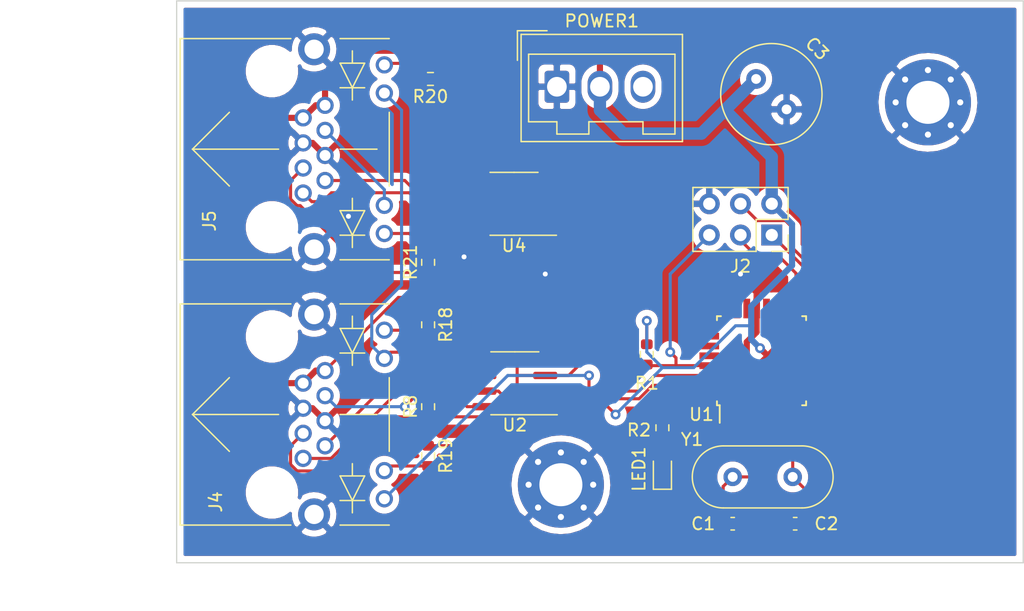
<source format=kicad_pcb>
(kicad_pcb (version 20171130) (host pcbnew "(5.1.9)-1")

  (general
    (thickness 1.6)
    (drawings 6)
    (tracks 208)
    (zones 0)
    (modules 21)
    (nets 25)
  )

  (page A4)
  (layers
    (0 F.Cu signal)
    (31 B.Cu signal)
    (32 B.Adhes user)
    (33 F.Adhes user)
    (34 B.Paste user)
    (35 F.Paste user)
    (36 B.SilkS user)
    (37 F.SilkS user)
    (38 B.Mask user)
    (39 F.Mask user)
    (40 Dwgs.User user)
    (41 Cmts.User user)
    (42 Eco1.User user)
    (43 Eco2.User user)
    (44 Edge.Cuts user)
    (45 Margin user)
    (46 B.CrtYd user)
    (47 F.CrtYd user)
    (48 B.Fab user)
    (49 F.Fab user hide)
  )

  (setup
    (last_trace_width 0.25)
    (user_trace_width 0.5)
    (user_trace_width 1)
    (trace_clearance 0.2)
    (zone_clearance 0.508)
    (zone_45_only no)
    (trace_min 0.25)
    (via_size 0.8)
    (via_drill 0.4)
    (via_min_size 0.3)
    (via_min_drill 0.3)
    (uvia_size 0.3)
    (uvia_drill 0.1)
    (uvias_allowed no)
    (uvia_min_size 0.3)
    (uvia_min_drill 0.1)
    (edge_width 0.05)
    (segment_width 0.2)
    (pcb_text_width 0.3)
    (pcb_text_size 1.5 1.5)
    (mod_edge_width 0.12)
    (mod_text_size 1 1)
    (mod_text_width 0.15)
    (pad_size 2.2 2.2)
    (pad_drill 1.6)
    (pad_to_mask_clearance 0)
    (aux_axis_origin 90.17 117.475)
    (grid_origin 90.17 117.475)
    (visible_elements 7FFFFFFF)
    (pcbplotparams
      (layerselection 0x010fc_ffffffff)
      (usegerberextensions true)
      (usegerberattributes false)
      (usegerberadvancedattributes false)
      (creategerberjobfile false)
      (excludeedgelayer true)
      (linewidth 0.100000)
      (plotframeref false)
      (viasonmask false)
      (mode 1)
      (useauxorigin false)
      (hpglpennumber 1)
      (hpglpenspeed 20)
      (hpglpendiameter 15.000000)
      (psnegative false)
      (psa4output false)
      (plotreference true)
      (plotvalue true)
      (plotinvisibletext false)
      (padsonsilk false)
      (subtractmaskfromsilk false)
      (outputformat 1)
      (mirror false)
      (drillshape 0)
      (scaleselection 1)
      (outputdirectory "controller_board"))
  )

  (net 0 "")
  (net 1 GND)
  (net 2 "Net-(C1-Pad1)")
  (net 3 "Net-(C2-Pad2)")
  (net 4 5V)
  (net 5 ~RST)
  (net 6 MOSI)
  (net 7 SCK)
  (net 8 MISO)
  (net 9 /networking/Rx)
  (net 10 LED)
  (net 11 "Net-(LED1-Pad2)")
  (net 12 "Net-(J4-Pad12)")
  (net 13 "Net-(J4-Pad10)")
  (net 14 "Net-(J5-Pad12)")
  (net 15 "Net-(J5-Pad10)")
  (net 16 "Net-(J5-Pad3)")
  (net 17 "Net-(J4-Pad6)")
  (net 18 "Net-(J4-Pad3)")
  (net 19 "Net-(J4-Pad2)")
  (net 20 "Net-(J4-Pad1)")
  (net 21 "Net-(J5-Pad2)")
  (net 22 "Net-(J5-Pad1)")
  (net 23 /networking/Tx)
  (net 24 "Net-(J5-Pad9)")

  (net_class Default "This is the default net class."
    (clearance 0.2)
    (trace_width 0.25)
    (via_dia 0.8)
    (via_drill 0.4)
    (uvia_dia 0.3)
    (uvia_drill 0.1)
    (add_net /networking/Rx)
    (add_net /networking/Tx)
    (add_net 5V)
    (add_net GND)
    (add_net LED)
    (add_net MISO)
    (add_net MOSI)
    (add_net "Net-(C1-Pad1)")
    (add_net "Net-(C2-Pad2)")
    (add_net "Net-(J4-Pad1)")
    (add_net "Net-(J4-Pad10)")
    (add_net "Net-(J4-Pad12)")
    (add_net "Net-(J4-Pad2)")
    (add_net "Net-(J4-Pad3)")
    (add_net "Net-(J4-Pad6)")
    (add_net "Net-(J5-Pad1)")
    (add_net "Net-(J5-Pad10)")
    (add_net "Net-(J5-Pad12)")
    (add_net "Net-(J5-Pad2)")
    (add_net "Net-(J5-Pad3)")
    (add_net "Net-(J5-Pad9)")
    (add_net "Net-(LED1-Pad2)")
    (add_net SCK)
    (add_net ~RST)
  )

  (module Package_SO:SOIC-8_3.9x4.9mm_P1.27mm (layer F.Cu) (tedit 5D9F72B1) (tstamp 60BE9FB5)
    (at 120.715 99.06 180)
    (descr "SOIC, 8 Pin (JEDEC MS-012AA, https://www.analog.com/media/en/package-pcb-resources/package/pkg_pdf/soic_narrow-r/r_8.pdf), generated with kicad-footprint-generator ipc_gullwing_generator.py")
    (tags "SOIC SO")
    (path /60ED5CFC/60BEE1EA)
    (attr smd)
    (fp_text reference U2 (at 0 -3.4) (layer F.SilkS)
      (effects (font (size 1 1) (thickness 0.15)))
    )
    (fp_text value MAX488E (at 0 3.4) (layer F.Fab)
      (effects (font (size 1 1) (thickness 0.15)))
    )
    (fp_line (start 3.7 -2.7) (end -3.7 -2.7) (layer F.CrtYd) (width 0.05))
    (fp_line (start 3.7 2.7) (end 3.7 -2.7) (layer F.CrtYd) (width 0.05))
    (fp_line (start -3.7 2.7) (end 3.7 2.7) (layer F.CrtYd) (width 0.05))
    (fp_line (start -3.7 -2.7) (end -3.7 2.7) (layer F.CrtYd) (width 0.05))
    (fp_line (start -1.95 -1.475) (end -0.975 -2.45) (layer F.Fab) (width 0.1))
    (fp_line (start -1.95 2.45) (end -1.95 -1.475) (layer F.Fab) (width 0.1))
    (fp_line (start 1.95 2.45) (end -1.95 2.45) (layer F.Fab) (width 0.1))
    (fp_line (start 1.95 -2.45) (end 1.95 2.45) (layer F.Fab) (width 0.1))
    (fp_line (start -0.975 -2.45) (end 1.95 -2.45) (layer F.Fab) (width 0.1))
    (fp_line (start 0 -2.56) (end -3.45 -2.56) (layer F.SilkS) (width 0.12))
    (fp_line (start 0 -2.56) (end 1.95 -2.56) (layer F.SilkS) (width 0.12))
    (fp_line (start 0 2.56) (end -1.95 2.56) (layer F.SilkS) (width 0.12))
    (fp_line (start 0 2.56) (end 1.95 2.56) (layer F.SilkS) (width 0.12))
    (fp_text user %R (at 0 0) (layer F.Fab)
      (effects (font (size 0.98 0.98) (thickness 0.15)))
    )
    (pad 8 smd roundrect (at 2.475 -1.905 180) (size 1.95 0.6) (layers F.Cu F.Paste F.Mask) (roundrect_rratio 0.25)
      (net 17 "Net-(J4-Pad6)"))
    (pad 7 smd roundrect (at 2.475 -0.635 180) (size 1.95 0.6) (layers F.Cu F.Paste F.Mask) (roundrect_rratio 0.25)
      (net 18 "Net-(J4-Pad3)"))
    (pad 6 smd roundrect (at 2.475 0.635 180) (size 1.95 0.6) (layers F.Cu F.Paste F.Mask) (roundrect_rratio 0.25)
      (net 20 "Net-(J4-Pad1)"))
    (pad 5 smd roundrect (at 2.475 1.905 180) (size 1.95 0.6) (layers F.Cu F.Paste F.Mask) (roundrect_rratio 0.25)
      (net 19 "Net-(J4-Pad2)"))
    (pad 4 smd roundrect (at -2.475 1.905 180) (size 1.95 0.6) (layers F.Cu F.Paste F.Mask) (roundrect_rratio 0.25)
      (net 1 GND))
    (pad 3 smd roundrect (at -2.475 0.635 180) (size 1.95 0.6) (layers F.Cu F.Paste F.Mask) (roundrect_rratio 0.25)
      (net 23 /networking/Tx))
    (pad 2 smd roundrect (at -2.475 -0.635 180) (size 1.95 0.6) (layers F.Cu F.Paste F.Mask) (roundrect_rratio 0.25)
      (net 9 /networking/Rx))
    (pad 1 smd roundrect (at -2.475 -1.905 180) (size 1.95 0.6) (layers F.Cu F.Paste F.Mask) (roundrect_rratio 0.25)
      (net 4 5V))
    (model ${KISYS3DMOD}/Package_SO.3dshapes/SOIC-8_3.9x4.9mm_P1.27mm.wrl
      (at (xyz 0 0 0))
      (scale (xyz 1 1 1))
      (rotate (xyz 0 0 0))
    )
  )

  (module Package_SO:SOIC-8_3.9x4.9mm_P1.27mm (layer F.Cu) (tedit 5D9F72B1) (tstamp 608EE193)
    (at 120.65 84.455 180)
    (descr "SOIC, 8 Pin (JEDEC MS-012AA, https://www.analog.com/media/en/package-pcb-resources/package/pkg_pdf/soic_narrow-r/r_8.pdf), generated with kicad-footprint-generator ipc_gullwing_generator.py")
    (tags "SOIC SO")
    (path /60ED5CFC/60EA7BDF)
    (attr smd)
    (fp_text reference U4 (at 0 -3.4) (layer F.SilkS)
      (effects (font (size 1 1) (thickness 0.15)))
    )
    (fp_text value MAX481E (at 0 3.4) (layer F.Fab)
      (effects (font (size 1 1) (thickness 0.15)))
    )
    (fp_line (start 3.7 -2.7) (end -3.7 -2.7) (layer F.CrtYd) (width 0.05))
    (fp_line (start 3.7 2.7) (end 3.7 -2.7) (layer F.CrtYd) (width 0.05))
    (fp_line (start -3.7 2.7) (end 3.7 2.7) (layer F.CrtYd) (width 0.05))
    (fp_line (start -3.7 -2.7) (end -3.7 2.7) (layer F.CrtYd) (width 0.05))
    (fp_line (start -1.95 -1.475) (end -0.975 -2.45) (layer F.Fab) (width 0.1))
    (fp_line (start -1.95 2.45) (end -1.95 -1.475) (layer F.Fab) (width 0.1))
    (fp_line (start 1.95 2.45) (end -1.95 2.45) (layer F.Fab) (width 0.1))
    (fp_line (start 1.95 -2.45) (end 1.95 2.45) (layer F.Fab) (width 0.1))
    (fp_line (start -0.975 -2.45) (end 1.95 -2.45) (layer F.Fab) (width 0.1))
    (fp_line (start 0 -2.56) (end -3.45 -2.56) (layer F.SilkS) (width 0.12))
    (fp_line (start 0 -2.56) (end 1.95 -2.56) (layer F.SilkS) (width 0.12))
    (fp_line (start 0 2.56) (end -1.95 2.56) (layer F.SilkS) (width 0.12))
    (fp_line (start 0 2.56) (end 1.95 2.56) (layer F.SilkS) (width 0.12))
    (fp_text user %R (at 0 0) (layer F.Fab)
      (effects (font (size 0.98 0.98) (thickness 0.15)))
    )
    (pad 8 smd roundrect (at 2.475 -1.905 180) (size 1.95 0.6) (layers F.Cu F.Paste F.Mask) (roundrect_rratio 0.25)
      (net 4 5V))
    (pad 7 smd roundrect (at 2.475 -0.635 180) (size 1.95 0.6) (layers F.Cu F.Paste F.Mask) (roundrect_rratio 0.25)
      (net 22 "Net-(J5-Pad1)"))
    (pad 6 smd roundrect (at 2.475 0.635 180) (size 1.95 0.6) (layers F.Cu F.Paste F.Mask) (roundrect_rratio 0.25)
      (net 21 "Net-(J5-Pad2)"))
    (pad 5 smd roundrect (at 2.475 1.905 180) (size 1.95 0.6) (layers F.Cu F.Paste F.Mask) (roundrect_rratio 0.25)
      (net 1 GND))
    (pad 4 smd roundrect (at -2.475 1.905 180) (size 1.95 0.6) (layers F.Cu F.Paste F.Mask) (roundrect_rratio 0.25)
      (net 23 /networking/Tx))
    (pad 3 smd roundrect (at -2.475 0.635 180) (size 1.95 0.6) (layers F.Cu F.Paste F.Mask) (roundrect_rratio 0.25)
      (net 4 5V))
    (pad 2 smd roundrect (at -2.475 -0.635 180) (size 1.95 0.6) (layers F.Cu F.Paste F.Mask) (roundrect_rratio 0.25)
      (net 4 5V))
    (pad 1 smd roundrect (at -2.475 -1.905 180) (size 1.95 0.6) (layers F.Cu F.Paste F.Mask) (roundrect_rratio 0.25))
    (model ${KISYS3DMOD}/Package_SO.3dshapes/SOIC-8_3.9x4.9mm_P1.27mm.wrl
      (at (xyz 0 0 0))
      (scale (xyz 1 1 1))
      (rotate (xyz 0 0 0))
    )
  )

  (module Resistor_SMD:R_0603_1608Metric (layer F.Cu) (tedit 5F68FEEE) (tstamp 60AE5044)
    (at 113.665 89.218 90)
    (descr "Resistor SMD 0603 (1608 Metric), square (rectangular) end terminal, IPC_7351 nominal, (Body size source: IPC-SM-782 page 72, https://www.pcb-3d.com/wordpress/wp-content/uploads/ipc-sm-782a_amendment_1_and_2.pdf), generated with kicad-footprint-generator")
    (tags resistor)
    (path /60ED5CFC/60B07AA6)
    (attr smd)
    (fp_text reference R21 (at 0 -1.43 90) (layer F.SilkS)
      (effects (font (size 1 1) (thickness 0.15)))
    )
    (fp_text value 1k (at 0 1.43 90) (layer F.Fab)
      (effects (font (size 1 1) (thickness 0.15)))
    )
    (fp_line (start 1.48 0.73) (end -1.48 0.73) (layer F.CrtYd) (width 0.05))
    (fp_line (start 1.48 -0.73) (end 1.48 0.73) (layer F.CrtYd) (width 0.05))
    (fp_line (start -1.48 -0.73) (end 1.48 -0.73) (layer F.CrtYd) (width 0.05))
    (fp_line (start -1.48 0.73) (end -1.48 -0.73) (layer F.CrtYd) (width 0.05))
    (fp_line (start -0.237258 0.5225) (end 0.237258 0.5225) (layer F.SilkS) (width 0.12))
    (fp_line (start -0.237258 -0.5225) (end 0.237258 -0.5225) (layer F.SilkS) (width 0.12))
    (fp_line (start 0.8 0.4125) (end -0.8 0.4125) (layer F.Fab) (width 0.1))
    (fp_line (start 0.8 -0.4125) (end 0.8 0.4125) (layer F.Fab) (width 0.1))
    (fp_line (start -0.8 -0.4125) (end 0.8 -0.4125) (layer F.Fab) (width 0.1))
    (fp_line (start -0.8 0.4125) (end -0.8 -0.4125) (layer F.Fab) (width 0.1))
    (fp_text user %R (at 0 0 90) (layer F.Fab)
      (effects (font (size 0.4 0.4) (thickness 0.06)))
    )
    (pad 2 smd roundrect (at 0.825 0 90) (size 0.8 0.95) (layers F.Cu F.Paste F.Mask) (roundrect_rratio 0.25)
      (net 24 "Net-(J5-Pad9)"))
    (pad 1 smd roundrect (at -0.825 0 90) (size 0.8 0.95) (layers F.Cu F.Paste F.Mask) (roundrect_rratio 0.25)
      (net 16 "Net-(J5-Pad3)"))
    (model ${KISYS3DMOD}/Resistor_SMD.3dshapes/R_0603_1608Metric.wrl
      (at (xyz 0 0 0))
      (scale (xyz 1 1 1))
      (rotate (xyz 0 0 0))
    )
  )

  (module Resistor_SMD:R_0603_1608Metric (layer F.Cu) (tedit 5F68FEEE) (tstamp 60AE2277)
    (at 113.855 74.295 180)
    (descr "Resistor SMD 0603 (1608 Metric), square (rectangular) end terminal, IPC_7351 nominal, (Body size source: IPC-SM-782 page 72, https://www.pcb-3d.com/wordpress/wp-content/uploads/ipc-sm-782a_amendment_1_and_2.pdf), generated with kicad-footprint-generator")
    (tags resistor)
    (path /60ED5CFC/60B0B007)
    (attr smd)
    (fp_text reference R20 (at 0 -1.43) (layer F.SilkS)
      (effects (font (size 1 1) (thickness 0.15)))
    )
    (fp_text value 1k (at 0 1.43) (layer F.Fab)
      (effects (font (size 1 1) (thickness 0.15)))
    )
    (fp_line (start 1.48 0.73) (end -1.48 0.73) (layer F.CrtYd) (width 0.05))
    (fp_line (start 1.48 -0.73) (end 1.48 0.73) (layer F.CrtYd) (width 0.05))
    (fp_line (start -1.48 -0.73) (end 1.48 -0.73) (layer F.CrtYd) (width 0.05))
    (fp_line (start -1.48 0.73) (end -1.48 -0.73) (layer F.CrtYd) (width 0.05))
    (fp_line (start -0.237258 0.5225) (end 0.237258 0.5225) (layer F.SilkS) (width 0.12))
    (fp_line (start -0.237258 -0.5225) (end 0.237258 -0.5225) (layer F.SilkS) (width 0.12))
    (fp_line (start 0.8 0.4125) (end -0.8 0.4125) (layer F.Fab) (width 0.1))
    (fp_line (start 0.8 -0.4125) (end 0.8 0.4125) (layer F.Fab) (width 0.1))
    (fp_line (start -0.8 -0.4125) (end 0.8 -0.4125) (layer F.Fab) (width 0.1))
    (fp_line (start -0.8 0.4125) (end -0.8 -0.4125) (layer F.Fab) (width 0.1))
    (fp_text user %R (at 0 0) (layer F.Fab)
      (effects (font (size 0.4 0.4) (thickness 0.06)))
    )
    (pad 2 smd roundrect (at 0.825 0 180) (size 0.8 0.95) (layers F.Cu F.Paste F.Mask) (roundrect_rratio 0.25)
      (net 14 "Net-(J5-Pad12)"))
    (pad 1 smd roundrect (at -0.825 0 180) (size 0.8 0.95) (layers F.Cu F.Paste F.Mask) (roundrect_rratio 0.25)
      (net 4 5V))
    (model ${KISYS3DMOD}/Resistor_SMD.3dshapes/R_0603_1608Metric.wrl
      (at (xyz 0 0 0))
      (scale (xyz 1 1 1))
      (rotate (xyz 0 0 0))
    )
  )

  (module Resistor_SMD:R_0603_1608Metric (layer F.Cu) (tedit 5F68FEEE) (tstamp 60AE2266)
    (at 113.665 104.965 270)
    (descr "Resistor SMD 0603 (1608 Metric), square (rectangular) end terminal, IPC_7351 nominal, (Body size source: IPC-SM-782 page 72, https://www.pcb-3d.com/wordpress/wp-content/uploads/ipc-sm-782a_amendment_1_and_2.pdf), generated with kicad-footprint-generator")
    (tags resistor)
    (path /60ED5CFC/60AF997A)
    (attr smd)
    (fp_text reference R19 (at 0 -1.43 90) (layer F.SilkS)
      (effects (font (size 1 1) (thickness 0.15)))
    )
    (fp_text value 1k (at 0 1.43 90) (layer F.Fab)
      (effects (font (size 1 1) (thickness 0.15)))
    )
    (fp_line (start 1.48 0.73) (end -1.48 0.73) (layer F.CrtYd) (width 0.05))
    (fp_line (start 1.48 -0.73) (end 1.48 0.73) (layer F.CrtYd) (width 0.05))
    (fp_line (start -1.48 -0.73) (end 1.48 -0.73) (layer F.CrtYd) (width 0.05))
    (fp_line (start -1.48 0.73) (end -1.48 -0.73) (layer F.CrtYd) (width 0.05))
    (fp_line (start -0.237258 0.5225) (end 0.237258 0.5225) (layer F.SilkS) (width 0.12))
    (fp_line (start -0.237258 -0.5225) (end 0.237258 -0.5225) (layer F.SilkS) (width 0.12))
    (fp_line (start 0.8 0.4125) (end -0.8 0.4125) (layer F.Fab) (width 0.1))
    (fp_line (start 0.8 -0.4125) (end 0.8 0.4125) (layer F.Fab) (width 0.1))
    (fp_line (start -0.8 -0.4125) (end 0.8 -0.4125) (layer F.Fab) (width 0.1))
    (fp_line (start -0.8 0.4125) (end -0.8 -0.4125) (layer F.Fab) (width 0.1))
    (fp_text user %R (at 0 0 90) (layer F.Fab)
      (effects (font (size 0.4 0.4) (thickness 0.06)))
    )
    (pad 2 smd roundrect (at 0.825 0 270) (size 0.8 0.95) (layers F.Cu F.Paste F.Mask) (roundrect_rratio 0.25)
      (net 13 "Net-(J4-Pad10)"))
    (pad 1 smd roundrect (at -0.825 0 270) (size 0.8 0.95) (layers F.Cu F.Paste F.Mask) (roundrect_rratio 0.25)
      (net 4 5V))
    (model ${KISYS3DMOD}/Resistor_SMD.3dshapes/R_0603_1608Metric.wrl
      (at (xyz 0 0 0))
      (scale (xyz 1 1 1))
      (rotate (xyz 0 0 0))
    )
  )

  (module Resistor_SMD:R_0603_1608Metric (layer F.Cu) (tedit 5F68FEEE) (tstamp 60AE2255)
    (at 113.665 94.298 270)
    (descr "Resistor SMD 0603 (1608 Metric), square (rectangular) end terminal, IPC_7351 nominal, (Body size source: IPC-SM-782 page 72, https://www.pcb-3d.com/wordpress/wp-content/uploads/ipc-sm-782a_amendment_1_and_2.pdf), generated with kicad-footprint-generator")
    (tags resistor)
    (path /60ED5CFC/60AFD923)
    (attr smd)
    (fp_text reference R18 (at 0 -1.43 90) (layer F.SilkS)
      (effects (font (size 1 1) (thickness 0.15)))
    )
    (fp_text value 1k (at 0 1.43 90) (layer F.Fab)
      (effects (font (size 1 1) (thickness 0.15)))
    )
    (fp_line (start 1.48 0.73) (end -1.48 0.73) (layer F.CrtYd) (width 0.05))
    (fp_line (start 1.48 -0.73) (end 1.48 0.73) (layer F.CrtYd) (width 0.05))
    (fp_line (start -1.48 -0.73) (end 1.48 -0.73) (layer F.CrtYd) (width 0.05))
    (fp_line (start -1.48 0.73) (end -1.48 -0.73) (layer F.CrtYd) (width 0.05))
    (fp_line (start -0.237258 0.5225) (end 0.237258 0.5225) (layer F.SilkS) (width 0.12))
    (fp_line (start -0.237258 -0.5225) (end 0.237258 -0.5225) (layer F.SilkS) (width 0.12))
    (fp_line (start 0.8 0.4125) (end -0.8 0.4125) (layer F.Fab) (width 0.1))
    (fp_line (start 0.8 -0.4125) (end 0.8 0.4125) (layer F.Fab) (width 0.1))
    (fp_line (start -0.8 -0.4125) (end 0.8 -0.4125) (layer F.Fab) (width 0.1))
    (fp_line (start -0.8 0.4125) (end -0.8 -0.4125) (layer F.Fab) (width 0.1))
    (fp_text user %R (at 0 0 90) (layer F.Fab)
      (effects (font (size 0.4 0.4) (thickness 0.06)))
    )
    (pad 2 smd roundrect (at 0.825 0 270) (size 0.8 0.95) (layers F.Cu F.Paste F.Mask) (roundrect_rratio 0.25)
      (net 12 "Net-(J4-Pad12)"))
    (pad 1 smd roundrect (at -0.825 0 270) (size 0.8 0.95) (layers F.Cu F.Paste F.Mask) (roundrect_rratio 0.25)
      (net 4 5V))
    (model ${KISYS3DMOD}/Resistor_SMD.3dshapes/R_0603_1608Metric.wrl
      (at (xyz 0 0 0))
      (scale (xyz 1 1 1))
      (rotate (xyz 0 0 0))
    )
  )

  (module customs:RND_RJ45_LED (layer F.Cu) (tedit 60AD37BA) (tstamp 60ADB2B7)
    (at 103.505 80.01 270)
    (path /60ED5CFC/60AED713)
    (fp_text reference J5 (at 5.842 7.62 90) (layer F.SilkS)
      (effects (font (size 1 1) (thickness 0.15)))
    )
    (fp_text value RJ45_LED_Shielded (at 0 12.7 90) (layer F.Fab)
      (effects (font (size 1 1) (thickness 0.15)))
    )
    (fp_line (start 0 9) (end -3 6) (layer F.SilkS) (width 0.12))
    (fp_line (start 0 9) (end 3 6) (layer F.SilkS) (width 0.12))
    (fp_line (start 0 2) (end 0 9) (layer F.SilkS) (width 0.12))
    (fp_line (start 0 -6) (end 0 -3) (layer F.SilkS) (width 0.12))
    (fp_line (start -4 -4) (end -5 -4) (layer F.SilkS) (width 0.12))
    (fp_line (start -5 -5) (end -5 -3) (layer F.SilkS) (width 0.12))
    (fp_line (start -7 -5) (end -7 -4) (layer F.SilkS) (width 0.12))
    (fp_line (start -5 -4) (end -7 -5) (layer F.SilkS) (width 0.12))
    (fp_line (start -7 -3) (end -5 -4) (layer F.SilkS) (width 0.12))
    (fp_line (start -7 -4) (end -7 -3) (layer F.SilkS) (width 0.12))
    (fp_line (start -8 -4) (end -7 -4) (layer F.SilkS) (width 0.12))
    (fp_line (start 7 -4) (end 8 -4) (layer F.SilkS) (width 0.12))
    (fp_line (start 7 -5) (end 7 -3) (layer F.SilkS) (width 0.12))
    (fp_line (start 5 -4) (end 4 -4) (layer F.SilkS) (width 0.12))
    (fp_line (start 7 -4) (end 5 -5) (layer F.SilkS) (width 0.12))
    (fp_line (start 5 -3) (end 7 -4) (layer F.SilkS) (width 0.12))
    (fp_line (start 5 -5) (end 5 -3) (layer F.SilkS) (width 0.12))
    (fp_line (start -3 -7) (end 3 -7) (layer F.SilkS) (width 0.12))
    (fp_line (start 9 -3) (end 9 -7) (layer F.SilkS) (width 0.12))
    (fp_line (start 9 10) (end 9 1) (layer F.SilkS) (width 0.12))
    (fp_line (start -9 10) (end 9 10) (layer F.SilkS) (width 0.12))
    (fp_line (start -9 1) (end -9 10) (layer F.SilkS) (width 0.12))
    (fp_line (start -9 -7) (end -9 -3) (layer F.SilkS) (width 0.12))
    (pad 12 thru_hole circle (at -6.86 -6.6 270) (size 1.4 1.4) (drill 0.89) (layers *.Cu *.Mask)
      (net 14 "Net-(J5-Pad12)"))
    (pad 11 thru_hole circle (at -4.57 -6.6 270) (size 1.4 1.4) (drill 0.89) (layers *.Cu *.Mask)
      (net 23 /networking/Tx))
    (pad 10 thru_hole circle (at 4.57 -6.6 270) (size 1.4 1.4) (drill 0.89) (layers *.Cu *.Mask)
      (net 15 "Net-(J5-Pad10)"))
    (pad 9 thru_hole circle (at 6.86 -6.6 270) (size 1.4 1.4) (drill 0.89) (layers *.Cu *.Mask)
      (net 24 "Net-(J5-Pad9)"))
    (pad 8 thru_hole circle (at -3.57 -1.78 270) (size 1.4 1.4) (drill 0.89) (layers *.Cu *.Mask)
      (net 4 5V))
    (pad 7 thru_hole circle (at -2.55 0 270) (size 1.4 1.4) (drill 0.89) (layers *.Cu *.Mask)
      (net 4 5V))
    (pad 6 thru_hole circle (at -1.53 -1.78 270) (size 1.4 1.4) (drill 0.89) (layers *.Cu *.Mask)
      (net 15 "Net-(J5-Pad10)"))
    (pad 5 thru_hole circle (at -0.51 0 270) (size 1.4 1.4) (drill 0.89) (layers *.Cu *.Mask)
      (net 1 GND))
    (pad 4 thru_hole circle (at 0.51 -1.78 270) (size 1.4 1.4) (drill 0.89) (layers *.Cu *.Mask)
      (net 1 GND))
    (pad 3 thru_hole circle (at 1.53 0 270) (size 1.4 1.4) (drill 0.89) (layers *.Cu *.Mask)
      (net 16 "Net-(J5-Pad3)"))
    (pad 2 thru_hole circle (at 2.55 -1.78 270) (size 1.4 1.4) (drill 0.89) (layers *.Cu *.Mask)
      (net 21 "Net-(J5-Pad2)"))
    (pad 1 thru_hole circle (at 3.57 0 270) (size 1.4 1.4) (drill 0.89) (layers *.Cu *.Mask)
      (net 22 "Net-(J5-Pad1)"))
    (pad SH thru_hole circle (at 8.13 -0.89 270) (size 2.6 2.6) (drill 1.57) (layers *.Cu *.Mask)
      (net 1 GND))
    (pad SH thru_hole circle (at -8.13 -0.89 270) (size 2.6 2.6) (drill 1.57) (layers *.Cu *.Mask)
      (net 1 GND))
    (pad "" np_thru_hole circle (at 6.35 2.54 270) (size 3.25 3.25) (drill 3.25) (layers *.Cu *.Mask))
    (pad "" np_thru_hole circle (at -6.35 2.54 270) (size 3.25 3.25) (drill 3.25) (layers *.Cu *.Mask))
  )

  (module customs:RND_RJ45_LED (layer F.Cu) (tedit 60AD37BA) (tstamp 60ADB2A3)
    (at 103.505 101.6 270)
    (path /60ED5CFC/60AE9919)
    (fp_text reference J4 (at 7.112 7.112 90) (layer F.SilkS)
      (effects (font (size 1 1) (thickness 0.15)))
    )
    (fp_text value RJ45_LED_Shielded (at 0 -0.5 90) (layer F.Fab)
      (effects (font (size 1 1) (thickness 0.15)))
    )
    (fp_line (start 0 9) (end -3 6) (layer F.SilkS) (width 0.12))
    (fp_line (start 0 9) (end 3 6) (layer F.SilkS) (width 0.12))
    (fp_line (start 0 2) (end 0 9) (layer F.SilkS) (width 0.12))
    (fp_line (start 0 -6) (end 0 -3) (layer F.SilkS) (width 0.12))
    (fp_line (start -4 -4) (end -5 -4) (layer F.SilkS) (width 0.12))
    (fp_line (start -5 -5) (end -5 -3) (layer F.SilkS) (width 0.12))
    (fp_line (start -7 -5) (end -7 -4) (layer F.SilkS) (width 0.12))
    (fp_line (start -5 -4) (end -7 -5) (layer F.SilkS) (width 0.12))
    (fp_line (start -7 -3) (end -5 -4) (layer F.SilkS) (width 0.12))
    (fp_line (start -7 -4) (end -7 -3) (layer F.SilkS) (width 0.12))
    (fp_line (start -8 -4) (end -7 -4) (layer F.SilkS) (width 0.12))
    (fp_line (start 7 -4) (end 8 -4) (layer F.SilkS) (width 0.12))
    (fp_line (start 7 -5) (end 7 -3) (layer F.SilkS) (width 0.12))
    (fp_line (start 5 -4) (end 4 -4) (layer F.SilkS) (width 0.12))
    (fp_line (start 7 -4) (end 5 -5) (layer F.SilkS) (width 0.12))
    (fp_line (start 5 -3) (end 7 -4) (layer F.SilkS) (width 0.12))
    (fp_line (start 5 -5) (end 5 -3) (layer F.SilkS) (width 0.12))
    (fp_line (start -3 -7) (end 3 -7) (layer F.SilkS) (width 0.12))
    (fp_line (start 9 -3) (end 9 -7) (layer F.SilkS) (width 0.12))
    (fp_line (start 9 10) (end 9 1) (layer F.SilkS) (width 0.12))
    (fp_line (start -9 10) (end 9 10) (layer F.SilkS) (width 0.12))
    (fp_line (start -9 1) (end -9 10) (layer F.SilkS) (width 0.12))
    (fp_line (start -9 -7) (end -9 -3) (layer F.SilkS) (width 0.12))
    (pad 12 thru_hole circle (at -6.86 -6.6 270) (size 1.4 1.4) (drill 0.89) (layers *.Cu *.Mask)
      (net 12 "Net-(J4-Pad12)"))
    (pad 11 thru_hole circle (at -4.57 -6.6 270) (size 1.4 1.4) (drill 0.89) (layers *.Cu *.Mask)
      (net 23 /networking/Tx))
    (pad 10 thru_hole circle (at 4.57 -6.6 270) (size 1.4 1.4) (drill 0.89) (layers *.Cu *.Mask)
      (net 13 "Net-(J4-Pad10)"))
    (pad 9 thru_hole circle (at 6.86 -6.6 270) (size 1.4 1.4) (drill 0.89) (layers *.Cu *.Mask)
      (net 9 /networking/Rx))
    (pad 8 thru_hole circle (at -3.57 -1.78 270) (size 1.4 1.4) (drill 0.89) (layers *.Cu *.Mask)
      (net 4 5V))
    (pad 7 thru_hole circle (at -2.55 0 270) (size 1.4 1.4) (drill 0.89) (layers *.Cu *.Mask)
      (net 4 5V))
    (pad 6 thru_hole circle (at -1.53 -1.78 270) (size 1.4 1.4) (drill 0.89) (layers *.Cu *.Mask)
      (net 17 "Net-(J4-Pad6)"))
    (pad 5 thru_hole circle (at -0.51 0 270) (size 1.4 1.4) (drill 0.89) (layers *.Cu *.Mask)
      (net 1 GND))
    (pad 4 thru_hole circle (at 0.51 -1.78 270) (size 1.4 1.4) (drill 0.89) (layers *.Cu *.Mask)
      (net 1 GND))
    (pad 3 thru_hole circle (at 1.53 0 270) (size 1.4 1.4) (drill 0.89) (layers *.Cu *.Mask)
      (net 18 "Net-(J4-Pad3)"))
    (pad 2 thru_hole circle (at 2.55 -1.78 270) (size 1.4 1.4) (drill 0.89) (layers *.Cu *.Mask)
      (net 19 "Net-(J4-Pad2)"))
    (pad 1 thru_hole circle (at 3.57 0 270) (size 1.4 1.4) (drill 0.89) (layers *.Cu *.Mask)
      (net 20 "Net-(J4-Pad1)"))
    (pad SH thru_hole circle (at 8.13 -0.89 270) (size 2.6 2.6) (drill 1.57) (layers *.Cu *.Mask)
      (net 1 GND))
    (pad SH thru_hole circle (at -8.13 -0.89 270) (size 2.6 2.6) (drill 1.57) (layers *.Cu *.Mask)
      (net 1 GND))
    (pad "" np_thru_hole circle (at 6.35 2.54 270) (size 3.25 3.25) (drill 3.25) (layers *.Cu *.Mask))
    (pad "" np_thru_hole circle (at -6.35 2.54 270) (size 3.25 3.25) (drill 3.25) (layers *.Cu *.Mask))
  )

  (module Connector_PinSocket_2.54mm:PinSocket_2x03_P2.54mm_Vertical (layer F.Cu) (tedit 5A19A425) (tstamp 608EDB1A)
    (at 141.605 86.995 270)
    (descr "Through hole straight socket strip, 2x03, 2.54mm pitch, double cols (from Kicad 4.0.7), script generated")
    (tags "Through hole socket strip THT 2x03 2.54mm double row")
    (path /608F4114)
    (fp_text reference J2 (at 2.54 2.54 180) (layer F.SilkS)
      (effects (font (size 1 1) (thickness 0.15)))
    )
    (fp_text value AVR-ISP-6 (at -1.27 7.85 90) (layer F.Fab)
      (effects (font (size 1 1) (thickness 0.15)))
    )
    (fp_line (start -4.34 6.85) (end -4.34 -1.8) (layer F.CrtYd) (width 0.05))
    (fp_line (start 1.76 6.85) (end -4.34 6.85) (layer F.CrtYd) (width 0.05))
    (fp_line (start 1.76 -1.8) (end 1.76 6.85) (layer F.CrtYd) (width 0.05))
    (fp_line (start -4.34 -1.8) (end 1.76 -1.8) (layer F.CrtYd) (width 0.05))
    (fp_line (start 0 -1.33) (end 1.33 -1.33) (layer F.SilkS) (width 0.12))
    (fp_line (start 1.33 -1.33) (end 1.33 0) (layer F.SilkS) (width 0.12))
    (fp_line (start -1.27 -1.33) (end -1.27 1.27) (layer F.SilkS) (width 0.12))
    (fp_line (start -1.27 1.27) (end 1.33 1.27) (layer F.SilkS) (width 0.12))
    (fp_line (start 1.33 1.27) (end 1.33 6.41) (layer F.SilkS) (width 0.12))
    (fp_line (start -3.87 6.41) (end 1.33 6.41) (layer F.SilkS) (width 0.12))
    (fp_line (start -3.87 -1.33) (end -3.87 6.41) (layer F.SilkS) (width 0.12))
    (fp_line (start -3.87 -1.33) (end -1.27 -1.33) (layer F.SilkS) (width 0.12))
    (fp_line (start -3.81 6.35) (end -3.81 -1.27) (layer F.Fab) (width 0.1))
    (fp_line (start 1.27 6.35) (end -3.81 6.35) (layer F.Fab) (width 0.1))
    (fp_line (start 1.27 -0.27) (end 1.27 6.35) (layer F.Fab) (width 0.1))
    (fp_line (start 0.27 -1.27) (end 1.27 -0.27) (layer F.Fab) (width 0.1))
    (fp_line (start -3.81 -1.27) (end 0.27 -1.27) (layer F.Fab) (width 0.1))
    (fp_text user %R (at -1.27 2.54) (layer F.Fab)
      (effects (font (size 1 1) (thickness 0.15)))
    )
    (pad 6 thru_hole oval (at -2.54 5.08 270) (size 1.7 1.7) (drill 1) (layers *.Cu *.Mask)
      (net 1 GND))
    (pad 5 thru_hole oval (at 0 5.08 270) (size 1.7 1.7) (drill 1) (layers *.Cu *.Mask)
      (net 5 ~RST))
    (pad 4 thru_hole oval (at -2.54 2.54 270) (size 1.7 1.7) (drill 1) (layers *.Cu *.Mask)
      (net 6 MOSI))
    (pad 3 thru_hole oval (at 0 2.54 270) (size 1.7 1.7) (drill 1) (layers *.Cu *.Mask)
      (net 7 SCK))
    (pad 2 thru_hole oval (at -2.54 0 270) (size 1.7 1.7) (drill 1) (layers *.Cu *.Mask)
      (net 4 5V))
    (pad 1 thru_hole rect (at 0 0 270) (size 1.7 1.7) (drill 1) (layers *.Cu *.Mask)
      (net 8 MISO))
    (model ${KISYS3DMOD}/Connector_PinSocket_2.54mm.3dshapes/PinSocket_2x03_P2.54mm_Vertical.wrl
      (at (xyz 0 0 0))
      (scale (xyz 1 1 1))
      (rotate (xyz 0 0 0))
    )
  )

  (module Capacitor_THT:C_Radial_D8.0mm_H11.5mm_P3.50mm (layer F.Cu) (tedit 5BC5C9BA) (tstamp 608ED967)
    (at 140.335 74.295 315)
    (descr "C, Radial series, Radial, pin pitch=3.50mm, diameter=8mm, height=11.5mm, Non-Polar Electrolytic Capacitor")
    (tags "C Radial series Radial pin pitch 3.50mm diameter 8mm height 11.5mm Non-Polar Electrolytic Capacitor")
    (path /60FB7EA8)
    (fp_text reference C3 (at 1.749999 -5.25 135) (layer F.SilkS)
      (effects (font (size 1 1) (thickness 0.15)))
    )
    (fp_text value 220uF (at 1.749999 5.25 135) (layer F.Fab)
      (effects (font (size 1 1) (thickness 0.15)))
    )
    (fp_circle (center 1.75 0) (end 6 0) (layer F.CrtYd) (width 0.05))
    (fp_circle (center 1.75 0) (end 5.87 0) (layer F.SilkS) (width 0.12))
    (fp_circle (center 1.75 0) (end 5.75 0) (layer F.Fab) (width 0.1))
    (fp_text user %R (at 1.75 0 135) (layer F.Fab)
      (effects (font (size 1 1) (thickness 0.15)))
    )
    (pad 2 thru_hole circle (at 3.5 0 315) (size 1.6 1.6) (drill 0.8) (layers *.Cu *.Mask)
      (net 1 GND))
    (pad 1 thru_hole circle (at 0 0 315) (size 1.6 1.6) (drill 0.8) (layers *.Cu *.Mask)
      (net 4 5V))
    (model ${KISYS3DMOD}/Capacitor_THT.3dshapes/C_Radial_D8.0mm_H11.5mm_P3.50mm.wrl
      (at (xyz 0 0 0))
      (scale (xyz 1 1 1))
      (rotate (xyz 0 0 0))
    )
  )

  (module Package_QFP:TQFP-32_7x7mm_P0.8mm (layer F.Cu) (tedit 5A02F146) (tstamp 608EE135)
    (at 140.775 97.225 90)
    (descr "32-Lead Plastic Thin Quad Flatpack (PT) - 7x7x1.0 mm Body, 2.00 mm [TQFP] (see Microchip Packaging Specification 00000049BS.pdf)")
    (tags "QFP 0.8")
    (path /608DA7CF)
    (attr smd)
    (fp_text reference U1 (at -4.375 -4.885 180) (layer F.SilkS)
      (effects (font (size 1 1) (thickness 0.15)))
    )
    (fp_text value ATmega328P-AU (at 0 6.05 90) (layer F.Fab)
      (effects (font (size 1 1) (thickness 0.15)))
    )
    (fp_line (start -3.625 -3.4) (end -5.05 -3.4) (layer F.SilkS) (width 0.15))
    (fp_line (start 3.625 -3.625) (end 3.3 -3.625) (layer F.SilkS) (width 0.15))
    (fp_line (start 3.625 3.625) (end 3.3 3.625) (layer F.SilkS) (width 0.15))
    (fp_line (start -3.625 3.625) (end -3.3 3.625) (layer F.SilkS) (width 0.15))
    (fp_line (start -3.625 -3.625) (end -3.3 -3.625) (layer F.SilkS) (width 0.15))
    (fp_line (start -3.625 3.625) (end -3.625 3.3) (layer F.SilkS) (width 0.15))
    (fp_line (start 3.625 3.625) (end 3.625 3.3) (layer F.SilkS) (width 0.15))
    (fp_line (start 3.625 -3.625) (end 3.625 -3.3) (layer F.SilkS) (width 0.15))
    (fp_line (start -3.625 -3.625) (end -3.625 -3.4) (layer F.SilkS) (width 0.15))
    (fp_line (start -5.3 5.3) (end 5.3 5.3) (layer F.CrtYd) (width 0.05))
    (fp_line (start -5.3 -5.3) (end 5.3 -5.3) (layer F.CrtYd) (width 0.05))
    (fp_line (start 5.3 -5.3) (end 5.3 5.3) (layer F.CrtYd) (width 0.05))
    (fp_line (start -5.3 -5.3) (end -5.3 5.3) (layer F.CrtYd) (width 0.05))
    (fp_line (start -3.5 -2.5) (end -2.5 -3.5) (layer F.Fab) (width 0.15))
    (fp_line (start -3.5 3.5) (end -3.5 -2.5) (layer F.Fab) (width 0.15))
    (fp_line (start 3.5 3.5) (end -3.5 3.5) (layer F.Fab) (width 0.15))
    (fp_line (start 3.5 -3.5) (end 3.5 3.5) (layer F.Fab) (width 0.15))
    (fp_line (start -2.5 -3.5) (end 3.5 -3.5) (layer F.Fab) (width 0.15))
    (fp_text user %R (at 0 0 90) (layer F.Fab)
      (effects (font (size 1 1) (thickness 0.15)))
    )
    (pad 32 smd rect (at -2.8 -4.25 180) (size 1.6 0.55) (layers F.Cu F.Paste F.Mask)
      (net 10 LED))
    (pad 31 smd rect (at -2 -4.25 180) (size 1.6 0.55) (layers F.Cu F.Paste F.Mask)
      (net 23 /networking/Tx))
    (pad 30 smd rect (at -1.2 -4.25 180) (size 1.6 0.55) (layers F.Cu F.Paste F.Mask)
      (net 9 /networking/Rx))
    (pad 29 smd rect (at -0.4 -4.25 180) (size 1.6 0.55) (layers F.Cu F.Paste F.Mask)
      (net 5 ~RST))
    (pad 28 smd rect (at 0.4 -4.25 180) (size 1.6 0.55) (layers F.Cu F.Paste F.Mask))
    (pad 27 smd rect (at 1.2 -4.25 180) (size 1.6 0.55) (layers F.Cu F.Paste F.Mask))
    (pad 26 smd rect (at 2 -4.25 180) (size 1.6 0.55) (layers F.Cu F.Paste F.Mask))
    (pad 25 smd rect (at 2.8 -4.25 180) (size 1.6 0.55) (layers F.Cu F.Paste F.Mask))
    (pad 24 smd rect (at 4.25 -2.8 90) (size 1.6 0.55) (layers F.Cu F.Paste F.Mask))
    (pad 23 smd rect (at 4.25 -2 90) (size 1.6 0.55) (layers F.Cu F.Paste F.Mask))
    (pad 22 smd rect (at 4.25 -1.2 90) (size 1.6 0.55) (layers F.Cu F.Paste F.Mask))
    (pad 21 smd rect (at 4.25 -0.4 90) (size 1.6 0.55) (layers F.Cu F.Paste F.Mask)
      (net 1 GND))
    (pad 20 smd rect (at 4.25 0.4 90) (size 1.6 0.55) (layers F.Cu F.Paste F.Mask))
    (pad 19 smd rect (at 4.25 1.2 90) (size 1.6 0.55) (layers F.Cu F.Paste F.Mask))
    (pad 18 smd rect (at 4.25 2 90) (size 1.6 0.55) (layers F.Cu F.Paste F.Mask)
      (net 4 5V))
    (pad 17 smd rect (at 4.25 2.8 90) (size 1.6 0.55) (layers F.Cu F.Paste F.Mask)
      (net 7 SCK))
    (pad 16 smd rect (at 2.8 4.25 180) (size 1.6 0.55) (layers F.Cu F.Paste F.Mask)
      (net 8 MISO))
    (pad 15 smd rect (at 2 4.25 180) (size 1.6 0.55) (layers F.Cu F.Paste F.Mask)
      (net 6 MOSI))
    (pad 14 smd rect (at 1.2 4.25 180) (size 1.6 0.55) (layers F.Cu F.Paste F.Mask))
    (pad 13 smd rect (at 0.4 4.25 180) (size 1.6 0.55) (layers F.Cu F.Paste F.Mask))
    (pad 12 smd rect (at -0.4 4.25 180) (size 1.6 0.55) (layers F.Cu F.Paste F.Mask))
    (pad 11 smd rect (at -1.2 4.25 180) (size 1.6 0.55) (layers F.Cu F.Paste F.Mask))
    (pad 10 smd rect (at -2 4.25 180) (size 1.6 0.55) (layers F.Cu F.Paste F.Mask))
    (pad 9 smd rect (at -2.8 4.25 180) (size 1.6 0.55) (layers F.Cu F.Paste F.Mask))
    (pad 8 smd rect (at -4.25 2.8 90) (size 1.6 0.55) (layers F.Cu F.Paste F.Mask)
      (net 3 "Net-(C2-Pad2)"))
    (pad 7 smd rect (at -4.25 2 90) (size 1.6 0.55) (layers F.Cu F.Paste F.Mask)
      (net 2 "Net-(C1-Pad1)"))
    (pad 6 smd rect (at -4.25 1.2 90) (size 1.6 0.55) (layers F.Cu F.Paste F.Mask)
      (net 4 5V))
    (pad 5 smd rect (at -4.25 0.4 90) (size 1.6 0.55) (layers F.Cu F.Paste F.Mask)
      (net 1 GND))
    (pad 4 smd rect (at -4.25 -0.4 90) (size 1.6 0.55) (layers F.Cu F.Paste F.Mask)
      (net 4 5V))
    (pad 3 smd rect (at -4.25 -1.2 90) (size 1.6 0.55) (layers F.Cu F.Paste F.Mask)
      (net 1 GND))
    (pad 2 smd rect (at -4.25 -2 90) (size 1.6 0.55) (layers F.Cu F.Paste F.Mask))
    (pad 1 smd rect (at -4.25 -2.8 90) (size 1.6 0.55) (layers F.Cu F.Paste F.Mask))
    (model ${KISYS3DMOD}/Package_QFP.3dshapes/TQFP-32_7x7mm_P0.8mm.wrl
      (at (xyz 0 0 0))
      (scale (xyz 1 1 1))
      (rotate (xyz 0 0 0))
    )
  )

  (module Connector_Wago:Wago_734-133_1x03_P3.50mm_Vertical (layer F.Cu) (tedit 5B788E68) (tstamp 608FDE18)
    (at 124.135 74.93)
    (descr "Molex 734 Male header (for PCBs); Straight solder pin 1 x 1 mm, 734-133 , 3 Pins (http://www.farnell.com/datasheets/2157639.pdf), generated with kicad-footprint-generator")
    (tags "connector Wago  side entry")
    (path /608FC0C4)
    (fp_text reference POWER1 (at 3.65 -5.35) (layer F.SilkS)
      (effects (font (size 1 1) (thickness 0.15)))
    )
    (fp_text value POWER (at 3.65 5.55) (layer F.Fab)
      (effects (font (size 1 1) (thickness 0.15)))
    )
    (fp_line (start 10.6 -4.65) (end -3.3 -4.65) (layer F.CrtYd) (width 0.05))
    (fp_line (start 10.6 4.85) (end 10.6 -4.65) (layer F.CrtYd) (width 0.05))
    (fp_line (start -3.3 4.85) (end 10.6 4.85) (layer F.CrtYd) (width 0.05))
    (fp_line (start -3.3 -4.65) (end -3.3 4.85) (layer F.CrtYd) (width 0.05))
    (fp_line (start 0 -3.442893) (end 0.5 -4.15) (layer F.Fab) (width 0.1))
    (fp_line (start -0.5 -4.15) (end 0 -3.442893) (layer F.Fab) (width 0.1))
    (fp_line (start -3.21 -4.56) (end -0.8 -4.56) (layer F.SilkS) (width 0.12))
    (fp_line (start -3.21 -2.15) (end -3.21 -4.56) (layer F.SilkS) (width 0.12))
    (fp_line (start 9.6 -2.65) (end -2.3 -2.65) (layer F.SilkS) (width 0.12))
    (fp_line (start 9.6 3.85) (end 9.6 -2.65) (layer F.SilkS) (width 0.12))
    (fp_line (start 7 3.85) (end 9.6 3.85) (layer F.SilkS) (width 0.12))
    (fp_line (start 7 2.85) (end 7 3.85) (layer F.SilkS) (width 0.12))
    (fp_line (start 2.6 2.85) (end 7 2.85) (layer F.SilkS) (width 0.12))
    (fp_line (start 2.6 3.85) (end 2.6 2.85) (layer F.SilkS) (width 0.12))
    (fp_line (start 0 3.85) (end 2.6 3.85) (layer F.SilkS) (width 0.12))
    (fp_line (start 0 2.85) (end 0 3.85) (layer F.SilkS) (width 0.12))
    (fp_line (start -2.3 2.85) (end 0 2.85) (layer F.SilkS) (width 0.12))
    (fp_line (start -2.3 -2.65) (end -2.3 2.85) (layer F.SilkS) (width 0.12))
    (fp_line (start 10.21 -4.26) (end -2.91 -4.26) (layer F.SilkS) (width 0.12))
    (fp_line (start 10.21 4.46) (end 10.21 -4.26) (layer F.SilkS) (width 0.12))
    (fp_line (start -2.91 4.46) (end 10.21 4.46) (layer F.SilkS) (width 0.12))
    (fp_line (start -2.91 -4.26) (end -2.91 4.46) (layer F.SilkS) (width 0.12))
    (fp_line (start 10.1 -4.15) (end -2.8 -4.15) (layer F.Fab) (width 0.1))
    (fp_line (start 10.1 4.35) (end 10.1 -4.15) (layer F.Fab) (width 0.1))
    (fp_line (start -2.8 4.35) (end 10.1 4.35) (layer F.Fab) (width 0.1))
    (fp_line (start -2.8 -4.15) (end -2.8 4.35) (layer F.Fab) (width 0.1))
    (fp_text user %R (at 3.65 3.65) (layer F.Fab)
      (effects (font (size 1 1) (thickness 0.15)))
    )
    (pad 3 thru_hole oval (at 7 0) (size 2 2.6) (drill 1.6) (layers *.Cu *.Mask))
    (pad 2 thru_hole oval (at 3.5 0) (size 2 2.6) (drill 1.6) (layers *.Cu *.Mask)
      (net 4 5V))
    (pad 1 thru_hole roundrect (at 0 0) (size 2 2.6) (drill 1.6) (layers *.Cu *.Mask) (roundrect_rratio 0.125)
      (net 1 GND))
    (model ${KISYS3DMOD}/Connector_Wago.3dshapes/Wago_734-133_1x03_P3.50mm_Vertical.wrl
      (at (xyz 0 0 0))
      (scale (xyz 1 1 1))
      (rotate (xyz 0 0 0))
    )
  )

  (module MountingHole:MountingHole_3.5mm_Pad_Via (layer B.Cu) (tedit 56DDBDB4) (tstamp 60A3D639)
    (at 154.305 76.2)
    (descr "Mounting Hole 3.5mm")
    (tags "mounting hole 3.5mm")
    (path /609B6D2D)
    (attr virtual)
    (fp_text reference H2 (at 0 4.5) (layer F.SilkS) hide
      (effects (font (size 1 1) (thickness 0.15)))
    )
    (fp_text value MountingHole_Pad (at 0 -4.5) (layer B.Fab)
      (effects (font (size 1 1) (thickness 0.15)) (justify mirror))
    )
    (fp_circle (center 0 0) (end 3.75 0) (layer B.CrtYd) (width 0.05))
    (fp_circle (center 0 0) (end 3.5 0) (layer Cmts.User) (width 0.15))
    (fp_text user %R (at 0.3 0) (layer B.Fab)
      (effects (font (size 1 1) (thickness 0.15)) (justify mirror))
    )
    (pad 1 thru_hole circle (at 1.856155 1.856155) (size 0.8 0.8) (drill 0.5) (layers *.Cu *.Mask)
      (net 1 GND))
    (pad 1 thru_hole circle (at 0 2.625) (size 0.8 0.8) (drill 0.5) (layers *.Cu *.Mask)
      (net 1 GND))
    (pad 1 thru_hole circle (at -1.856155 1.856155) (size 0.8 0.8) (drill 0.5) (layers *.Cu *.Mask)
      (net 1 GND))
    (pad 1 thru_hole circle (at -2.625 0) (size 0.8 0.8) (drill 0.5) (layers *.Cu *.Mask)
      (net 1 GND))
    (pad 1 thru_hole circle (at -1.856155 -1.856155) (size 0.8 0.8) (drill 0.5) (layers *.Cu *.Mask)
      (net 1 GND))
    (pad 1 thru_hole circle (at 0 -2.625) (size 0.8 0.8) (drill 0.5) (layers *.Cu *.Mask)
      (net 1 GND))
    (pad 1 thru_hole circle (at 1.856155 -1.856155) (size 0.8 0.8) (drill 0.5) (layers *.Cu *.Mask)
      (net 1 GND))
    (pad 1 thru_hole circle (at 2.625 0) (size 0.8 0.8) (drill 0.5) (layers *.Cu *.Mask)
      (net 1 GND))
    (pad 1 thru_hole circle (at 0 0) (size 7 7) (drill 3.5) (layers *.Cu *.Mask)
      (net 1 GND))
  )

  (module MountingHole:MountingHole_3.5mm_Pad_Via (layer F.Cu) (tedit 56DDBDB4) (tstamp 608F704A)
    (at 124.46 107.315)
    (descr "Mounting Hole 3.5mm")
    (tags "mounting hole 3.5mm")
    (path /609B5F6B)
    (attr virtual)
    (fp_text reference H1 (at 0 -4.5) (layer F.SilkS) hide
      (effects (font (size 1 1) (thickness 0.15)))
    )
    (fp_text value MountingHole_Pad (at 0 4.5) (layer F.Fab)
      (effects (font (size 1 1) (thickness 0.15)))
    )
    (fp_circle (center 0 0) (end 3.75 0) (layer F.CrtYd) (width 0.05))
    (fp_circle (center 0 0) (end 3.5 0) (layer Cmts.User) (width 0.15))
    (fp_text user %R (at 0.3 0) (layer F.Fab)
      (effects (font (size 1 1) (thickness 0.15)))
    )
    (pad 1 thru_hole circle (at 1.856155 -1.856155) (size 0.8 0.8) (drill 0.5) (layers *.Cu *.Mask)
      (net 1 GND))
    (pad 1 thru_hole circle (at 0 -2.625) (size 0.8 0.8) (drill 0.5) (layers *.Cu *.Mask)
      (net 1 GND))
    (pad 1 thru_hole circle (at -1.856155 -1.856155) (size 0.8 0.8) (drill 0.5) (layers *.Cu *.Mask)
      (net 1 GND))
    (pad 1 thru_hole circle (at -2.625 0) (size 0.8 0.8) (drill 0.5) (layers *.Cu *.Mask)
      (net 1 GND))
    (pad 1 thru_hole circle (at -1.856155 1.856155) (size 0.8 0.8) (drill 0.5) (layers *.Cu *.Mask)
      (net 1 GND))
    (pad 1 thru_hole circle (at 0 2.625) (size 0.8 0.8) (drill 0.5) (layers *.Cu *.Mask)
      (net 1 GND))
    (pad 1 thru_hole circle (at 1.856155 1.856155) (size 0.8 0.8) (drill 0.5) (layers *.Cu *.Mask)
      (net 1 GND))
    (pad 1 thru_hole circle (at 2.625 0) (size 0.8 0.8) (drill 0.5) (layers *.Cu *.Mask)
      (net 1 GND))
    (pad 1 thru_hole circle (at 0 0) (size 7 7) (drill 3.5) (layers *.Cu *.Mask)
      (net 1 GND))
  )

  (module Crystal:Crystal_HC49-4H_Vertical (layer F.Cu) (tedit 5A1AD3B7) (tstamp 608EE1C4)
    (at 138.43 106.68)
    (descr "Crystal THT HC-49-4H http://5hertz.com/pdfs/04404_D.pdf")
    (tags "THT crystalHC-49-4H")
    (path /60BEF7B0)
    (fp_text reference Y1 (at -3.302 -3.048) (layer F.SilkS)
      (effects (font (size 1 1) (thickness 0.15)))
    )
    (fp_text value 16MHz (at 2.44 3.525) (layer F.Fab)
      (effects (font (size 1 1) (thickness 0.15)))
    )
    (fp_line (start 8.5 -2.8) (end -3.6 -2.8) (layer F.CrtYd) (width 0.05))
    (fp_line (start 8.5 2.8) (end 8.5 -2.8) (layer F.CrtYd) (width 0.05))
    (fp_line (start -3.6 2.8) (end 8.5 2.8) (layer F.CrtYd) (width 0.05))
    (fp_line (start -3.6 -2.8) (end -3.6 2.8) (layer F.CrtYd) (width 0.05))
    (fp_line (start -0.76 2.525) (end 5.64 2.525) (layer F.SilkS) (width 0.12))
    (fp_line (start -0.76 -2.525) (end 5.64 -2.525) (layer F.SilkS) (width 0.12))
    (fp_line (start -0.56 2) (end 5.44 2) (layer F.Fab) (width 0.1))
    (fp_line (start -0.56 -2) (end 5.44 -2) (layer F.Fab) (width 0.1))
    (fp_line (start -0.76 2.325) (end 5.64 2.325) (layer F.Fab) (width 0.1))
    (fp_line (start -0.76 -2.325) (end 5.64 -2.325) (layer F.Fab) (width 0.1))
    (fp_arc (start 5.64 0) (end 5.64 -2.525) (angle 180) (layer F.SilkS) (width 0.12))
    (fp_arc (start -0.76 0) (end -0.76 -2.525) (angle -180) (layer F.SilkS) (width 0.12))
    (fp_arc (start 5.44 0) (end 5.44 -2) (angle 180) (layer F.Fab) (width 0.1))
    (fp_arc (start -0.56 0) (end -0.56 -2) (angle -180) (layer F.Fab) (width 0.1))
    (fp_arc (start 5.64 0) (end 5.64 -2.325) (angle 180) (layer F.Fab) (width 0.1))
    (fp_arc (start -0.76 0) (end -0.76 -2.325) (angle -180) (layer F.Fab) (width 0.1))
    (fp_text user %R (at 2.44 0) (layer F.Fab)
      (effects (font (size 1 1) (thickness 0.15)))
    )
    (pad 2 thru_hole circle (at 4.88 0) (size 1.5 1.5) (drill 0.8) (layers *.Cu *.Mask)
      (net 3 "Net-(C2-Pad2)"))
    (pad 1 thru_hole circle (at 0 0) (size 1.5 1.5) (drill 0.8) (layers *.Cu *.Mask)
      (net 2 "Net-(C1-Pad1)"))
    (model ${KISYS3DMOD}/Crystal.3dshapes/Crystal_HC49-4H_Vertical.wrl
      (at (xyz 0 0 0))
      (scale (xyz 1 1 1))
      (rotate (xyz 0 0 0))
    )
  )

  (module Resistor_SMD:R_0603_1608Metric (layer F.Cu) (tedit 5F68FEEE) (tstamp 60932DCC)
    (at 132.715 102.68 90)
    (descr "Resistor SMD 0603 (1608 Metric), square (rectangular) end terminal, IPC_7351 nominal, (Body size source: IPC-SM-782 page 72, https://www.pcb-3d.com/wordpress/wp-content/uploads/ipc-sm-782a_amendment_1_and_2.pdf), generated with kicad-footprint-generator")
    (tags resistor)
    (path /612E9F9E)
    (attr smd)
    (fp_text reference R2 (at -0.19 -1.905 180) (layer F.SilkS)
      (effects (font (size 1 1) (thickness 0.15)))
    )
    (fp_text value 10k (at 0 1.43 90) (layer F.Fab)
      (effects (font (size 1 1) (thickness 0.15)))
    )
    (fp_line (start 1.48 0.73) (end -1.48 0.73) (layer F.CrtYd) (width 0.05))
    (fp_line (start 1.48 -0.73) (end 1.48 0.73) (layer F.CrtYd) (width 0.05))
    (fp_line (start -1.48 -0.73) (end 1.48 -0.73) (layer F.CrtYd) (width 0.05))
    (fp_line (start -1.48 0.73) (end -1.48 -0.73) (layer F.CrtYd) (width 0.05))
    (fp_line (start -0.237258 0.5225) (end 0.237258 0.5225) (layer F.SilkS) (width 0.12))
    (fp_line (start -0.237258 -0.5225) (end 0.237258 -0.5225) (layer F.SilkS) (width 0.12))
    (fp_line (start 0.8 0.4125) (end -0.8 0.4125) (layer F.Fab) (width 0.1))
    (fp_line (start 0.8 -0.4125) (end 0.8 0.4125) (layer F.Fab) (width 0.1))
    (fp_line (start -0.8 -0.4125) (end 0.8 -0.4125) (layer F.Fab) (width 0.1))
    (fp_line (start -0.8 0.4125) (end -0.8 -0.4125) (layer F.Fab) (width 0.1))
    (fp_text user %R (at 0 0 90) (layer F.Fab)
      (effects (font (size 0.4 0.4) (thickness 0.06)))
    )
    (pad 2 smd roundrect (at 0.825 0 90) (size 0.8 0.95) (layers F.Cu F.Paste F.Mask) (roundrect_rratio 0.25)
      (net 10 LED))
    (pad 1 smd roundrect (at -0.825 0 90) (size 0.8 0.95) (layers F.Cu F.Paste F.Mask) (roundrect_rratio 0.25)
      (net 11 "Net-(LED1-Pad2)"))
    (model ${KISYS3DMOD}/Resistor_SMD.3dshapes/R_0603_1608Metric.wrl
      (at (xyz 0 0 0))
      (scale (xyz 1 1 1))
      (rotate (xyz 0 0 0))
    )
  )

  (module LED_SMD:LED_0603_1608Metric (layer F.Cu) (tedit 5F68FEF1) (tstamp 60932971)
    (at 132.715 106.1975 90)
    (descr "LED SMD 0603 (1608 Metric), square (rectangular) end terminal, IPC_7351 nominal, (Body size source: http://www.tortai-tech.com/upload/download/2011102023233369053.pdf), generated with kicad-footprint-generator")
    (tags LED)
    (path /612EB260)
    (attr smd)
    (fp_text reference LED1 (at 0.1525 -1.905 90) (layer F.SilkS)
      (effects (font (size 1 1) (thickness 0.15)))
    )
    (fp_text value LED (at 0 1.43 90) (layer F.Fab)
      (effects (font (size 1 1) (thickness 0.15)))
    )
    (fp_line (start 1.48 0.73) (end -1.48 0.73) (layer F.CrtYd) (width 0.05))
    (fp_line (start 1.48 -0.73) (end 1.48 0.73) (layer F.CrtYd) (width 0.05))
    (fp_line (start -1.48 -0.73) (end 1.48 -0.73) (layer F.CrtYd) (width 0.05))
    (fp_line (start -1.48 0.73) (end -1.48 -0.73) (layer F.CrtYd) (width 0.05))
    (fp_line (start -1.485 0.735) (end 0.8 0.735) (layer F.SilkS) (width 0.12))
    (fp_line (start -1.485 -0.735) (end -1.485 0.735) (layer F.SilkS) (width 0.12))
    (fp_line (start 0.8 -0.735) (end -1.485 -0.735) (layer F.SilkS) (width 0.12))
    (fp_line (start 0.8 0.4) (end 0.8 -0.4) (layer F.Fab) (width 0.1))
    (fp_line (start -0.8 0.4) (end 0.8 0.4) (layer F.Fab) (width 0.1))
    (fp_line (start -0.8 -0.1) (end -0.8 0.4) (layer F.Fab) (width 0.1))
    (fp_line (start -0.5 -0.4) (end -0.8 -0.1) (layer F.Fab) (width 0.1))
    (fp_line (start 0.8 -0.4) (end -0.5 -0.4) (layer F.Fab) (width 0.1))
    (fp_text user %R (at 0 0 90) (layer F.Fab)
      (effects (font (size 0.4 0.4) (thickness 0.06)))
    )
    (pad 2 smd roundrect (at 0.7875 0 90) (size 0.875 0.95) (layers F.Cu F.Paste F.Mask) (roundrect_rratio 0.25)
      (net 11 "Net-(LED1-Pad2)"))
    (pad 1 smd roundrect (at -0.7875 0 90) (size 0.875 0.95) (layers F.Cu F.Paste F.Mask) (roundrect_rratio 0.25)
      (net 1 GND))
    (model ${KISYS3DMOD}/LED_SMD.3dshapes/LED_0603_1608Metric.wrl
      (at (xyz 0 0 0))
      (scale (xyz 1 1 1))
      (rotate (xyz 0 0 0))
    )
  )

  (module Resistor_SMD:R_0603_1608Metric (layer F.Cu) (tedit 5F68FEEE) (tstamp 608EE0DC)
    (at 131.445 96.71 90)
    (descr "Resistor SMD 0603 (1608 Metric), square (rectangular) end terminal, IPC_7351 nominal, (Body size source: IPC-SM-782 page 72, https://www.pcb-3d.com/wordpress/wp-content/uploads/ipc-sm-782a_amendment_1_and_2.pdf), generated with kicad-footprint-generator")
    (tags resistor)
    (path /60FC8C67)
    (attr smd)
    (fp_text reference R1 (at -2.35 0 180) (layer F.SilkS)
      (effects (font (size 1 1) (thickness 0.15)))
    )
    (fp_text value 10k (at 0 1.43 90) (layer F.Fab)
      (effects (font (size 1 1) (thickness 0.15)))
    )
    (fp_line (start 1.48 0.73) (end -1.48 0.73) (layer F.CrtYd) (width 0.05))
    (fp_line (start 1.48 -0.73) (end 1.48 0.73) (layer F.CrtYd) (width 0.05))
    (fp_line (start -1.48 -0.73) (end 1.48 -0.73) (layer F.CrtYd) (width 0.05))
    (fp_line (start -1.48 0.73) (end -1.48 -0.73) (layer F.CrtYd) (width 0.05))
    (fp_line (start -0.237258 0.5225) (end 0.237258 0.5225) (layer F.SilkS) (width 0.12))
    (fp_line (start -0.237258 -0.5225) (end 0.237258 -0.5225) (layer F.SilkS) (width 0.12))
    (fp_line (start 0.8 0.4125) (end -0.8 0.4125) (layer F.Fab) (width 0.1))
    (fp_line (start 0.8 -0.4125) (end 0.8 0.4125) (layer F.Fab) (width 0.1))
    (fp_line (start -0.8 -0.4125) (end 0.8 -0.4125) (layer F.Fab) (width 0.1))
    (fp_line (start -0.8 0.4125) (end -0.8 -0.4125) (layer F.Fab) (width 0.1))
    (fp_text user %R (at 0 0 90) (layer F.Fab)
      (effects (font (size 0.4 0.4) (thickness 0.06)))
    )
    (pad 2 smd roundrect (at 0.825 0 90) (size 0.8 0.95) (layers F.Cu F.Paste F.Mask) (roundrect_rratio 0.25)
      (net 4 5V))
    (pad 1 smd roundrect (at -0.825 0 90) (size 0.8 0.95) (layers F.Cu F.Paste F.Mask) (roundrect_rratio 0.25)
      (net 5 ~RST))
    (model ${KISYS3DMOD}/Resistor_SMD.3dshapes/R_0603_1608Metric.wrl
      (at (xyz 0 0 0))
      (scale (xyz 1 1 1))
      (rotate (xyz 0 0 0))
    )
  )

  (module Resistor_SMD:R_0603_1608Metric (layer F.Cu) (tedit 5F68FEEE) (tstamp 608EE0ED)
    (at 113.665 100.965 90)
    (descr "Resistor SMD 0603 (1608 Metric), square (rectangular) end terminal, IPC_7351 nominal, (Body size source: IPC-SM-782 page 72, https://www.pcb-3d.com/wordpress/wp-content/uploads/ipc-sm-782a_amendment_1_and_2.pdf), generated with kicad-footprint-generator")
    (tags resistor)
    (path /60ED5CFC/60FD38E0)
    (attr smd)
    (fp_text reference R8 (at 0 -1.43 90) (layer F.SilkS)
      (effects (font (size 1 1) (thickness 0.15)))
    )
    (fp_text value 2k (at 0 1.43 90) (layer F.Fab)
      (effects (font (size 1 1) (thickness 0.15)))
    )
    (fp_line (start 1.48 0.73) (end -1.48 0.73) (layer F.CrtYd) (width 0.05))
    (fp_line (start 1.48 -0.73) (end 1.48 0.73) (layer F.CrtYd) (width 0.05))
    (fp_line (start -1.48 -0.73) (end 1.48 -0.73) (layer F.CrtYd) (width 0.05))
    (fp_line (start -1.48 0.73) (end -1.48 -0.73) (layer F.CrtYd) (width 0.05))
    (fp_line (start -0.237258 0.5225) (end 0.237258 0.5225) (layer F.SilkS) (width 0.12))
    (fp_line (start -0.237258 -0.5225) (end 0.237258 -0.5225) (layer F.SilkS) (width 0.12))
    (fp_line (start 0.8 0.4125) (end -0.8 0.4125) (layer F.Fab) (width 0.1))
    (fp_line (start 0.8 -0.4125) (end 0.8 0.4125) (layer F.Fab) (width 0.1))
    (fp_line (start -0.8 -0.4125) (end 0.8 -0.4125) (layer F.Fab) (width 0.1))
    (fp_line (start -0.8 0.4125) (end -0.8 -0.4125) (layer F.Fab) (width 0.1))
    (fp_text user %R (at 0 0 90) (layer F.Fab)
      (effects (font (size 0.4 0.4) (thickness 0.06)))
    )
    (pad 2 smd roundrect (at 0.825 0 90) (size 0.8 0.95) (layers F.Cu F.Paste F.Mask) (roundrect_rratio 0.25)
      (net 17 "Net-(J4-Pad6)"))
    (pad 1 smd roundrect (at -0.825 0 90) (size 0.8 0.95) (layers F.Cu F.Paste F.Mask) (roundrect_rratio 0.25)
      (net 18 "Net-(J4-Pad3)"))
    (model ${KISYS3DMOD}/Resistor_SMD.3dshapes/R_0603_1608Metric.wrl
      (at (xyz 0 0 0))
      (scale (xyz 1 1 1))
      (rotate (xyz 0 0 0))
    )
  )

  (module Capacitor_SMD:C_0603_1608Metric (layer F.Cu) (tedit 5F68FEEE) (tstamp 608ED95D)
    (at 143.51 110.49)
    (descr "Capacitor SMD 0603 (1608 Metric), square (rectangular) end terminal, IPC_7351 nominal, (Body size source: IPC-SM-782 page 76, https://www.pcb-3d.com/wordpress/wp-content/uploads/ipc-sm-782a_amendment_1_and_2.pdf), generated with kicad-footprint-generator")
    (tags capacitor)
    (path /60C0212D)
    (attr smd)
    (fp_text reference C2 (at 2.54 0) (layer F.SilkS)
      (effects (font (size 1 1) (thickness 0.15)))
    )
    (fp_text value 10pF (at 0 1.43) (layer F.Fab)
      (effects (font (size 1 1) (thickness 0.15)))
    )
    (fp_line (start 1.48 0.73) (end -1.48 0.73) (layer F.CrtYd) (width 0.05))
    (fp_line (start 1.48 -0.73) (end 1.48 0.73) (layer F.CrtYd) (width 0.05))
    (fp_line (start -1.48 -0.73) (end 1.48 -0.73) (layer F.CrtYd) (width 0.05))
    (fp_line (start -1.48 0.73) (end -1.48 -0.73) (layer F.CrtYd) (width 0.05))
    (fp_line (start -0.14058 0.51) (end 0.14058 0.51) (layer F.SilkS) (width 0.12))
    (fp_line (start -0.14058 -0.51) (end 0.14058 -0.51) (layer F.SilkS) (width 0.12))
    (fp_line (start 0.8 0.4) (end -0.8 0.4) (layer F.Fab) (width 0.1))
    (fp_line (start 0.8 -0.4) (end 0.8 0.4) (layer F.Fab) (width 0.1))
    (fp_line (start -0.8 -0.4) (end 0.8 -0.4) (layer F.Fab) (width 0.1))
    (fp_line (start -0.8 0.4) (end -0.8 -0.4) (layer F.Fab) (width 0.1))
    (fp_text user %R (at 0 0) (layer F.Fab)
      (effects (font (size 0.4 0.4) (thickness 0.06)))
    )
    (pad 2 smd roundrect (at 0.775 0) (size 0.9 0.95) (layers F.Cu F.Paste F.Mask) (roundrect_rratio 0.25)
      (net 3 "Net-(C2-Pad2)"))
    (pad 1 smd roundrect (at -0.775 0) (size 0.9 0.95) (layers F.Cu F.Paste F.Mask) (roundrect_rratio 0.25)
      (net 1 GND))
    (model ${KISYS3DMOD}/Capacitor_SMD.3dshapes/C_0603_1608Metric.wrl
      (at (xyz 0 0 0))
      (scale (xyz 1 1 1))
      (rotate (xyz 0 0 0))
    )
  )

  (module Capacitor_SMD:C_0603_1608Metric (layer F.Cu) (tedit 5F68FEEE) (tstamp 608ED94C)
    (at 138.43 110.49)
    (descr "Capacitor SMD 0603 (1608 Metric), square (rectangular) end terminal, IPC_7351 nominal, (Body size source: IPC-SM-782 page 76, https://www.pcb-3d.com/wordpress/wp-content/uploads/ipc-sm-782a_amendment_1_and_2.pdf), generated with kicad-footprint-generator")
    (tags capacitor)
    (path /60C00B84)
    (attr smd)
    (fp_text reference C1 (at -2.4 0) (layer F.SilkS)
      (effects (font (size 1 1) (thickness 0.15)))
    )
    (fp_text value 10pF (at 0 1.43) (layer F.Fab)
      (effects (font (size 1 1) (thickness 0.15)))
    )
    (fp_line (start 1.48 0.73) (end -1.48 0.73) (layer F.CrtYd) (width 0.05))
    (fp_line (start 1.48 -0.73) (end 1.48 0.73) (layer F.CrtYd) (width 0.05))
    (fp_line (start -1.48 -0.73) (end 1.48 -0.73) (layer F.CrtYd) (width 0.05))
    (fp_line (start -1.48 0.73) (end -1.48 -0.73) (layer F.CrtYd) (width 0.05))
    (fp_line (start -0.14058 0.51) (end 0.14058 0.51) (layer F.SilkS) (width 0.12))
    (fp_line (start -0.14058 -0.51) (end 0.14058 -0.51) (layer F.SilkS) (width 0.12))
    (fp_line (start 0.8 0.4) (end -0.8 0.4) (layer F.Fab) (width 0.1))
    (fp_line (start 0.8 -0.4) (end 0.8 0.4) (layer F.Fab) (width 0.1))
    (fp_line (start -0.8 -0.4) (end 0.8 -0.4) (layer F.Fab) (width 0.1))
    (fp_line (start -0.8 0.4) (end -0.8 -0.4) (layer F.Fab) (width 0.1))
    (fp_text user %R (at 0 0) (layer F.Fab)
      (effects (font (size 0.4 0.4) (thickness 0.06)))
    )
    (pad 2 smd roundrect (at 0.775 0) (size 0.9 0.95) (layers F.Cu F.Paste F.Mask) (roundrect_rratio 0.25)
      (net 1 GND))
    (pad 1 smd roundrect (at -0.775 0) (size 0.9 0.95) (layers F.Cu F.Paste F.Mask) (roundrect_rratio 0.25)
      (net 2 "Net-(C1-Pad1)"))
    (model ${KISYS3DMOD}/Capacitor_SMD.3dshapes/C_0603_1608Metric.wrl
      (at (xyz 0 0 0))
      (scale (xyz 1 1 1))
      (rotate (xyz 0 0 0))
    )
  )

  (gr_line (start 162.052 67.945) (end 162.052 113.665) (layer Edge.Cuts) (width 0.1))
  (gr_line (start 93.218 67.945) (end 162.052 67.945) (layer Edge.Cuts) (width 0.1))
  (gr_line (start 93.218 113.665) (end 93.218 67.945) (layer Edge.Cuts) (width 0.1))
  (gr_line (start 162.052 113.665) (end 93.218 113.665) (layer Edge.Cuts) (width 0.1))
  (dimension 45.72 (width 0.15) (layer Dwgs.User)
    (gr_text "45.720 mm" (at 82.52 90.805 90) (layer Dwgs.User)
      (effects (font (size 1 1) (thickness 0.15)))
    )
    (feature1 (pts (xy 93.218 67.945) (xy 83.233579 67.945)))
    (feature2 (pts (xy 93.218 113.665) (xy 83.233579 113.665)))
    (crossbar (pts (xy 83.82 113.665) (xy 83.82 67.945)))
    (arrow1a (pts (xy 83.82 67.945) (xy 84.406421 69.071504)))
    (arrow1b (pts (xy 83.82 67.945) (xy 83.233579 69.071504)))
    (arrow2a (pts (xy 83.82 113.665) (xy 84.406421 112.538496)))
    (arrow2b (pts (xy 83.82 113.665) (xy 83.233579 112.538496)))
  )
  (dimension 68.834 (width 0.15) (layer Dwgs.User)
    (gr_text "68.834 mm" (at 127.635 118.267) (layer Dwgs.User)
      (effects (font (size 1 1) (thickness 0.15)))
    )
    (feature1 (pts (xy 93.218 113.665) (xy 93.218 117.553421)))
    (feature2 (pts (xy 162.052 113.665) (xy 162.052 117.553421)))
    (crossbar (pts (xy 162.052 116.967) (xy 93.218 116.967)))
    (arrow1a (pts (xy 93.218 116.967) (xy 94.344504 116.380579)))
    (arrow1b (pts (xy 93.218 116.967) (xy 94.344504 117.553421)))
    (arrow2a (pts (xy 162.052 116.967) (xy 160.925496 116.380579)))
    (arrow2b (pts (xy 162.052 116.967) (xy 160.925496 117.553421)))
  )

  (segment (start 139.575 101.475) (end 139.7 101.6) (width 0.25) (layer F.Cu) (net 1))
  (segment (start 141.175 103.505) (end 139.575 103.505) (width 0.5) (layer F.Cu) (net 1))
  (segment (start 141.175 101.475) (end 141.175 103.505) (width 0.5) (layer F.Cu) (net 1))
  (segment (start 139.575 103.505) (end 139.575 101.475) (width 0.5) (layer F.Cu) (net 1))
  (segment (start 139.575 97.665) (end 139.575 101.475) (width 0.5) (layer F.Cu) (net 1))
  (segment (start 139.575 95.698499) (end 139.575 97.665) (width 0.5) (layer F.Cu) (net 1))
  (segment (start 140.375 94.898499) (end 139.575 95.698499) (width 0.5) (layer F.Cu) (net 1))
  (segment (start 140.375 92.975) (end 140.375 94.898499) (width 0.5) (layer F.Cu) (net 1))
  (via (at 139.065 90.17) (size 0.8) (drill 0.4) (layers F.Cu B.Cu) (net 1))
  (segment (start 140.375 91.48) (end 139.065 90.17) (width 0.5) (layer F.Cu) (net 1))
  (segment (start 140.375 92.975) (end 140.375 91.48) (width 0.5) (layer F.Cu) (net 1))
  (segment (start 104.265 79.5) (end 105.285 80.52) (width 0.5) (layer F.Cu) (net 1))
  (segment (start 103.505 79.5) (end 104.265 79.5) (width 0.5) (layer F.Cu) (net 1))
  (segment (start 103.505 101.09) (end 104.265 101.09) (width 0.5) (layer F.Cu) (net 1))
  (segment (start 105.285 102.11) (end 104.265 101.09) (width 0.5) (layer F.Cu) (net 1))
  (via (at 123.19 90.17) (size 0.8) (drill 0.4) (layers F.Cu B.Cu) (net 1))
  (via (at 116.586 88.773) (size 0.8) (drill 0.4) (layers F.Cu B.Cu) (net 1))
  (via (at 107.188 85.471) (size 0.8) (drill 0.4) (layers F.Cu B.Cu) (net 1))
  (segment (start 142.775 101.475) (end 142.775 104.24) (width 0.25) (layer F.Cu) (net 2))
  (segment (start 140.335 106.68) (end 138.43 106.68) (width 0.25) (layer F.Cu) (net 2))
  (segment (start 142.775 104.24) (end 140.335 106.68) (width 0.25) (layer F.Cu) (net 2))
  (segment (start 137.655 107.455) (end 137.655 110.49) (width 0.25) (layer F.Cu) (net 2))
  (segment (start 138.43 106.68) (end 137.655 107.455) (width 0.25) (layer F.Cu) (net 2))
  (segment (start 143.31 106.68) (end 143.31 104.975) (width 0.25) (layer F.Cu) (net 3))
  (segment (start 143.575 104.71) (end 143.575 101.475) (width 0.25) (layer F.Cu) (net 3))
  (segment (start 143.31 104.975) (end 143.575 104.71) (width 0.25) (layer F.Cu) (net 3))
  (segment (start 144.285 107.655) (end 144.285 110.49) (width 0.25) (layer F.Cu) (net 3))
  (segment (start 143.31 106.68) (end 144.285 107.655) (width 0.25) (layer F.Cu) (net 3))
  (segment (start 127.635 74.93) (end 127.635 76.835) (width 1) (layer B.Cu) (net 4))
  (segment (start 127.635 76.835) (end 129.54 78.74) (width 1) (layer B.Cu) (net 4))
  (segment (start 129.54 78.74) (end 135.89 78.74) (width 1) (layer B.Cu) (net 4))
  (segment (start 141.605 80.645) (end 141.605 84.455) (width 1) (layer B.Cu) (net 4))
  (segment (start 137.795 76.835) (end 141.605 80.645) (width 1) (layer B.Cu) (net 4))
  (segment (start 135.89 78.74) (end 137.795 76.835) (width 1) (layer B.Cu) (net 4))
  (segment (start 137.795 76.835) (end 140.335 74.295) (width 1) (layer B.Cu) (net 4))
  (segment (start 142.775 92.975) (end 142.775 95.35) (width 0.5) (layer F.Cu) (net 4))
  (segment (start 140.375 97.75) (end 140.375 101.475) (width 0.5) (layer F.Cu) (net 4))
  (segment (start 141.975 97.525) (end 141.2875 96.8375) (width 0.5) (layer F.Cu) (net 4))
  (segment (start 141.975 101.475) (end 141.975 97.525) (width 0.5) (layer F.Cu) (net 4))
  (segment (start 141.2875 96.8375) (end 140.375 97.75) (width 0.5) (layer F.Cu) (net 4))
  (segment (start 142.775 95.35) (end 141.2875 96.8375) (width 0.5) (layer F.Cu) (net 4))
  (segment (start 131.445 96.52) (end 131.445 93.98) (width 0.25) (layer B.Cu) (net 4))
  (via (at 131.445 93.98) (size 0.8) (drill 0.4) (layers F.Cu B.Cu) (net 4))
  (segment (start 132.715 97.79) (end 131.445 96.52) (width 0.25) (layer B.Cu) (net 4))
  (segment (start 131.445 93.98) (end 131.445 95.885) (width 0.25) (layer F.Cu) (net 4))
  (segment (start 130.81 99.695) (end 132.715 97.79) (width 0.25) (layer B.Cu) (net 4))
  (segment (start 139.935001 94.379999) (end 138.665001 94.379999) (width 0.25) (layer B.Cu) (net 4))
  (segment (start 138.665001 94.379999) (end 135.255 97.79) (width 0.25) (layer B.Cu) (net 4))
  (segment (start 135.255 97.79) (end 132.715 97.79) (width 0.25) (layer B.Cu) (net 4))
  (via (at 140.652503 96.202503) (size 0.8) (drill 0.4) (layers F.Cu B.Cu) (net 4))
  (segment (start 141.2875 96.8375) (end 140.652503 96.202503) (width 0.5) (layer F.Cu) (net 4))
  (segment (start 139.935001 94.379999) (end 139.935001 95.485001) (width 0.5) (layer B.Cu) (net 4))
  (segment (start 139.935001 95.485001) (end 140.652503 96.202503) (width 0.5) (layer B.Cu) (net 4))
  (segment (start 104.525 98.03) (end 103.505 99.05) (width 0.5) (layer F.Cu) (net 4))
  (segment (start 105.285 98.03) (end 104.525 98.03) (width 0.5) (layer F.Cu) (net 4))
  (segment (start 104.525 76.44) (end 103.505 77.46) (width 0.5) (layer F.Cu) (net 4))
  (segment (start 105.285 76.44) (end 104.525 76.44) (width 0.5) (layer F.Cu) (net 4))
  (segment (start 105.285 76.44) (end 105.285 75.055) (width 0.5) (layer F.Cu) (net 4))
  (segment (start 105.285 75.055) (end 108.340001 71.999999) (width 0.5) (layer F.Cu) (net 4))
  (segment (start 108.340001 71.999999) (end 116.449999 71.999999) (width 0.5) (layer F.Cu) (net 4))
  (segment (start 111.24 92.075) (end 105.285 98.03) (width 0.25) (layer F.Cu) (net 4))
  (segment (start 113.665 92.075) (end 111.24 92.075) (width 0.25) (layer F.Cu) (net 4))
  (segment (start 126.609999 71.999999) (end 127.635 73.025) (width 0.5) (layer F.Cu) (net 4))
  (segment (start 127.635 73.025) (end 127.635 74.93) (width 0.5) (layer F.Cu) (net 4))
  (segment (start 116.449999 71.999999) (end 126.609999 71.999999) (width 0.5) (layer F.Cu) (net 4))
  (segment (start 114.690001 71.999999) (end 116.449999 71.999999) (width 0.25) (layer F.Cu) (net 4))
  (segment (start 114.68 72.01) (end 114.690001 71.999999) (width 0.25) (layer F.Cu) (net 4))
  (segment (start 114.68 74.295) (end 114.68 72.01) (width 0.25) (layer F.Cu) (net 4))
  (segment (start 143.256 86.106) (end 141.605 84.455) (width 0.5) (layer B.Cu) (net 4))
  (segment (start 143.256 89.4715) (end 143.256 86.106) (width 0.5) (layer B.Cu) (net 4))
  (segment (start 139.935001 92.792499) (end 143.256 89.4715) (width 0.5) (layer B.Cu) (net 4))
  (segment (start 139.935001 94.379999) (end 139.935001 92.792499) (width 0.5) (layer B.Cu) (net 4))
  (segment (start 123.125 83.82) (end 121.285 83.82) (width 0.25) (layer F.Cu) (net 4))
  (segment (start 121.285 83.82) (end 120.65 84.455) (width 0.25) (layer F.Cu) (net 4))
  (segment (start 123.125 85.09) (end 120.65 85.09) (width 0.25) (layer F.Cu) (net 4))
  (segment (start 120.65 84.455) (end 120.65 85.09) (width 0.25) (layer F.Cu) (net 4))
  (segment (start 99.705 77.46) (end 103.505 77.46) (width 0.5) (layer F.Cu) (net 4))
  (segment (start 97.155 80.01) (end 99.705 77.46) (width 0.5) (layer F.Cu) (net 4))
  (segment (start 99.05 99.05) (end 97.155 97.155) (width 0.5) (layer F.Cu) (net 4))
  (segment (start 97.155 97.155) (end 97.155 80.01) (width 0.5) (layer F.Cu) (net 4))
  (segment (start 103.505 99.05) (end 99.05 99.05) (width 0.5) (layer F.Cu) (net 4))
  (segment (start 120.65 86.36) (end 118.175 86.36) (width 0.25) (layer F.Cu) (net 4))
  (segment (start 120.65 85.09) (end 120.65 86.36) (width 0.25) (layer F.Cu) (net 4))
  (segment (start 120.65 86.36) (end 120.65 88.265) (width 0.25) (layer F.Cu) (net 4))
  (segment (start 116.84 92.075) (end 113.665 92.075) (width 0.25) (layer F.Cu) (net 4))
  (segment (start 120.65 88.265) (end 116.84 92.075) (width 0.25) (layer F.Cu) (net 4))
  (via (at 128.905 101.6) (size 0.8) (drill 0.4) (layers F.Cu B.Cu) (net 4))
  (segment (start 130.81 99.695) (end 128.905 101.6) (width 0.25) (layer B.Cu) (net 4))
  (segment (start 123.19 100.965) (end 121.285 100.965) (width 0.25) (layer F.Cu) (net 4))
  (segment (start 118.11 104.14) (end 113.665 104.14) (width 0.25) (layer F.Cu) (net 4))
  (segment (start 121.285 100.965) (end 118.11 104.14) (width 0.25) (layer F.Cu) (net 4))
  (segment (start 128.27 100.965) (end 123.19 100.965) (width 0.25) (layer F.Cu) (net 4))
  (segment (start 128.905 101.6) (end 128.27 100.965) (width 0.25) (layer F.Cu) (net 4))
  (segment (start 113.665 93.473) (end 113.665 92.075) (width 0.25) (layer F.Cu) (net 4))
  (segment (start 131.535 97.625) (end 131.445 97.535) (width 0.25) (layer F.Cu) (net 5))
  (via (at 133.35 96.52) (size 0.8) (drill 0.4) (layers F.Cu B.Cu) (net 5))
  (segment (start 133.82 96.99) (end 133.35 96.52) (width 0.25) (layer F.Cu) (net 5))
  (segment (start 133.82 97.625) (end 133.82 96.99) (width 0.25) (layer F.Cu) (net 5))
  (segment (start 136.525 97.625) (end 133.82 97.625) (width 0.25) (layer F.Cu) (net 5))
  (segment (start 133.82 97.625) (end 131.535 97.625) (width 0.25) (layer F.Cu) (net 5))
  (segment (start 133.35 90.17) (end 136.525 86.995) (width 0.25) (layer B.Cu) (net 5))
  (segment (start 133.35 96.52) (end 133.35 90.17) (width 0.25) (layer B.Cu) (net 5))
  (segment (start 146.07641 95.225) (end 145.025 95.225) (width 0.25) (layer F.Cu) (net 6))
  (segment (start 147.13501 91.8886) (end 147.13501 94.1664) (width 0.25) (layer F.Cu) (net 6))
  (segment (start 143.319001 88.072591) (end 147.13501 91.8886) (width 0.25) (layer F.Cu) (net 6))
  (segment (start 143.319001 86.423999) (end 143.319001 88.072591) (width 0.25) (layer F.Cu) (net 6))
  (segment (start 142.715001 85.819999) (end 143.319001 86.423999) (width 0.25) (layer F.Cu) (net 6))
  (segment (start 147.13501 94.1664) (end 146.07641 95.225) (width 0.25) (layer F.Cu) (net 6))
  (segment (start 140.429999 85.819999) (end 142.715001 85.819999) (width 0.25) (layer F.Cu) (net 6))
  (segment (start 139.065 84.455) (end 140.429999 85.819999) (width 0.25) (layer F.Cu) (net 6))
  (segment (start 139.065 86.995) (end 139.065 87.415) (width 0.25) (layer F.Cu) (net 7))
  (segment (start 143.575 92.975) (end 143.575 90.108) (width 0.25) (layer F.Cu) (net 7))
  (segment (start 142.0055 88.5385) (end 140.1885 88.5385) (width 0.25) (layer F.Cu) (net 7))
  (segment (start 143.575 90.108) (end 142.0055 88.5385) (width 0.25) (layer F.Cu) (net 7))
  (segment (start 139.065 87.415) (end 140.1885 88.5385) (width 0.25) (layer F.Cu) (net 7))
  (segment (start 145.415 90.805) (end 141.605 86.995) (width 0.25) (layer F.Cu) (net 8))
  (segment (start 146.685 92.075) (end 145.415 90.805) (width 0.25) (layer F.Cu) (net 8))
  (segment (start 146.685 93.98) (end 146.685 92.075) (width 0.25) (layer F.Cu) (net 8))
  (segment (start 146.24 94.425) (end 146.685 93.98) (width 0.25) (layer F.Cu) (net 8))
  (segment (start 145.025 94.425) (end 146.24 94.425) (width 0.25) (layer F.Cu) (net 8))
  (segment (start 136.525 98.425) (end 132.08 98.425) (width 0.25) (layer F.Cu) (net 9))
  (segment (start 132.08 98.425) (end 130.81 99.695) (width 0.25) (layer F.Cu) (net 9))
  (segment (start 125.73 99.695) (end 123.19 99.695) (width 0.25) (layer F.Cu) (net 9))
  (segment (start 130.81 99.695) (end 128.27 99.695) (width 0.25) (layer F.Cu) (net 9))
  (via (at 126.746 98.425) (size 0.8) (drill 0.4) (layers F.Cu B.Cu) (net 9))
  (segment (start 126.746 99.695) (end 126.746 98.425) (width 0.25) (layer F.Cu) (net 9))
  (segment (start 128.27 99.695) (end 126.746 99.695) (width 0.25) (layer F.Cu) (net 9))
  (segment (start 126.746 99.695) (end 125.73 99.695) (width 0.25) (layer F.Cu) (net 9))
  (segment (start 120.14 98.425) (end 110.105 108.46) (width 0.25) (layer B.Cu) (net 9))
  (segment (start 126.746 98.425) (end 120.14 98.425) (width 0.25) (layer B.Cu) (net 9))
  (segment (start 136.525 100.025) (end 133.655 100.025) (width 0.25) (layer F.Cu) (net 10))
  (segment (start 132.715 100.965) (end 132.715 101.855) (width 0.25) (layer F.Cu) (net 10))
  (segment (start 133.655 100.025) (end 132.715 100.965) (width 0.25) (layer F.Cu) (net 10))
  (segment (start 132.715 103.505) (end 132.715 105.41) (width 0.25) (layer F.Cu) (net 11))
  (segment (start 113.665 95.123) (end 112.268 95.123) (width 0.25) (layer F.Cu) (net 12))
  (segment (start 111.885 94.74) (end 110.105 94.74) (width 0.25) (layer F.Cu) (net 12))
  (segment (start 112.268 95.123) (end 111.885 94.74) (width 0.25) (layer F.Cu) (net 12))
  (segment (start 110.485 105.79) (end 110.105 106.17) (width 0.25) (layer F.Cu) (net 13))
  (segment (start 113.665 105.79) (end 110.485 105.79) (width 0.25) (layer F.Cu) (net 13))
  (segment (start 110.23 73.025) (end 110.105 73.15) (width 0.25) (layer F.Cu) (net 14))
  (segment (start 112.395 73.025) (end 110.23 73.025) (width 0.25) (layer F.Cu) (net 14))
  (segment (start 113.03 73.66) (end 112.395 73.025) (width 0.25) (layer F.Cu) (net 14))
  (segment (start 113.03 74.295) (end 113.03 73.66) (width 0.25) (layer F.Cu) (net 14))
  (segment (start 110.105 83.3) (end 105.285 78.48) (width 0.25) (layer B.Cu) (net 15))
  (segment (start 110.105 84.58) (end 110.105 83.3) (width 0.25) (layer B.Cu) (net 15))
  (segment (start 102.479999 82.565001) (end 103.505 81.54) (width 0.25) (layer F.Cu) (net 16))
  (segment (start 102.479999 84.072001) (end 102.479999 82.565001) (width 0.25) (layer F.Cu) (net 16))
  (segment (start 103.265003 84.605001) (end 103.012999 84.605001) (width 0.25) (layer F.Cu) (net 16))
  (segment (start 108.703002 90.043) (end 103.265003 84.605001) (width 0.25) (layer F.Cu) (net 16))
  (segment (start 103.012999 84.605001) (end 102.479999 84.072001) (width 0.25) (layer F.Cu) (net 16))
  (segment (start 113.665 90.043) (end 108.703002 90.043) (width 0.25) (layer F.Cu) (net 16))
  (segment (start 118.24 100.965) (end 116.84 100.965) (width 0.25) (layer F.Cu) (net 17))
  (segment (start 116.015 100.14) (end 113.665 100.14) (width 0.25) (layer F.Cu) (net 17))
  (segment (start 116.84 100.965) (end 116.015 100.14) (width 0.25) (layer F.Cu) (net 17))
  (via (at 111.76 100.965) (size 0.8) (drill 0.4) (layers F.Cu B.Cu) (net 17))
  (segment (start 112.585 100.14) (end 111.76 100.965) (width 0.25) (layer F.Cu) (net 17))
  (segment (start 113.665 100.14) (end 112.585 100.14) (width 0.25) (layer F.Cu) (net 17))
  (segment (start 106.18 100.965) (end 105.285 100.07) (width 0.25) (layer B.Cu) (net 17))
  (segment (start 111.76 100.965) (end 106.18 100.965) (width 0.25) (layer B.Cu) (net 17))
  (segment (start 119.317 101.79) (end 113.665 101.79) (width 0.25) (layer F.Cu) (net 18))
  (segment (start 119.888 101.219) (end 119.317 101.79) (width 0.25) (layer F.Cu) (net 18))
  (segment (start 119.888 100.203) (end 119.888 101.219) (width 0.25) (layer F.Cu) (net 18))
  (segment (start 119.38 99.695) (end 119.888 100.203) (width 0.25) (layer F.Cu) (net 18))
  (segment (start 118.24 99.695) (end 119.38 99.695) (width 0.25) (layer F.Cu) (net 18))
  (segment (start 102.479999 104.155001) (end 103.505 103.13) (width 0.25) (layer F.Cu) (net 18))
  (segment (start 102.479999 105.662001) (end 102.479999 104.155001) (width 0.25) (layer F.Cu) (net 18))
  (segment (start 103.012999 106.195001) (end 102.479999 105.662001) (width 0.25) (layer F.Cu) (net 18))
  (segment (start 105.513999 106.195001) (end 103.012999 106.195001) (width 0.25) (layer F.Cu) (net 18))
  (segment (start 109.919 101.79) (end 105.513999 106.195001) (width 0.25) (layer F.Cu) (net 18))
  (segment (start 113.665 101.79) (end 109.919 101.79) (width 0.25) (layer F.Cu) (net 18))
  (segment (start 112.28 97.155) (end 105.285 104.15) (width 0.25) (layer F.Cu) (net 19))
  (segment (start 118.24 97.155) (end 112.28 97.155) (width 0.25) (layer F.Cu) (net 19))
  (segment (start 103.510001 105.175001) (end 103.505 105.17) (width 0.25) (layer F.Cu) (net 20))
  (segment (start 105.777001 105.175001) (end 103.510001 105.175001) (width 0.25) (layer F.Cu) (net 20))
  (segment (start 112.527002 98.425) (end 105.777001 105.175001) (width 0.25) (layer F.Cu) (net 20))
  (segment (start 118.24 98.425) (end 112.527002 98.425) (width 0.25) (layer F.Cu) (net 20))
  (segment (start 111.77282 82.56) (end 105.285 82.56) (width 0.25) (layer F.Cu) (net 21))
  (segment (start 113.03282 83.82) (end 111.77282 82.56) (width 0.25) (layer F.Cu) (net 21))
  (segment (start 118.175 83.82) (end 113.03282 83.82) (width 0.25) (layer F.Cu) (net 21))
  (segment (start 104.204999 84.279999) (end 103.505 83.58) (width 0.25) (layer F.Cu) (net 22))
  (segment (start 105.807003 83.554999) (end 105.082003 84.279999) (width 0.25) (layer F.Cu) (net 22))
  (segment (start 105.082003 84.279999) (end 104.204999 84.279999) (width 0.25) (layer F.Cu) (net 22))
  (segment (start 112.131409 83.554999) (end 105.807003 83.554999) (width 0.25) (layer F.Cu) (net 22))
  (segment (start 113.66641 85.09) (end 112.131409 83.554999) (width 0.25) (layer F.Cu) (net 22))
  (segment (start 118.175 85.09) (end 113.66641 85.09) (width 0.25) (layer F.Cu) (net 22))
  (segment (start 111.506 76.841) (end 110.105 75.44) (width 0.25) (layer B.Cu) (net 23))
  (segment (start 111.506 91.059) (end 111.506 76.841) (width 0.25) (layer B.Cu) (net 23))
  (segment (start 109.079999 93.485001) (end 111.506 91.059) (width 0.25) (layer B.Cu) (net 23))
  (segment (start 109.079999 96.004999) (end 109.079999 93.485001) (width 0.25) (layer B.Cu) (net 23))
  (segment (start 110.105 97.03) (end 109.079999 96.004999) (width 0.25) (layer B.Cu) (net 23))
  (segment (start 125.2325 82.55) (end 123.125 82.55) (width 0.25) (layer F.Cu) (net 23))
  (segment (start 126.555 83.8725) (end 125.2325 82.55) (width 0.25) (layer F.Cu) (net 23))
  (segment (start 125.095 98.425) (end 126.555 96.965) (width 0.25) (layer F.Cu) (net 23))
  (segment (start 123.19 98.425) (end 125.095 98.425) (width 0.25) (layer F.Cu) (net 23))
  (segment (start 126.555 93.282) (end 126.555 83.8725) (width 0.25) (layer F.Cu) (net 23))
  (segment (start 126.555 96.965) (end 126.555 93.282) (width 0.25) (layer F.Cu) (net 23))
  (segment (start 120.904 98.425) (end 123.19 98.425) (width 0.25) (layer F.Cu) (net 23))
  (segment (start 120.904 99.949) (end 120.904 98.425) (width 0.25) (layer F.Cu) (net 23))
  (segment (start 121.27501 100.32001) (end 120.904 99.949) (width 0.25) (layer F.Cu) (net 23))
  (segment (start 130.8214 100.32001) (end 121.27501 100.32001) (width 0.25) (layer F.Cu) (net 23))
  (segment (start 131.91641 99.225) (end 130.8214 100.32001) (width 0.25) (layer F.Cu) (net 23))
  (segment (start 136.525 99.225) (end 131.91641 99.225) (width 0.25) (layer F.Cu) (net 23))
  (segment (start 110.60501 96.52999) (end 110.105 97.03) (width 0.25) (layer F.Cu) (net 23))
  (segment (start 120.02499 96.52999) (end 110.60501 96.52999) (width 0.25) (layer F.Cu) (net 23))
  (segment (start 120.904 97.409) (end 120.02499 96.52999) (width 0.25) (layer F.Cu) (net 23))
  (segment (start 120.904 98.425) (end 120.904 97.409) (width 0.25) (layer F.Cu) (net 23))
  (segment (start 112.142 86.87) (end 113.665 88.393) (width 0.25) (layer F.Cu) (net 24))
  (segment (start 110.105 86.87) (end 112.142 86.87) (width 0.25) (layer F.Cu) (net 24))

  (zone (net 0) (net_name "") (layer F.Cu) (tstamp 0) (hatch edge 0.508)
    (connect_pads (clearance 0.508))
    (min_thickness 0.254)
    (keepout (tracks allowed) (vias allowed) (copperpour not_allowed))
    (fill (arc_segments 32) (thermal_gap 0.508) (thermal_bridge_width 0.508))
    (polygon
      (pts
        (xy 144.145 100.33) (xy 137.795 100.33) (xy 137.795 93.98) (xy 144.145 93.98)
      )
    )
  )
  (zone (net 1) (net_name GND) (layer F.Cu) (tstamp 60C12FDB) (hatch edge 0.508)
    (connect_pads (clearance 0.508))
    (min_thickness 0.254)
    (fill yes (arc_segments 32) (thermal_gap 0.508) (thermal_bridge_width 0.508))
    (polygon
      (pts
        (xy 162.04565 113.665) (xy 156.464 113.665) (xy 148.336 113.665) (xy 93.218 113.665) (xy 93.218 67.945)
        (xy 148.336 67.945) (xy 159.512 67.945) (xy 162.05835 67.945)
      )
    )
    (filled_polygon
      (pts
        (xy 161.367001 112.98) (xy 93.903 112.98) (xy 93.903 111.079224) (xy 103.225381 111.079224) (xy 103.357317 111.374312)
        (xy 103.698045 111.545159) (xy 104.065557 111.64625) (xy 104.445729 111.673701) (xy 104.823951 111.626457) (xy 105.18569 111.506333)
        (xy 105.432683 111.374312) (xy 105.564619 111.079224) (xy 104.395 109.909605) (xy 103.225381 111.079224) (xy 93.903 111.079224)
        (xy 93.903 101.164473) (xy 102.16561 101.164473) (xy 102.205875 101.424344) (xy 102.296065 101.671366) (xy 102.349963 101.772203)
        (xy 102.583731 101.831664) (xy 103.325395 101.09) (xy 102.583731 100.348336) (xy 102.349963 100.407797) (xy 102.239066 100.646242)
        (xy 102.176817 100.90174) (xy 102.16561 101.164473) (xy 93.903 101.164473) (xy 93.903 80.01) (xy 96.265719 80.01)
        (xy 96.270001 80.053479) (xy 96.27 97.111531) (xy 96.265719 97.155) (xy 96.27 97.198469) (xy 96.27 97.198476)
        (xy 96.282805 97.328489) (xy 96.333411 97.495312) (xy 96.415589 97.649058) (xy 96.526183 97.783817) (xy 96.559956 97.811534)
        (xy 98.39347 99.645049) (xy 98.421183 99.678817) (xy 98.454951 99.70653) (xy 98.454953 99.706532) (xy 98.540209 99.7765)
        (xy 98.555941 99.789411) (xy 98.709687 99.871589) (xy 98.87651 99.922195) (xy 99.006523 99.935) (xy 99.006531 99.935)
        (xy 99.05 99.939281) (xy 99.093469 99.935) (xy 102.502025 99.935) (xy 102.653987 100.086962) (xy 102.765229 100.161291)
        (xy 102.763336 100.168731) (xy 103.505 100.910395) (xy 103.519143 100.896253) (xy 103.698748 101.075858) (xy 103.684605 101.09)
        (xy 103.698748 101.104143) (xy 103.519143 101.283748) (xy 103.505 101.269605) (xy 102.763336 102.011269) (xy 102.765229 102.018709)
        (xy 102.653987 102.093038) (xy 102.468038 102.278987) (xy 102.321939 102.497641) (xy 102.221304 102.740595) (xy 102.17 102.998514)
        (xy 102.17 103.261486) (xy 102.191355 103.368844) (xy 101.968997 103.591202) (xy 101.939999 103.615) (xy 101.916201 103.643998)
        (xy 101.9162 103.643999) (xy 101.845025 103.730725) (xy 101.774453 103.862755) (xy 101.76731 103.886304) (xy 101.735548 103.991014)
        (xy 101.730997 104.006016) (xy 101.716323 104.155001) (xy 101.72 104.192333) (xy 101.719999 105.624678) (xy 101.716323 105.662001)
        (xy 101.719999 105.699323) (xy 101.719999 105.699333) (xy 101.730996 105.810986) (xy 101.734498 105.82253) (xy 101.624218 105.776851)
        (xy 101.187591 105.69) (xy 100.742409 105.69) (xy 100.305782 105.776851) (xy 99.894489 105.947214) (xy 99.524334 106.194544)
        (xy 99.209544 106.509334) (xy 98.962214 106.879489) (xy 98.791851 107.290782) (xy 98.705 107.727409) (xy 98.705 108.172591)
        (xy 98.791851 108.609218) (xy 98.962214 109.020511) (xy 99.209544 109.390666) (xy 99.524334 109.705456) (xy 99.894489 109.952786)
        (xy 100.305782 110.123149) (xy 100.742409 110.21) (xy 101.187591 110.21) (xy 101.624218 110.123149) (xy 102.035511 109.952786)
        (xy 102.405666 109.705456) (xy 102.460709 109.650413) (xy 102.451299 109.780729) (xy 102.498543 110.158951) (xy 102.618667 110.52069)
        (xy 102.750688 110.767683) (xy 103.045776 110.899619) (xy 104.215395 109.73) (xy 104.574605 109.73) (xy 105.744224 110.899619)
        (xy 106.039312 110.767683) (xy 106.210159 110.426955) (xy 106.264567 110.229155) (xy 121.72545 110.229155) (xy 122.121634 110.74955)
        (xy 122.836612 111.139748) (xy 123.613976 111.382964) (xy 124.423853 111.469851) (xy 125.235118 111.397069) (xy 126.016597 111.167415)
        (xy 126.738256 110.789715) (xy 126.798366 110.74955) (xy 127.19455 110.229155) (xy 124.46 107.494605) (xy 121.72545 110.229155)
        (xy 106.264567 110.229155) (xy 106.31125 110.059443) (xy 106.338701 109.679271) (xy 106.291457 109.301049) (xy 106.171333 108.93931)
        (xy 106.039312 108.692317) (xy 105.744224 108.560381) (xy 104.574605 109.73) (xy 104.215395 109.73) (xy 104.201253 109.715858)
        (xy 104.380858 109.536253) (xy 104.395 109.550395) (xy 105.564619 108.380776) (xy 105.432683 108.085688) (xy 105.091955 107.914841)
        (xy 104.724443 107.81375) (xy 104.344271 107.786299) (xy 103.966049 107.833543) (xy 103.60431 107.953667) (xy 103.357317 108.085688)
        (xy 103.225382 108.380774) (xy 103.190523 108.345915) (xy 103.225 108.172591) (xy 103.225 107.727409) (xy 103.138149 107.290782)
        (xy 103.000059 106.957402) (xy 103.012999 106.958677) (xy 103.050322 106.955001) (xy 105.476677 106.955001) (xy 105.513999 106.958677)
        (xy 105.551321 106.955001) (xy 105.551332 106.955001) (xy 105.662985 106.944004) (xy 105.806246 106.900547) (xy 105.938275 106.829975)
        (xy 106.054 106.735002) (xy 106.077804 106.705997) (xy 110.233802 102.55) (xy 112.770635 102.55) (xy 112.797394 102.582606)
        (xy 112.924392 102.686831) (xy 113.069284 102.764278) (xy 113.2265 102.811969) (xy 113.39 102.828072) (xy 113.94 102.828072)
        (xy 114.1035 102.811969) (xy 114.260716 102.764278) (xy 114.405608 102.686831) (xy 114.532606 102.582606) (xy 114.559365 102.55)
        (xy 118.625199 102.55) (xy 117.795199 103.38) (xy 114.559365 103.38) (xy 114.532606 103.347394) (xy 114.405608 103.243169)
        (xy 114.260716 103.165722) (xy 114.1035 103.118031) (xy 113.94 103.101928) (xy 113.39 103.101928) (xy 113.2265 103.118031)
        (xy 113.069284 103.165722) (xy 112.924392 103.243169) (xy 112.797394 103.347394) (xy 112.693169 103.474392) (xy 112.615722 103.619284)
        (xy 112.568031 103.7765) (xy 112.551928 103.94) (xy 112.551928 104.34) (xy 112.568031 104.5035) (xy 112.615722 104.660716)
        (xy 112.693169 104.805608) (xy 112.797394 104.932606) (xy 112.836866 104.965) (xy 112.797394 104.997394) (xy 112.770635 105.03)
        (xy 110.801805 105.03) (xy 110.737359 104.986939) (xy 110.494405 104.886304) (xy 110.236486 104.835) (xy 109.973514 104.835)
        (xy 109.715595 104.886304) (xy 109.472641 104.986939) (xy 109.253987 105.133038) (xy 109.068038 105.318987) (xy 108.921939 105.537641)
        (xy 108.821304 105.780595) (xy 108.77 106.038514) (xy 108.77 106.301486) (xy 108.821304 106.559405) (xy 108.921939 106.802359)
        (xy 109.068038 107.021013) (xy 109.253987 107.206962) (xy 109.415678 107.315) (xy 109.253987 107.423038) (xy 109.068038 107.608987)
        (xy 108.921939 107.827641) (xy 108.821304 108.070595) (xy 108.77 108.328514) (xy 108.77 108.591486) (xy 108.821304 108.849405)
        (xy 108.921939 109.092359) (xy 109.068038 109.311013) (xy 109.253987 109.496962) (xy 109.472641 109.643061) (xy 109.715595 109.743696)
        (xy 109.973514 109.795) (xy 110.236486 109.795) (xy 110.494405 109.743696) (xy 110.737359 109.643061) (xy 110.956013 109.496962)
        (xy 111.141962 109.311013) (xy 111.288061 109.092359) (xy 111.388696 108.849405) (xy 111.44 108.591486) (xy 111.44 108.328514)
        (xy 111.388696 108.070595) (xy 111.288061 107.827641) (xy 111.141962 107.608987) (xy 110.956013 107.423038) (xy 110.794322 107.315)
        (xy 110.84842 107.278853) (xy 120.305149 107.278853) (xy 120.377931 108.090118) (xy 120.607585 108.871597) (xy 120.985285 109.593256)
        (xy 121.02545 109.653366) (xy 121.545845 110.04955) (xy 124.280395 107.315) (xy 124.639605 107.315) (xy 127.374155 110.04955)
        (xy 127.89455 109.653366) (xy 128.284748 108.938388) (xy 128.527964 108.161024) (xy 128.607195 107.4225) (xy 131.601928 107.4225)
        (xy 131.614188 107.546982) (xy 131.650498 107.66668) (xy 131.709463 107.776994) (xy 131.788815 107.873685) (xy 131.885506 107.953037)
        (xy 131.99582 108.012002) (xy 132.115518 108.048312) (xy 132.24 108.060572) (xy 132.42925 108.0575) (xy 132.588 107.89875)
        (xy 132.588 107.112) (xy 132.842 107.112) (xy 132.842 107.89875) (xy 133.00075 108.0575) (xy 133.19 108.060572)
        (xy 133.314482 108.048312) (xy 133.43418 108.012002) (xy 133.544494 107.953037) (xy 133.641185 107.873685) (xy 133.720537 107.776994)
        (xy 133.779502 107.66668) (xy 133.815812 107.546982) (xy 133.828072 107.4225) (xy 133.825 107.27075) (xy 133.66625 107.112)
        (xy 132.842 107.112) (xy 132.588 107.112) (xy 131.76375 107.112) (xy 131.605 107.27075) (xy 131.601928 107.4225)
        (xy 128.607195 107.4225) (xy 128.614851 107.351147) (xy 128.542069 106.539882) (xy 128.312415 105.758403) (xy 127.934715 105.036744)
        (xy 127.89455 104.976634) (xy 127.374155 104.58045) (xy 124.639605 107.315) (xy 124.280395 107.315) (xy 121.545845 104.58045)
        (xy 121.02545 104.976634) (xy 120.635252 105.691612) (xy 120.392036 106.468976) (xy 120.305149 107.278853) (xy 110.84842 107.278853)
        (xy 110.956013 107.206962) (xy 111.141962 107.021013) (xy 111.288061 106.802359) (xy 111.388696 106.559405) (xy 111.390567 106.55)
        (xy 112.770635 106.55) (xy 112.797394 106.582606) (xy 112.924392 106.686831) (xy 113.069284 106.764278) (xy 113.2265 106.811969)
        (xy 113.39 106.828072) (xy 113.94 106.828072) (xy 114.1035 106.811969) (xy 114.260716 106.764278) (xy 114.405608 106.686831)
        (xy 114.532606 106.582606) (xy 114.636831 106.455608) (xy 114.714278 106.310716) (xy 114.761969 106.1535) (xy 114.778072 105.99)
        (xy 114.778072 105.59) (xy 114.761969 105.4265) (xy 114.714278 105.269284) (xy 114.636831 105.124392) (xy 114.532606 104.997394)
        (xy 114.493134 104.965) (xy 114.532606 104.932606) (xy 114.559365 104.9) (xy 118.072678 104.9) (xy 118.11 104.903676)
        (xy 118.147322 104.9) (xy 118.147333 104.9) (xy 118.258986 104.889003) (xy 118.402247 104.845546) (xy 118.534276 104.774974)
        (xy 118.650001 104.680001) (xy 118.673804 104.650997) (xy 118.923956 104.400845) (xy 121.72545 104.400845) (xy 124.46 107.135395)
        (xy 127.19455 104.400845) (xy 126.798366 103.88045) (xy 126.083388 103.490252) (xy 125.306024 103.247036) (xy 124.496147 103.160149)
        (xy 123.684882 103.232931) (xy 122.903403 103.462585) (xy 122.181744 103.840285) (xy 122.121634 103.88045) (xy 121.72545 104.400845)
        (xy 118.923956 104.400845) (xy 121.599802 101.725) (xy 121.872024 101.725) (xy 121.927171 101.770258) (xy 122.063418 101.843084)
        (xy 122.211255 101.887929) (xy 122.365 101.903072) (xy 124.015 101.903072) (xy 124.168745 101.887929) (xy 124.316582 101.843084)
        (xy 124.452829 101.770258) (xy 124.507976 101.725) (xy 127.874587 101.725) (xy 127.909774 101.901898) (xy 127.987795 102.090256)
        (xy 128.101063 102.259774) (xy 128.245226 102.403937) (xy 128.414744 102.517205) (xy 128.603102 102.595226) (xy 128.803061 102.635)
        (xy 129.006939 102.635) (xy 129.206898 102.595226) (xy 129.395256 102.517205) (xy 129.564774 102.403937) (xy 129.708937 102.259774)
        (xy 129.822205 102.090256) (xy 129.900226 101.901898) (xy 129.94 101.701939) (xy 129.94 101.498061) (xy 129.900226 101.298102)
        (xy 129.822205 101.109744) (xy 129.802337 101.08001) (xy 130.784078 101.08001) (xy 130.8214 101.083686) (xy 130.858722 101.08001)
        (xy 130.858733 101.08001) (xy 130.970386 101.069013) (xy 131.113647 101.025556) (xy 131.245676 100.954984) (xy 131.361401 100.860011)
        (xy 131.385204 100.831008) (xy 132.231212 99.985) (xy 132.620199 99.985) (xy 132.204002 100.401196) (xy 132.174999 100.424999)
        (xy 132.138893 100.468995) (xy 132.080026 100.540724) (xy 132.0156 100.661255) (xy 132.009454 100.672754) (xy 131.965997 100.816015)
        (xy 131.955 100.927668) (xy 131.955 100.927678) (xy 131.951324 100.965) (xy 131.952427 100.976196) (xy 131.847394 101.062394)
        (xy 131.743169 101.189392) (xy 131.665722 101.334284) (xy 131.618031 101.4915) (xy 131.601928 101.655) (xy 131.601928 102.055)
        (xy 131.618031 102.2185) (xy 131.665722 102.375716) (xy 131.743169 102.520608) (xy 131.847394 102.647606) (xy 131.886866 102.68)
        (xy 131.847394 102.712394) (xy 131.743169 102.839392) (xy 131.665722 102.984284) (xy 131.618031 103.1415) (xy 131.601928 103.305)
        (xy 131.601928 103.705) (xy 131.618031 103.8685) (xy 131.665722 104.025716) (xy 131.743169 104.170608) (xy 131.847394 104.297606)
        (xy 131.955 104.385917) (xy 131.955001 104.501582) (xy 131.852885 104.585385) (xy 131.746329 104.715225) (xy 131.66715 104.863358)
        (xy 131.618392 105.024092) (xy 131.601928 105.19125) (xy 131.601928 105.62875) (xy 131.618392 105.795908) (xy 131.66715 105.956642)
        (xy 131.746329 106.104775) (xy 131.7641 106.12643) (xy 131.709463 106.193006) (xy 131.650498 106.30332) (xy 131.614188 106.423018)
        (xy 131.601928 106.5475) (xy 131.605 106.69925) (xy 131.76375 106.858) (xy 132.588 106.858) (xy 132.588 106.838)
        (xy 132.842 106.838) (xy 132.842 106.858) (xy 133.66625 106.858) (xy 133.825 106.69925) (xy 133.828072 106.5475)
        (xy 133.815812 106.423018) (xy 133.779502 106.30332) (xy 133.720537 106.193006) (xy 133.6659 106.12643) (xy 133.683671 106.104775)
        (xy 133.76285 105.956642) (xy 133.811608 105.795908) (xy 133.828072 105.62875) (xy 133.828072 105.19125) (xy 133.811608 105.024092)
        (xy 133.76285 104.863358) (xy 133.683671 104.715225) (xy 133.577115 104.585385) (xy 133.475 104.501582) (xy 133.475 104.385916)
        (xy 133.582606 104.297606) (xy 133.686831 104.170608) (xy 133.764278 104.025716) (xy 133.811969 103.8685) (xy 133.828072 103.705)
        (xy 133.828072 103.305) (xy 133.811969 103.1415) (xy 133.764278 102.984284) (xy 133.686831 102.839392) (xy 133.582606 102.712394)
        (xy 133.543134 102.68) (xy 133.582606 102.647606) (xy 133.686831 102.520608) (xy 133.764278 102.375716) (xy 133.811969 102.2185)
        (xy 133.828072 102.055) (xy 133.828072 101.655) (xy 133.811969 101.4915) (xy 133.764278 101.334284) (xy 133.686831 101.189392)
        (xy 133.6321 101.122702) (xy 133.969802 100.785) (xy 135.315019 100.785) (xy 135.370506 100.830537) (xy 135.48082 100.889502)
        (xy 135.600518 100.925812) (xy 135.725 100.938072) (xy 137.061928 100.938072) (xy 137.061928 102.275) (xy 137.074188 102.399482)
        (xy 137.110498 102.51918) (xy 137.169463 102.629494) (xy 137.248815 102.726185) (xy 137.345506 102.805537) (xy 137.45582 102.864502)
        (xy 137.575518 102.900812) (xy 137.7 102.913072) (xy 138.25 102.913072) (xy 138.374482 102.900812) (xy 138.375 102.900655)
        (xy 138.375518 102.900812) (xy 138.5 102.913072) (xy 139.05 102.913072) (xy 139.174482 102.900812) (xy 139.17562 102.900467)
        (xy 139.28925 102.91) (xy 139.381333 102.817917) (xy 139.404494 102.805537) (xy 139.501185 102.726185) (xy 139.575 102.636241)
        (xy 139.648815 102.726185) (xy 139.745506 102.805537) (xy 139.768667 102.817917) (xy 139.86075 102.91) (xy 139.97438 102.900467)
        (xy 139.975518 102.900812) (xy 140.1 102.913072) (xy 140.65 102.913072) (xy 140.774482 102.900812) (xy 140.77562 102.900467)
        (xy 140.88925 102.91) (xy 140.981333 102.817917) (xy 141.004494 102.805537) (xy 141.101185 102.726185) (xy 141.175 102.636241)
        (xy 141.248815 102.726185) (xy 141.345506 102.805537) (xy 141.368667 102.817917) (xy 141.46075 102.91) (xy 141.57438 102.900467)
        (xy 141.575518 102.900812) (xy 141.7 102.913072) (xy 142.015001 102.913072) (xy 142.015001 103.925197) (xy 140.020199 105.92)
        (xy 139.587909 105.92) (xy 139.505799 105.797114) (xy 139.312886 105.604201) (xy 139.086043 105.452629) (xy 138.833989 105.348225)
        (xy 138.566411 105.295) (xy 138.293589 105.295) (xy 138.026011 105.348225) (xy 137.773957 105.452629) (xy 137.547114 105.604201)
        (xy 137.354201 105.797114) (xy 137.202629 106.023957) (xy 137.098225 106.276011) (xy 137.045 106.543589) (xy 137.045 106.816411)
        (xy 137.074441 106.96442) (xy 137.020026 107.030724) (xy 136.976583 107.112) (xy 136.949454 107.162754) (xy 136.905997 107.306015)
        (xy 136.895 107.417668) (xy 136.895 107.417678) (xy 136.891324 107.455) (xy 136.895 107.492323) (xy 136.895001 109.567932)
        (xy 136.819716 109.629716) (xy 136.712382 109.760503) (xy 136.632625 109.909717) (xy 136.583512 110.071623) (xy 136.566928 110.24)
        (xy 136.566928 110.74) (xy 136.583512 110.908377) (xy 136.632625 111.070283) (xy 136.712382 111.219497) (xy 136.819716 111.350284)
        (xy 136.950503 111.457618) (xy 137.099717 111.537375) (xy 137.261623 111.586488) (xy 137.43 111.603072) (xy 137.88 111.603072)
        (xy 138.048377 111.586488) (xy 138.210283 111.537375) (xy 138.356351 111.4593) (xy 138.400506 111.495537) (xy 138.51082 111.554502)
        (xy 138.630518 111.590812) (xy 138.755 111.603072) (xy 138.91925 111.6) (xy 139.078 111.44125) (xy 139.078 110.617)
        (xy 139.332 110.617) (xy 139.332 111.44125) (xy 139.49075 111.6) (xy 139.655 111.603072) (xy 139.779482 111.590812)
        (xy 139.89918 111.554502) (xy 140.009494 111.495537) (xy 140.106185 111.416185) (xy 140.185537 111.319494) (xy 140.244502 111.20918)
        (xy 140.280812 111.089482) (xy 140.293072 110.965) (xy 141.646928 110.965) (xy 141.659188 111.089482) (xy 141.695498 111.20918)
        (xy 141.754463 111.319494) (xy 141.833815 111.416185) (xy 141.930506 111.495537) (xy 142.04082 111.554502) (xy 142.160518 111.590812)
        (xy 142.285 111.603072) (xy 142.44925 111.6) (xy 142.608 111.44125) (xy 142.608 110.617) (xy 141.80875 110.617)
        (xy 141.65 110.77575) (xy 141.646928 110.965) (xy 140.293072 110.965) (xy 140.29 110.77575) (xy 140.13125 110.617)
        (xy 139.332 110.617) (xy 139.078 110.617) (xy 139.058 110.617) (xy 139.058 110.363) (xy 139.078 110.363)
        (xy 139.078 109.53875) (xy 139.332 109.53875) (xy 139.332 110.363) (xy 140.13125 110.363) (xy 140.29 110.20425)
        (xy 140.293072 110.015) (xy 141.646928 110.015) (xy 141.65 110.20425) (xy 141.80875 110.363) (xy 142.608 110.363)
        (xy 142.608 109.53875) (xy 142.44925 109.38) (xy 142.285 109.376928) (xy 142.160518 109.389188) (xy 142.04082 109.425498)
        (xy 141.930506 109.484463) (xy 141.833815 109.563815) (xy 141.754463 109.660506) (xy 141.695498 109.77082) (xy 141.659188 109.890518)
        (xy 141.646928 110.015) (xy 140.293072 110.015) (xy 140.280812 109.890518) (xy 140.244502 109.77082) (xy 140.185537 109.660506)
        (xy 140.106185 109.563815) (xy 140.009494 109.484463) (xy 139.89918 109.425498) (xy 139.779482 109.389188) (xy 139.655 109.376928)
        (xy 139.49075 109.38) (xy 139.332 109.53875) (xy 139.078 109.53875) (xy 138.91925 109.38) (xy 138.755 109.376928)
        (xy 138.630518 109.389188) (xy 138.51082 109.425498) (xy 138.415 109.476716) (xy 138.415 108.065) (xy 138.566411 108.065)
        (xy 138.833989 108.011775) (xy 139.086043 107.907371) (xy 139.312886 107.755799) (xy 139.505799 107.562886) (xy 139.587909 107.44)
        (xy 140.297678 107.44) (xy 140.335 107.443676) (xy 140.372322 107.44) (xy 140.372333 107.44) (xy 140.483986 107.429003)
        (xy 140.627247 107.385546) (xy 140.759276 107.314974) (xy 140.875001 107.220001) (xy 140.898804 107.190997) (xy 142.116428 105.973374)
        (xy 142.082629 106.023957) (xy 141.978225 106.276011) (xy 141.925 106.543589) (xy 141.925 106.816411) (xy 141.978225 107.083989)
        (xy 142.082629 107.336043) (xy 142.234201 107.562886) (xy 142.427114 107.755799) (xy 142.653957 107.907371) (xy 142.906011 108.011775)
        (xy 143.173589 108.065) (xy 143.446411 108.065) (xy 143.525 108.049368) (xy 143.525001 109.476716) (xy 143.42918 109.425498)
        (xy 143.309482 109.389188) (xy 143.185 109.376928) (xy 143.02075 109.38) (xy 142.862 109.53875) (xy 142.862 110.363)
        (xy 142.882 110.363) (xy 142.882 110.617) (xy 142.862 110.617) (xy 142.862 111.44125) (xy 143.02075 111.6)
        (xy 143.185 111.603072) (xy 143.309482 111.590812) (xy 143.42918 111.554502) (xy 143.539494 111.495537) (xy 143.583649 111.4593)
        (xy 143.729717 111.537375) (xy 143.891623 111.586488) (xy 144.06 111.603072) (xy 144.51 111.603072) (xy 144.678377 111.586488)
        (xy 144.840283 111.537375) (xy 144.989497 111.457618) (xy 145.120284 111.350284) (xy 145.227618 111.219497) (xy 145.307375 111.070283)
        (xy 145.356488 110.908377) (xy 145.373072 110.74) (xy 145.373072 110.24) (xy 145.356488 110.071623) (xy 145.307375 109.909717)
        (xy 145.227618 109.760503) (xy 145.120284 109.629716) (xy 145.045 109.567932) (xy 145.045 107.692322) (xy 145.048676 107.654999)
        (xy 145.045 107.617676) (xy 145.045 107.617667) (xy 145.034003 107.506014) (xy 144.990546 107.362753) (xy 144.919974 107.230724)
        (xy 144.825001 107.114999) (xy 144.796004 107.091202) (xy 144.666167 106.961365) (xy 144.695 106.816411) (xy 144.695 106.543589)
        (xy 144.641775 106.276011) (xy 144.537371 106.023957) (xy 144.385799 105.797114) (xy 144.192886 105.604201) (xy 144.07 105.522091)
        (xy 144.07 105.289801) (xy 144.085998 105.273803) (xy 144.115001 105.250001) (xy 144.209974 105.134276) (xy 144.280546 105.002247)
        (xy 144.324003 104.858986) (xy 144.335 104.747333) (xy 144.335 104.747332) (xy 144.338677 104.71) (xy 144.335 104.672667)
        (xy 144.335 102.684981) (xy 144.380537 102.629494) (xy 144.439502 102.51918) (xy 144.475812 102.399482) (xy 144.488072 102.275)
        (xy 144.488072 100.938072) (xy 145.825 100.938072) (xy 145.949482 100.925812) (xy 146.06918 100.889502) (xy 146.179494 100.830537)
        (xy 146.276185 100.751185) (xy 146.355537 100.654494) (xy 146.414502 100.54418) (xy 146.450812 100.424482) (xy 146.463072 100.3)
        (xy 146.463072 99.75) (xy 146.450812 99.625518) (xy 146.450655 99.625) (xy 146.450812 99.624482) (xy 146.463072 99.5)
        (xy 146.463072 98.95) (xy 146.450812 98.825518) (xy 146.450655 98.825) (xy 146.450812 98.824482) (xy 146.463072 98.7)
        (xy 146.463072 98.15) (xy 146.450812 98.025518) (xy 146.450655 98.025) (xy 146.450812 98.024482) (xy 146.463072 97.9)
        (xy 146.463072 97.35) (xy 146.450812 97.225518) (xy 146.450655 97.225) (xy 146.450812 97.224482) (xy 146.463072 97.1)
        (xy 146.463072 96.55) (xy 146.450812 96.425518) (xy 146.450655 96.424999) (xy 146.450812 96.424482) (xy 146.463072 96.3)
        (xy 146.463072 95.880079) (xy 146.500686 95.859974) (xy 146.616411 95.765001) (xy 146.640213 95.735998) (xy 147.646018 94.730195)
        (xy 147.675011 94.706401) (xy 147.698805 94.677408) (xy 147.698809 94.677404) (xy 147.769706 94.591015) (xy 147.769984 94.590676)
        (xy 147.840556 94.458647) (xy 147.884013 94.315386) (xy 147.89501 94.203733) (xy 147.89501 94.203724) (xy 147.898686 94.166401)
        (xy 147.89501 94.129078) (xy 147.89501 91.925925) (xy 147.898686 91.8886) (xy 147.89501 91.851275) (xy 147.89501 91.851267)
        (xy 147.884013 91.739614) (xy 147.840556 91.596353) (xy 147.769984 91.464324) (xy 147.675011 91.348599) (xy 147.646014 91.324802)
        (xy 144.079001 87.75779) (xy 144.079001 86.461321) (xy 144.082677 86.423999) (xy 144.079001 86.386676) (xy 144.079001 86.386666)
        (xy 144.068004 86.275013) (xy 144.024547 86.131752) (xy 143.990339 86.067754) (xy 143.953975 85.999722) (xy 143.8828 85.912996)
        (xy 143.859002 85.883998) (xy 143.830005 85.860201) (xy 143.278804 85.309001) (xy 143.255002 85.279998) (xy 143.139277 85.185025)
        (xy 143.007248 85.114453) (xy 142.946794 85.096115) (xy 143.032932 84.888158) (xy 143.09 84.60126) (xy 143.09 84.30874)
        (xy 143.032932 84.021842) (xy 142.92099 83.751589) (xy 142.758475 83.508368) (xy 142.551632 83.301525) (xy 142.308411 83.13901)
        (xy 142.038158 83.027068) (xy 141.75126 82.97) (xy 141.45874 82.97) (xy 141.171842 83.027068) (xy 140.901589 83.13901)
        (xy 140.658368 83.301525) (xy 140.451525 83.508368) (xy 140.335 83.68276) (xy 140.218475 83.508368) (xy 140.011632 83.301525)
        (xy 139.768411 83.13901) (xy 139.498158 83.027068) (xy 139.21126 82.97) (xy 138.91874 82.97) (xy 138.631842 83.027068)
        (xy 138.361589 83.13901) (xy 138.118368 83.301525) (xy 137.911525 83.508368) (xy 137.789805 83.690534) (xy 137.720178 83.573645)
        (xy 137.525269 83.357412) (xy 137.29192 83.183359) (xy 137.029099 83.058175) (xy 136.88189 83.013524) (xy 136.652 83.134845)
        (xy 136.652 84.328) (xy 136.672 84.328) (xy 136.672 84.582) (xy 136.652 84.582) (xy 136.652 84.602)
        (xy 136.398 84.602) (xy 136.398 84.582) (xy 135.204186 84.582) (xy 135.083519 84.811891) (xy 135.180843 85.086252)
        (xy 135.329822 85.336355) (xy 135.524731 85.552588) (xy 135.754406 85.7239) (xy 135.578368 85.841525) (xy 135.371525 86.048368)
        (xy 135.20901 86.291589) (xy 135.097068 86.561842) (xy 135.04 86.84874) (xy 135.04 87.14126) (xy 135.097068 87.428158)
        (xy 135.20901 87.698411) (xy 135.371525 87.941632) (xy 135.578368 88.148475) (xy 135.821589 88.31099) (xy 136.091842 88.422932)
        (xy 136.37874 88.48) (xy 136.67126 88.48) (xy 136.958158 88.422932) (xy 137.228411 88.31099) (xy 137.471632 88.148475)
        (xy 137.678475 87.941632) (xy 137.795 87.76724) (xy 137.911525 87.941632) (xy 138.118368 88.148475) (xy 138.361589 88.31099)
        (xy 138.631842 88.422932) (xy 138.91874 88.48) (xy 139.055199 88.48) (xy 139.6247 89.049502) (xy 139.648499 89.078501)
        (xy 139.677497 89.102299) (xy 139.764223 89.173474) (xy 139.896253 89.244046) (xy 140.039514 89.287503) (xy 140.151167 89.2985)
        (xy 140.151177 89.2985) (xy 140.1885 89.302176) (xy 140.225823 89.2985) (xy 141.690699 89.2985) (xy 142.815001 90.422803)
        (xy 142.815001 91.536928) (xy 142.5 91.536928) (xy 142.375518 91.549188) (xy 142.375 91.549345) (xy 142.374482 91.549188)
        (xy 142.25 91.536928) (xy 141.7 91.536928) (xy 141.575518 91.549188) (xy 141.575 91.549345) (xy 141.574482 91.549188)
        (xy 141.45 91.536928) (xy 140.9 91.536928) (xy 140.775518 91.549188) (xy 140.77438 91.549533) (xy 140.66075 91.54)
        (xy 140.568667 91.632083) (xy 140.545506 91.644463) (xy 140.448815 91.723815) (xy 140.375 91.813759) (xy 140.301185 91.723815)
        (xy 140.204494 91.644463) (xy 140.181333 91.632083) (xy 140.08925 91.54) (xy 139.97562 91.549533) (xy 139.974482 91.549188)
        (xy 139.85 91.536928) (xy 139.3 91.536928) (xy 139.175518 91.549188) (xy 139.175 91.549345) (xy 139.174482 91.549188)
        (xy 139.05 91.536928) (xy 138.5 91.536928) (xy 138.375518 91.549188) (xy 138.375 91.549345) (xy 138.374482 91.549188)
        (xy 138.25 91.536928) (xy 137.7 91.536928) (xy 137.575518 91.549188) (xy 137.45582 91.585498) (xy 137.345506 91.644463)
        (xy 137.248815 91.723815) (xy 137.169463 91.820506) (xy 137.110498 91.93082) (xy 137.074188 92.050518) (xy 137.061928 92.175)
        (xy 137.061928 93.511928) (xy 135.725 93.511928) (xy 135.600518 93.524188) (xy 135.48082 93.560498) (xy 135.370506 93.619463)
        (xy 135.273815 93.698815) (xy 135.194463 93.795506) (xy 135.135498 93.90582) (xy 135.099188 94.025518) (xy 135.086928 94.15)
        (xy 135.086928 94.7) (xy 135.099188 94.824482) (xy 135.099345 94.825) (xy 135.099188 94.825518) (xy 135.086928 94.95)
        (xy 135.086928 95.5) (xy 135.099188 95.624482) (xy 135.099345 95.625) (xy 135.099188 95.625518) (xy 135.086928 95.75)
        (xy 135.086928 96.3) (xy 135.099188 96.424482) (xy 135.099345 96.424999) (xy 135.099188 96.425518) (xy 135.086928 96.55)
        (xy 135.086928 96.865) (xy 134.571365 96.865) (xy 134.569003 96.841014) (xy 134.525546 96.697753) (xy 134.454974 96.565724)
        (xy 134.385 96.48046) (xy 134.385 96.418061) (xy 134.345226 96.218102) (xy 134.267205 96.029744) (xy 134.153937 95.860226)
        (xy 134.009774 95.716063) (xy 133.840256 95.602795) (xy 133.651898 95.524774) (xy 133.451939 95.485) (xy 133.248061 95.485)
        (xy 133.048102 95.524774) (xy 132.859744 95.602795) (xy 132.690226 95.716063) (xy 132.558072 95.848217) (xy 132.558072 95.685)
        (xy 132.541969 95.5215) (xy 132.494278 95.364284) (xy 132.416831 95.219392) (xy 132.312606 95.092394) (xy 132.205 95.004084)
        (xy 132.205 94.683711) (xy 132.248937 94.639774) (xy 132.362205 94.470256) (xy 132.440226 94.281898) (xy 132.48 94.081939)
        (xy 132.48 93.878061) (xy 132.440226 93.678102) (xy 132.362205 93.489744) (xy 132.248937 93.320226) (xy 132.104774 93.176063)
        (xy 131.935256 93.062795) (xy 131.746898 92.984774) (xy 131.546939 92.945) (xy 131.343061 92.945) (xy 131.143102 92.984774)
        (xy 130.954744 93.062795) (xy 130.785226 93.176063) (xy 130.641063 93.320226) (xy 130.527795 93.489744) (xy 130.449774 93.678102)
        (xy 130.41 93.878061) (xy 130.41 94.081939) (xy 130.449774 94.281898) (xy 130.527795 94.470256) (xy 130.641063 94.639774)
        (xy 130.685 94.683711) (xy 130.685001 95.004083) (xy 130.577394 95.092394) (xy 130.473169 95.219392) (xy 130.395722 95.364284)
        (xy 130.348031 95.5215) (xy 130.331928 95.685) (xy 130.331928 96.085) (xy 130.348031 96.2485) (xy 130.395722 96.405716)
        (xy 130.473169 96.550608) (xy 130.577394 96.677606) (xy 130.616866 96.71) (xy 130.577394 96.742394) (xy 130.473169 96.869392)
        (xy 130.395722 97.014284) (xy 130.348031 97.1715) (xy 130.331928 97.335) (xy 130.331928 97.735) (xy 130.348031 97.8985)
        (xy 130.395722 98.055716) (xy 130.473169 98.200608) (xy 130.577394 98.327606) (xy 130.704392 98.431831) (xy 130.849284 98.509278)
        (xy 130.904247 98.525951) (xy 130.495199 98.935) (xy 127.650013 98.935) (xy 127.663205 98.915256) (xy 127.741226 98.726898)
        (xy 127.781 98.526939) (xy 127.781 98.323061) (xy 127.741226 98.123102) (xy 127.663205 97.934744) (xy 127.549937 97.765226)
        (xy 127.405774 97.621063) (xy 127.236256 97.507795) (xy 127.129126 97.46342) (xy 127.189974 97.389276) (xy 127.260546 97.257247)
        (xy 127.304003 97.113986) (xy 127.315 97.002333) (xy 127.315 97.002323) (xy 127.318676 96.965) (xy 127.315 96.927677)
        (xy 127.315 84.098109) (xy 135.083519 84.098109) (xy 135.204186 84.328) (xy 136.398 84.328) (xy 136.398 83.134845)
        (xy 136.16811 83.013524) (xy 136.020901 83.058175) (xy 135.75808 83.183359) (xy 135.524731 83.357412) (xy 135.329822 83.573645)
        (xy 135.180843 83.823748) (xy 135.083519 84.098109) (xy 127.315 84.098109) (xy 127.315 83.909822) (xy 127.318676 83.872499)
        (xy 127.315 83.835176) (xy 127.315 83.835167) (xy 127.304003 83.723514) (xy 127.260546 83.580253) (xy 127.189974 83.448224)
        (xy 127.155333 83.406014) (xy 127.118799 83.361496) (xy 127.118795 83.361492) (xy 127.095001 83.332499) (xy 127.066008 83.308705)
        (xy 125.796303 82.039002) (xy 125.772501 82.009999) (xy 125.656776 81.915026) (xy 125.524747 81.844454) (xy 125.381486 81.800997)
        (xy 125.269833 81.79) (xy 125.269822 81.79) (xy 125.2325 81.786324) (xy 125.195178 81.79) (xy 124.442976 81.79)
        (xy 124.387829 81.744742) (xy 124.251582 81.671916) (xy 124.103745 81.627071) (xy 123.95 81.611928) (xy 122.3 81.611928)
        (xy 122.146255 81.627071) (xy 121.998418 81.671916) (xy 121.862171 81.744742) (xy 121.742749 81.842749) (xy 121.644742 81.962171)
        (xy 121.571916 82.098418) (xy 121.527071 82.246255) (xy 121.511928 82.4) (xy 121.511928 82.7) (xy 121.527071 82.853745)
        (xy 121.571916 83.001582) (xy 121.603141 83.06) (xy 121.322333 83.06) (xy 121.285 83.056323) (xy 121.247667 83.06)
        (xy 121.136014 83.070997) (xy 120.992753 83.114454) (xy 120.860724 83.185026) (xy 120.744999 83.279999) (xy 120.721201 83.308997)
        (xy 120.139002 83.891197) (xy 120.109999 83.914999) (xy 120.06535 83.969405) (xy 120.015026 84.030724) (xy 119.973008 84.109334)
        (xy 119.944454 84.162754) (xy 119.900997 84.306015) (xy 119.89 84.417668) (xy 119.89 84.417678) (xy 119.886324 84.455)
        (xy 119.89 84.492322) (xy 119.89 85.052667) (xy 119.886323 85.09) (xy 119.89 85.127333) (xy 119.89 85.6)
        (xy 119.696859 85.6) (xy 119.728084 85.541582) (xy 119.772929 85.393745) (xy 119.788072 85.24) (xy 119.788072 84.94)
        (xy 119.772929 84.786255) (xy 119.728084 84.638418) (xy 119.655258 84.502171) (xy 119.616546 84.455) (xy 119.655258 84.407829)
        (xy 119.728084 84.271582) (xy 119.772929 84.123745) (xy 119.788072 83.97) (xy 119.788072 83.67) (xy 119.772929 83.516255)
        (xy 119.728084 83.368418) (xy 119.65627 83.234064) (xy 119.680537 83.204494) (xy 119.739502 83.09418) (xy 119.775812 82.974482)
        (xy 119.788072 82.85) (xy 119.785 82.83575) (xy 119.62625 82.677) (xy 118.302 82.677) (xy 118.302 82.697)
        (xy 118.048 82.697) (xy 118.048 82.677) (xy 116.72375 82.677) (xy 116.565 82.83575) (xy 116.561928 82.85)
        (xy 116.574188 82.974482) (xy 116.60013 83.06) (xy 113.347622 83.06) (xy 112.537622 82.25) (xy 116.561928 82.25)
        (xy 116.565 82.26425) (xy 116.72375 82.423) (xy 118.048 82.423) (xy 118.048 81.77375) (xy 118.302 81.77375)
        (xy 118.302 82.423) (xy 119.62625 82.423) (xy 119.785 82.26425) (xy 119.788072 82.25) (xy 119.775812 82.125518)
        (xy 119.739502 82.00582) (xy 119.680537 81.895506) (xy 119.601185 81.798815) (xy 119.504494 81.719463) (xy 119.39418 81.660498)
        (xy 119.274482 81.624188) (xy 119.15 81.611928) (xy 118.46075 81.615) (xy 118.302 81.77375) (xy 118.048 81.77375)
        (xy 117.88925 81.615) (xy 117.2 81.611928) (xy 117.075518 81.624188) (xy 116.95582 81.660498) (xy 116.845506 81.719463)
        (xy 116.748815 81.798815) (xy 116.669463 81.895506) (xy 116.610498 82.00582) (xy 116.574188 82.125518) (xy 116.561928 82.25)
        (xy 112.537622 82.25) (xy 112.336624 82.049003) (xy 112.312821 82.019999) (xy 112.197096 81.925026) (xy 112.065067 81.854454)
        (xy 111.921806 81.810997) (xy 111.810153 81.8) (xy 111.810142 81.8) (xy 111.77282 81.796324) (xy 111.735498 81.8)
        (xy 106.382775 81.8) (xy 106.321962 81.708987) (xy 106.136013 81.523038) (xy 106.024771 81.448709) (xy 106.026664 81.441269)
        (xy 105.285 80.699605) (xy 105.270858 80.713748) (xy 105.091253 80.534143) (xy 105.105395 80.52) (xy 105.464605 80.52)
        (xy 106.206269 81.261664) (xy 106.440037 81.202203) (xy 106.550934 80.963758) (xy 106.613183 80.70826) (xy 106.62439 80.445527)
        (xy 106.584125 80.185656) (xy 106.493935 79.938634) (xy 106.440037 79.837797) (xy 106.206269 79.778336) (xy 105.464605 80.52)
        (xy 105.105395 80.52) (xy 105.091253 80.505858) (xy 105.270858 80.326253) (xy 105.285 80.340395) (xy 106.026664 79.598731)
        (xy 106.024771 79.591291) (xy 106.136013 79.516962) (xy 106.321962 79.331013) (xy 106.46686 79.114155) (xy 151.57045 79.114155)
        (xy 151.966634 79.63455) (xy 152.681612 80.024748) (xy 153.458976 80.267964) (xy 154.268853 80.354851) (xy 155.080118 80.282069)
        (xy 155.861597 80.052415) (xy 156.583256 79.674715) (xy 156.643366 79.63455) (xy 157.03955 79.114155) (xy 154.305 76.379605)
        (xy 151.57045 79.114155) (xy 106.46686 79.114155) (xy 106.468061 79.112359) (xy 106.568696 78.869405) (xy 106.62 78.611486)
        (xy 106.62 78.348514) (xy 106.568696 78.090595) (xy 106.468061 77.847641) (xy 106.321962 77.628987) (xy 106.152975 77.46)
        (xy 106.321962 77.291013) (xy 106.436226 77.120003) (xy 141.411086 77.120003) (xy 141.50627 77.386165) (xy 141.651551 77.628644)
        (xy 141.841346 77.838121) (xy 142.068361 78.006545) (xy 142.323872 78.127445) (xy 142.459745 78.168662) (xy 142.682874 78.046767)
        (xy 142.682874 76.896874) (xy 142.936874 76.896874) (xy 142.936874 78.046767) (xy 143.160003 78.168662) (xy 143.426165 78.073478)
        (xy 143.668644 77.928197) (xy 143.878121 77.738402) (xy 144.046545 77.511387) (xy 144.167445 77.255876) (xy 144.208662 77.120003)
        (xy 144.086767 76.896874) (xy 142.936874 76.896874) (xy 142.682874 76.896874) (xy 141.532981 76.896874) (xy 141.411086 77.120003)
        (xy 106.436226 77.120003) (xy 106.468061 77.072359) (xy 106.568696 76.829405) (xy 106.62 76.571486) (xy 106.62 76.308514)
        (xy 106.568696 76.050595) (xy 106.468061 75.807641) (xy 106.321962 75.588987) (xy 106.17 75.437025) (xy 106.17 75.421578)
        (xy 108.70658 72.884999) (xy 108.796558 72.884999) (xy 108.77 73.018514) (xy 108.77 73.281486) (xy 108.821304 73.539405)
        (xy 108.921939 73.782359) (xy 109.068038 74.001013) (xy 109.253987 74.186962) (xy 109.415678 74.295) (xy 109.253987 74.403038)
        (xy 109.068038 74.588987) (xy 108.921939 74.807641) (xy 108.821304 75.050595) (xy 108.77 75.308514) (xy 108.77 75.571486)
        (xy 108.821304 75.829405) (xy 108.921939 76.072359) (xy 109.068038 76.291013) (xy 109.253987 76.476962) (xy 109.472641 76.623061)
        (xy 109.715595 76.723696) (xy 109.973514 76.775) (xy 110.236486 76.775) (xy 110.494405 76.723696) (xy 110.737359 76.623061)
        (xy 110.956013 76.476962) (xy 111.141962 76.291013) (xy 111.182729 76.23) (xy 122.496928 76.23) (xy 122.509188 76.354482)
        (xy 122.545498 76.47418) (xy 122.604463 76.584494) (xy 122.683815 76.681185) (xy 122.780506 76.760537) (xy 122.89082 76.819502)
        (xy 123.010518 76.855812) (xy 123.135 76.868072) (xy 123.84925 76.865) (xy 124.008 76.70625) (xy 124.008 75.057)
        (xy 124.262 75.057) (xy 124.262 76.70625) (xy 124.42075 76.865) (xy 125.135 76.868072) (xy 125.259482 76.855812)
        (xy 125.37918 76.819502) (xy 125.489494 76.760537) (xy 125.586185 76.681185) (xy 125.665537 76.584494) (xy 125.724502 76.47418)
        (xy 125.760812 76.354482) (xy 125.773072 76.23) (xy 125.77 75.21575) (xy 125.61125 75.057) (xy 124.262 75.057)
        (xy 124.008 75.057) (xy 122.65875 75.057) (xy 122.5 75.21575) (xy 122.496928 76.23) (xy 111.182729 76.23)
        (xy 111.288061 76.072359) (xy 111.388696 75.829405) (xy 111.44 75.571486) (xy 111.44 75.308514) (xy 111.388696 75.050595)
        (xy 111.288061 74.807641) (xy 111.141962 74.588987) (xy 110.956013 74.403038) (xy 110.794322 74.295) (xy 110.956013 74.186962)
        (xy 111.141962 74.001013) (xy 111.286296 73.785) (xy 112.02972 73.785) (xy 112.008031 73.8565) (xy 111.991928 74.02)
        (xy 111.991928 74.57) (xy 112.008031 74.7335) (xy 112.055722 74.890716) (xy 112.133169 75.035608) (xy 112.237394 75.162606)
        (xy 112.364392 75.266831) (xy 112.509284 75.344278) (xy 112.6665 75.391969) (xy 112.83 75.408072) (xy 113.23 75.408072)
        (xy 113.3935 75.391969) (xy 113.550716 75.344278) (xy 113.695608 75.266831) (xy 113.822606 75.162606) (xy 113.855 75.123134)
        (xy 113.887394 75.162606) (xy 114.014392 75.266831) (xy 114.159284 75.344278) (xy 114.3165 75.391969) (xy 114.48 75.408072)
        (xy 114.88 75.408072) (xy 115.0435 75.391969) (xy 115.200716 75.344278) (xy 115.345608 75.266831) (xy 115.472606 75.162606)
        (xy 115.576831 75.035608) (xy 115.654278 74.890716) (xy 115.701969 74.7335) (xy 115.718072 74.57) (xy 115.718072 74.02)
        (xy 115.701969 73.8565) (xy 115.654278 73.699284) (xy 115.617245 73.63) (xy 122.496928 73.63) (xy 122.5 74.64425)
        (xy 122.65875 74.803) (xy 124.008 74.803) (xy 124.008 73.15375) (xy 124.262 73.15375) (xy 124.262 74.803)
        (xy 125.61125 74.803) (xy 125.77 74.64425) (xy 125.773072 73.63) (xy 125.760812 73.505518) (xy 125.724502 73.38582)
        (xy 125.665537 73.275506) (xy 125.586185 73.178815) (xy 125.489494 73.099463) (xy 125.37918 73.040498) (xy 125.259482 73.004188)
        (xy 125.135 72.991928) (xy 124.42075 72.995) (xy 124.262 73.15375) (xy 124.008 73.15375) (xy 123.84925 72.995)
        (xy 123.135 72.991928) (xy 123.010518 73.004188) (xy 122.89082 73.040498) (xy 122.780506 73.099463) (xy 122.683815 73.178815)
        (xy 122.604463 73.275506) (xy 122.545498 73.38582) (xy 122.509188 73.505518) (xy 122.496928 73.63) (xy 115.617245 73.63)
        (xy 115.576831 73.554392) (xy 115.472606 73.427394) (xy 115.44 73.400635) (xy 115.44 72.884999) (xy 126.243421 72.884999)
        (xy 126.667402 73.30898) (xy 126.473286 73.468286) (xy 126.268969 73.717249) (xy 126.117148 74.001286) (xy 126.023657 74.309485)
        (xy 126 74.549679) (xy 126 75.310322) (xy 126.023657 75.550516) (xy 126.117148 75.858715) (xy 126.268969 76.142752)
        (xy 126.473286 76.391714) (xy 126.722249 76.596031) (xy 127.006286 76.747852) (xy 127.314485 76.841343) (xy 127.635 76.872911)
        (xy 127.955516 76.841343) (xy 128.263715 76.747852) (xy 128.547752 76.596031) (xy 128.796714 76.391714) (xy 129.001031 76.142752)
        (xy 129.152852 75.858715) (xy 129.246343 75.550515) (xy 129.27 75.310321) (xy 129.27 74.549679) (xy 129.5 74.549679)
        (xy 129.5 75.310322) (xy 129.523657 75.550516) (xy 129.617148 75.858715) (xy 129.768969 76.142752) (xy 129.973286 76.391714)
        (xy 130.222249 76.596031) (xy 130.506286 76.747852) (xy 130.814485 76.841343) (xy 131.135 76.872911) (xy 131.455516 76.841343)
        (xy 131.763715 76.747852) (xy 132.047752 76.596031) (xy 132.262557 76.419745) (xy 141.411086 76.419745) (xy 141.532981 76.642874)
        (xy 142.682874 76.642874) (xy 142.682874 75.492981) (xy 142.936874 75.492981) (xy 142.936874 76.642874) (xy 144.086767 76.642874)
        (xy 144.208662 76.419745) (xy 144.117151 76.163853) (xy 150.150149 76.163853) (xy 150.222931 76.975118) (xy 150.452585 77.756597)
        (xy 150.830285 78.478256) (xy 150.87045 78.538366) (xy 151.390845 78.93455) (xy 154.125395 76.2) (xy 154.484605 76.2)
        (xy 157.219155 78.93455) (xy 157.73955 78.538366) (xy 158.129748 77.823388) (xy 158.372964 77.046024) (xy 158.459851 76.236147)
        (xy 158.387069 75.424882) (xy 158.157415 74.643403) (xy 157.779715 73.921744) (xy 157.73955 73.861634) (xy 157.219155 73.46545)
        (xy 154.484605 76.2) (xy 154.125395 76.2) (xy 151.390845 73.46545) (xy 150.87045 73.861634) (xy 150.480252 74.576612)
        (xy 150.237036 75.353976) (xy 150.150149 76.163853) (xy 144.117151 76.163853) (xy 144.113478 76.153583) (xy 143.968197 75.911104)
        (xy 143.778402 75.701627) (xy 143.551387 75.533203) (xy 143.295876 75.412303) (xy 143.160003 75.371086) (xy 142.936874 75.492981)
        (xy 142.682874 75.492981) (xy 142.459745 75.371086) (xy 142.193583 75.46627) (xy 141.951104 75.611551) (xy 141.741627 75.801346)
        (xy 141.573203 76.028361) (xy 141.452303 76.283872) (xy 141.411086 76.419745) (xy 132.262557 76.419745) (xy 132.296714 76.391714)
        (xy 132.501031 76.142752) (xy 132.652852 75.858715) (xy 132.746343 75.550515) (xy 132.77 75.310321) (xy 132.77 74.549678)
        (xy 132.746343 74.309484) (xy 132.699076 74.153665) (xy 138.9 74.153665) (xy 138.9 74.436335) (xy 138.955147 74.713574)
        (xy 139.06332 74.974727) (xy 139.220363 75.209759) (xy 139.420241 75.409637) (xy 139.655273 75.56668) (xy 139.916426 75.674853)
        (xy 140.193665 75.73) (xy 140.476335 75.73) (xy 140.753574 75.674853) (xy 141.014727 75.56668) (xy 141.249759 75.409637)
        (xy 141.449637 75.209759) (xy 141.60668 74.974727) (xy 141.714853 74.713574) (xy 141.77 74.436335) (xy 141.77 74.153665)
        (xy 141.714853 73.876426) (xy 141.60668 73.615273) (xy 141.449637 73.380241) (xy 141.355241 73.285845) (xy 151.57045 73.285845)
        (xy 154.305 76.020395) (xy 157.03955 73.285845) (xy 156.643366 72.76545) (xy 155.928388 72.375252) (xy 155.151024 72.132036)
        (xy 154.341147 72.045149) (xy 153.529882 72.117931) (xy 152.748403 72.347585) (xy 152.026744 72.725285) (xy 151.966634 72.76545)
        (xy 151.57045 73.285845) (xy 141.355241 73.285845) (xy 141.249759 73.180363) (xy 141.014727 73.02332) (xy 140.753574 72.915147)
        (xy 140.476335 72.86) (xy 140.193665 72.86) (xy 139.916426 72.915147) (xy 139.655273 73.02332) (xy 139.420241 73.180363)
        (xy 139.220363 73.380241) (xy 139.06332 73.615273) (xy 138.955147 73.876426) (xy 138.9 74.153665) (xy 132.699076 74.153665)
        (xy 132.652852 74.001285) (xy 132.501031 73.717248) (xy 132.296714 73.468286) (xy 132.047751 73.263969) (xy 131.763714 73.112148)
        (xy 131.455515 73.018657) (xy 131.135 72.987089) (xy 130.814484 73.018657) (xy 130.506285 73.112148) (xy 130.222248 73.263969)
        (xy 129.973286 73.468286) (xy 129.768969 73.717249) (xy 129.617148 74.001286) (xy 129.523657 74.309485) (xy 129.5 74.549679)
        (xy 129.27 74.549679) (xy 129.27 74.549678) (xy 129.246343 74.309484) (xy 129.152852 74.001285) (xy 129.001031 73.717248)
        (xy 128.796714 73.468286) (xy 128.547751 73.263969) (xy 128.52 73.249136) (xy 128.52 73.068465) (xy 128.524281 73.024999)
        (xy 128.52 72.981533) (xy 128.52 72.981523) (xy 128.507195 72.85151) (xy 128.456589 72.684687) (xy 128.374411 72.530941)
        (xy 128.336707 72.484999) (xy 128.291532 72.429953) (xy 128.29153 72.429951) (xy 128.263817 72.396183) (xy 128.23005 72.368471)
        (xy 127.266533 71.404955) (xy 127.238816 71.371182) (xy 127.104058 71.260588) (xy 126.950312 71.17841) (xy 126.783489 71.127804)
        (xy 126.653476 71.114999) (xy 126.653468 71.114999) (xy 126.609999 71.110718) (xy 126.56653 71.114999) (xy 108.38347 71.114999)
        (xy 108.340001 71.110718) (xy 108.296532 71.114999) (xy 108.296524 71.114999) (xy 108.166511 71.127804) (xy 107.999688 71.17841)
        (xy 107.891341 71.236322) (xy 107.845942 71.260588) (xy 107.744954 71.343467) (xy 107.744952 71.343469) (xy 107.711184 71.371182)
        (xy 107.683471 71.40495) (xy 104.689951 74.398471) (xy 104.656184 74.426183) (xy 104.628471 74.459951) (xy 104.628468 74.459954)
        (xy 104.54559 74.560941) (xy 104.463412 74.714687) (xy 104.412805 74.88151) (xy 104.395719 75.055) (xy 104.400001 75.098479)
        (xy 104.400001 75.437024) (xy 104.248038 75.588987) (xy 104.239485 75.601788) (xy 104.184687 75.618411) (xy 104.089272 75.669411)
        (xy 104.030941 75.700589) (xy 103.929953 75.783468) (xy 103.929951 75.78347) (xy 103.896183 75.811183) (xy 103.86847 75.844951)
        (xy 103.588421 76.125) (xy 103.373514 76.125) (xy 103.115595 76.176304) (xy 102.872641 76.276939) (xy 102.653987 76.423038)
        (xy 102.502025 76.575) (xy 99.748469 76.575) (xy 99.705 76.570719) (xy 99.661531 76.575) (xy 99.661523 76.575)
        (xy 99.53151 76.587805) (xy 99.364686 76.638411) (xy 99.210941 76.720589) (xy 99.109953 76.803468) (xy 99.109951 76.80347)
        (xy 99.076183 76.831183) (xy 99.04847 76.864951) (xy 96.559951 79.353471) (xy 96.526184 79.381183) (xy 96.498471 79.414951)
        (xy 96.498468 79.414954) (xy 96.41559 79.515941) (xy 96.333412 79.669687) (xy 96.282805 79.83651) (xy 96.265719 80.01)
        (xy 93.903 80.01) (xy 93.903 73.437409) (xy 98.705 73.437409) (xy 98.705 73.882591) (xy 98.791851 74.319218)
        (xy 98.962214 74.730511) (xy 99.209544 75.100666) (xy 99.524334 75.415456) (xy 99.894489 75.662786) (xy 100.305782 75.833149)
        (xy 100.742409 75.92) (xy 101.187591 75.92) (xy 101.624218 75.833149) (xy 102.035511 75.662786) (xy 102.405666 75.415456)
        (xy 102.720456 75.100666) (xy 102.967786 74.730511) (xy 103.138149 74.319218) (xy 103.225 73.882591) (xy 103.225 73.437409)
        (xy 103.190523 73.264085) (xy 103.225382 73.229226) (xy 103.357317 73.524312) (xy 103.698045 73.695159) (xy 104.065557 73.79625)
        (xy 104.445729 73.823701) (xy 104.823951 73.776457) (xy 105.18569 73.656333) (xy 105.432683 73.524312) (xy 105.564619 73.229224)
        (xy 104.395 72.059605) (xy 104.380858 72.073748) (xy 104.201253 71.894143) (xy 104.215395 71.88) (xy 104.574605 71.88)
        (xy 105.744224 73.049619) (xy 106.039312 72.917683) (xy 106.210159 72.576955) (xy 106.31125 72.209443) (xy 106.338701 71.829271)
        (xy 106.291457 71.451049) (xy 106.171333 71.08931) (xy 106.039312 70.842317) (xy 105.744224 70.710381) (xy 104.574605 71.88)
        (xy 104.215395 71.88) (xy 103.045776 70.710381) (xy 102.750688 70.842317) (xy 102.579841 71.183045) (xy 102.47875 71.550557)
        (xy 102.451299 71.930729) (xy 102.454075 71.952953) (xy 102.405666 71.904544) (xy 102.035511 71.657214) (xy 101.624218 71.486851)
        (xy 101.187591 71.4) (xy 100.742409 71.4) (xy 100.305782 71.486851) (xy 99.894489 71.657214) (xy 99.524334 71.904544)
        (xy 99.209544 72.219334) (xy 98.962214 72.589489) (xy 98.791851 73.000782) (xy 98.705 73.437409) (xy 93.903 73.437409)
        (xy 93.903 70.530776) (xy 103.225381 70.530776) (xy 104.395 71.700395) (xy 105.564619 70.530776) (xy 105.432683 70.235688)
        (xy 105.091955 70.064841) (xy 104.724443 69.96375) (xy 104.344271 69.936299) (xy 103.966049 69.983543) (xy 103.60431 70.103667)
        (xy 103.357317 70.235688) (xy 103.225381 70.530776) (xy 93.903 70.530776) (xy 93.903 68.63) (xy 161.367 68.63)
      )
    )
    (filled_polygon
      (pts
        (xy 109.068038 95.591013) (xy 109.253987 95.776962) (xy 109.415678 95.885) (xy 109.253987 95.993038) (xy 109.068038 96.178987)
        (xy 108.921939 96.397641) (xy 108.821304 96.640595) (xy 108.77 96.898514) (xy 108.77 97.161486) (xy 108.821304 97.419405)
        (xy 108.921939 97.662359) (xy 109.068038 97.881013) (xy 109.253987 98.066962) (xy 109.472641 98.213061) (xy 109.715595 98.313696)
        (xy 109.973514 98.365) (xy 109.995198 98.365) (xy 106.584181 101.776018) (xy 106.584125 101.775656) (xy 106.493935 101.528634)
        (xy 106.440037 101.427797) (xy 106.206269 101.368336) (xy 105.464605 102.11) (xy 105.478748 102.124143) (xy 105.299143 102.303748)
        (xy 105.285 102.289605) (xy 105.270858 102.303748) (xy 105.091253 102.124143) (xy 105.105395 102.11) (xy 105.091253 102.095858)
        (xy 105.270858 101.916253) (xy 105.285 101.930395) (xy 106.026664 101.188731) (xy 106.024771 101.181291) (xy 106.136013 101.106962)
        (xy 106.321962 100.921013) (xy 106.468061 100.702359) (xy 106.568696 100.459405) (xy 106.62 100.201486) (xy 106.62 99.938514)
        (xy 106.568696 99.680595) (xy 106.468061 99.437641) (xy 106.321962 99.218987) (xy 106.152975 99.05) (xy 106.321962 98.881013)
        (xy 106.468061 98.662359) (xy 106.568696 98.419405) (xy 106.62 98.161486) (xy 106.62 97.898514) (xy 106.598645 97.791156)
        (xy 108.960192 95.429609)
      )
    )
    (filled_polygon
      (pts
        (xy 102.653987 78.496962) (xy 102.765229 78.571291) (xy 102.763336 78.578731) (xy 103.505 79.320395) (xy 103.519143 79.306253)
        (xy 103.698748 79.485858) (xy 103.684605 79.5) (xy 103.698748 79.514143) (xy 103.519143 79.693748) (xy 103.505 79.679605)
        (xy 102.763336 80.421269) (xy 102.765229 80.428709) (xy 102.653987 80.503038) (xy 102.468038 80.688987) (xy 102.321939 80.907641)
        (xy 102.221304 81.150595) (xy 102.17 81.408514) (xy 102.17 81.671486) (xy 102.191355 81.778844) (xy 101.968997 82.001202)
        (xy 101.939999 82.025) (xy 101.916201 82.053998) (xy 101.9162 82.053999) (xy 101.845025 82.140725) (xy 101.774453 82.272755)
        (xy 101.76731 82.296304) (xy 101.735548 82.401014) (xy 101.730997 82.416016) (xy 101.716323 82.565001) (xy 101.72 82.602333)
        (xy 101.719999 84.034678) (xy 101.716323 84.072001) (xy 101.719999 84.109323) (xy 101.719999 84.109333) (xy 101.730996 84.220986)
        (xy 101.734498 84.23253) (xy 101.624218 84.186851) (xy 101.187591 84.1) (xy 100.742409 84.1) (xy 100.305782 84.186851)
        (xy 99.894489 84.357214) (xy 99.524334 84.604544) (xy 99.209544 84.919334) (xy 98.962214 85.289489) (xy 98.791851 85.700782)
        (xy 98.705 86.137409) (xy 98.705 86.582591) (xy 98.791851 87.019218) (xy 98.962214 87.430511) (xy 99.209544 87.800666)
        (xy 99.524334 88.115456) (xy 99.894489 88.362786) (xy 100.305782 88.533149) (xy 100.742409 88.62) (xy 101.187591 88.62)
        (xy 101.624218 88.533149) (xy 102.035511 88.362786) (xy 102.405666 88.115456) (xy 102.460709 88.060413) (xy 102.451299 88.190729)
        (xy 102.498543 88.568951) (xy 102.618667 88.93069) (xy 102.750688 89.177683) (xy 103.045776 89.309619) (xy 104.215395 88.14)
        (xy 104.201253 88.125858) (xy 104.380858 87.946253) (xy 104.395 87.960395) (xy 104.409143 87.946253) (xy 104.588748 88.125858)
        (xy 104.574605 88.14) (xy 105.744224 89.309619) (xy 106.039312 89.177683) (xy 106.210159 88.836955) (xy 106.255893 88.670692)
        (xy 108.139203 90.554003) (xy 108.163001 90.583001) (xy 108.191999 90.606799) (xy 108.278725 90.677974) (xy 108.336037 90.708608)
        (xy 108.410755 90.748546) (xy 108.554016 90.792003) (xy 108.665669 90.803) (xy 108.665679 90.803) (xy 108.703002 90.806676)
        (xy 108.740325 90.803) (xy 112.770635 90.803) (xy 112.797394 90.835606) (xy 112.924392 90.939831) (xy 113.069284 91.017278)
        (xy 113.2265 91.064969) (xy 113.39 91.081072) (xy 113.94 91.081072) (xy 114.1035 91.064969) (xy 114.260716 91.017278)
        (xy 114.405608 90.939831) (xy 114.532606 90.835606) (xy 114.636831 90.708608) (xy 114.714278 90.563716) (xy 114.761969 90.4065)
        (xy 114.778072 90.243) (xy 114.778072 89.843) (xy 114.761969 89.6795) (xy 114.714278 89.522284) (xy 114.636831 89.377392)
        (xy 114.532606 89.250394) (xy 114.493134 89.218) (xy 114.532606 89.185606) (xy 114.636831 89.058608) (xy 114.714278 88.913716)
        (xy 114.761969 88.7565) (xy 114.778072 88.593) (xy 114.778072 88.193) (xy 114.761969 88.0295) (xy 114.714278 87.872284)
        (xy 114.636831 87.727392) (xy 114.532606 87.600394) (xy 114.405608 87.496169) (xy 114.260716 87.418722) (xy 114.1035 87.371031)
        (xy 113.94 87.354928) (xy 113.70173 87.354928) (xy 112.705804 86.359003) (xy 112.682001 86.329999) (xy 112.566276 86.235026)
        (xy 112.434247 86.164454) (xy 112.290986 86.120997) (xy 112.179333 86.11) (xy 112.179322 86.11) (xy 112.142 86.106324)
        (xy 112.104678 86.11) (xy 111.202775 86.11) (xy 111.141962 86.018987) (xy 110.956013 85.833038) (xy 110.794322 85.725)
        (xy 110.956013 85.616962) (xy 111.141962 85.431013) (xy 111.288061 85.212359) (xy 111.388696 84.969405) (xy 111.44 84.711486)
        (xy 111.44 84.448514) (xy 111.413442 84.314999) (xy 111.816608 84.314999) (xy 113.102611 85.601003) (xy 113.126409 85.630001)
        (xy 113.242134 85.724974) (xy 113.374163 85.795546) (xy 113.517424 85.839003) (xy 113.629077 85.85) (xy 113.629086 85.85)
        (xy 113.666409 85.853676) (xy 113.703732 85.85) (xy 116.653141 85.85) (xy 116.621916 85.908418) (xy 116.577071 86.056255)
        (xy 116.561928 86.21) (xy 116.561928 86.51) (xy 116.577071 86.663745) (xy 116.621916 86.811582) (xy 116.694742 86.947829)
        (xy 116.792749 87.067251) (xy 116.912171 87.165258) (xy 117.048418 87.238084) (xy 117.196255 87.282929) (xy 117.35 87.298072)
        (xy 119 87.298072) (xy 119.153745 87.282929) (xy 119.301582 87.238084) (xy 119.437829 87.165258) (xy 119.492976 87.12)
        (xy 119.89 87.12) (xy 119.890001 87.950197) (xy 116.525199 91.315) (xy 113.702333 91.315) (xy 113.665 91.311323)
        (xy 113.627667 91.315) (xy 111.277325 91.315) (xy 111.24 91.311324) (xy 111.202675 91.315) (xy 111.202667 91.315)
        (xy 111.091014 91.325997) (xy 110.947753 91.369454) (xy 110.815724 91.440026) (xy 110.699999 91.534999) (xy 110.676201 91.563997)
        (xy 105.523844 96.716355) (xy 105.416486 96.695) (xy 105.153514 96.695) (xy 104.895595 96.746304) (xy 104.652641 96.846939)
        (xy 104.433987 96.993038) (xy 104.248038 97.178987) (xy 104.239485 97.191788) (xy 104.184687 97.208411) (xy 104.052636 97.278993)
        (xy 104.030941 97.290589) (xy 103.929953 97.373468) (xy 103.929951 97.37347) (xy 103.896183 97.401183) (xy 103.86847 97.434951)
        (xy 103.588421 97.715) (xy 103.373514 97.715) (xy 103.115595 97.766304) (xy 102.872641 97.866939) (xy 102.653987 98.013038)
        (xy 102.502025 98.165) (xy 99.416579 98.165) (xy 98.04 96.788422) (xy 98.04 95.027409) (xy 98.705 95.027409)
        (xy 98.705 95.472591) (xy 98.791851 95.909218) (xy 98.962214 96.320511) (xy 99.209544 96.690666) (xy 99.524334 97.005456)
        (xy 99.894489 97.252786) (xy 100.305782 97.423149) (xy 100.742409 97.51) (xy 101.187591 97.51) (xy 101.624218 97.423149)
        (xy 102.035511 97.252786) (xy 102.405666 97.005456) (xy 102.720456 96.690666) (xy 102.967786 96.320511) (xy 103.138149 95.909218)
        (xy 103.225 95.472591) (xy 103.225 95.027409) (xy 103.190523 94.854085) (xy 103.225382 94.819226) (xy 103.357317 95.114312)
        (xy 103.698045 95.285159) (xy 104.065557 95.38625) (xy 104.445729 95.413701) (xy 104.823951 95.366457) (xy 105.18569 95.246333)
        (xy 105.432683 95.114312) (xy 105.564619 94.819224) (xy 104.395 93.649605) (xy 104.380858 93.663748) (xy 104.201253 93.484143)
        (xy 104.215395 93.47) (xy 104.574605 93.47) (xy 105.744224 94.639619) (xy 106.039312 94.507683) (xy 106.210159 94.166955)
        (xy 106.31125 93.799443) (xy 106.338701 93.419271) (xy 106.291457 93.041049) (xy 106.171333 92.67931) (xy 106.039312 92.432317)
        (xy 105.744224 92.300381) (xy 104.574605 93.47) (xy 104.215395 93.47) (xy 103.045776 92.300381) (xy 102.750688 92.432317)
        (xy 102.579841 92.773045) (xy 102.47875 93.140557) (xy 102.451299 93.520729) (xy 102.454075 93.542953) (xy 102.405666 93.494544)
        (xy 102.035511 93.247214) (xy 101.624218 93.076851) (xy 101.187591 92.99) (xy 100.742409 92.99) (xy 100.305782 93.076851)
        (xy 99.894489 93.247214) (xy 99.524334 93.494544) (xy 99.209544 93.809334) (xy 98.962214 94.179489) (xy 98.791851 94.590782)
        (xy 98.705 95.027409) (xy 98.04 95.027409) (xy 98.04 92.120776) (xy 103.225381 92.120776) (xy 104.395 93.290395)
        (xy 105.564619 92.120776) (xy 105.432683 91.825688) (xy 105.091955 91.654841) (xy 104.724443 91.55375) (xy 104.344271 91.526299)
        (xy 103.966049 91.573543) (xy 103.60431 91.693667) (xy 103.357317 91.825688) (xy 103.225381 92.120776) (xy 98.04 92.120776)
        (xy 98.04 89.489224) (xy 103.225381 89.489224) (xy 103.357317 89.784312) (xy 103.698045 89.955159) (xy 104.065557 90.05625)
        (xy 104.445729 90.083701) (xy 104.823951 90.036457) (xy 105.18569 89.916333) (xy 105.432683 89.784312) (xy 105.564619 89.489224)
        (xy 104.395 88.319605) (xy 103.225381 89.489224) (xy 98.04 89.489224) (xy 98.04 80.376578) (xy 98.842105 79.574473)
        (xy 102.16561 79.574473) (xy 102.205875 79.834344) (xy 102.296065 80.081366) (xy 102.349963 80.182203) (xy 102.583731 80.241664)
        (xy 103.325395 79.5) (xy 102.583731 78.758336) (xy 102.349963 78.817797) (xy 102.239066 79.056242) (xy 102.176817 79.31174)
        (xy 102.16561 79.574473) (xy 98.842105 79.574473) (xy 100.071579 78.345) (xy 102.502025 78.345)
      )
    )
    (filled_polygon
      (pts
        (xy 125.795001 84.187304) (xy 125.795 93.319332) (xy 125.795001 93.319342) (xy 125.795 96.650198) (xy 124.780199 97.665)
        (xy 124.76487 97.665) (xy 124.790812 97.579482) (xy 124.803072 97.455) (xy 124.8 97.44075) (xy 124.64125 97.282)
        (xy 123.317 97.282) (xy 123.317 97.302) (xy 123.063 97.302) (xy 123.063 97.282) (xy 123.043 97.282)
        (xy 123.043 97.028) (xy 123.063 97.028) (xy 123.063 96.37875) (xy 123.317 96.37875) (xy 123.317 97.028)
        (xy 124.64125 97.028) (xy 124.8 96.86925) (xy 124.803072 96.855) (xy 124.790812 96.730518) (xy 124.754502 96.61082)
        (xy 124.695537 96.500506) (xy 124.616185 96.403815) (xy 124.519494 96.324463) (xy 124.40918 96.265498) (xy 124.289482 96.229188)
        (xy 124.165 96.216928) (xy 123.47575 96.22) (xy 123.317 96.37875) (xy 123.063 96.37875) (xy 122.90425 96.22)
        (xy 122.215 96.216928) (xy 122.090518 96.229188) (xy 121.97082 96.265498) (xy 121.860506 96.324463) (xy 121.763815 96.403815)
        (xy 121.684463 96.500506) (xy 121.625498 96.61082) (xy 121.589188 96.730518) (xy 121.576928 96.855) (xy 121.58 96.86925)
        (xy 121.738748 97.027998) (xy 121.58 97.027998) (xy 121.58 97.061477) (xy 121.538974 96.984724) (xy 121.444001 96.868999)
        (xy 121.415003 96.845201) (xy 120.588793 96.018992) (xy 120.564991 95.989989) (xy 120.449266 95.895016) (xy 120.317237 95.824444)
        (xy 120.173976 95.780987) (xy 120.062323 95.76999) (xy 120.062312 95.76999) (xy 120.02499 95.766314) (xy 119.987668 95.76999)
        (xy 114.646783 95.76999) (xy 114.714278 95.643716) (xy 114.761969 95.4865) (xy 114.778072 95.323) (xy 114.778072 94.923)
        (xy 114.761969 94.7595) (xy 114.714278 94.602284) (xy 114.636831 94.457392) (xy 114.532606 94.330394) (xy 114.493134 94.298)
        (xy 114.532606 94.265606) (xy 114.636831 94.138608) (xy 114.714278 93.993716) (xy 114.761969 93.8365) (xy 114.778072 93.673)
        (xy 114.778072 93.273) (xy 114.761969 93.1095) (xy 114.714278 92.952284) (xy 114.651588 92.835) (xy 116.802678 92.835)
        (xy 116.84 92.838676) (xy 116.877322 92.835) (xy 116.877333 92.835) (xy 116.988986 92.824003) (xy 117.132247 92.780546)
        (xy 117.264276 92.709974) (xy 117.380001 92.615001) (xy 117.403804 92.585997) (xy 121.161003 88.828799) (xy 121.190001 88.805001)
        (xy 121.284974 88.689276) (xy 121.355546 88.557247) (xy 121.399003 88.413986) (xy 121.41 88.302333) (xy 121.41 88.302325)
        (xy 121.413676 88.265) (xy 121.41 88.227675) (xy 121.41 86.397333) (xy 121.413677 86.36) (xy 121.41 86.322667)
        (xy 121.41 85.85) (xy 121.603141 85.85) (xy 121.571916 85.908418) (xy 121.527071 86.056255) (xy 121.511928 86.21)
        (xy 121.511928 86.51) (xy 121.527071 86.663745) (xy 121.571916 86.811582) (xy 121.644742 86.947829) (xy 121.742749 87.067251)
        (xy 121.862171 87.165258) (xy 121.998418 87.238084) (xy 122.146255 87.282929) (xy 122.3 87.298072) (xy 123.95 87.298072)
        (xy 124.103745 87.282929) (xy 124.251582 87.238084) (xy 124.387829 87.165258) (xy 124.507251 87.067251) (xy 124.605258 86.947829)
        (xy 124.678084 86.811582) (xy 124.722929 86.663745) (xy 124.738072 86.51) (xy 124.738072 86.21) (xy 124.722929 86.056255)
        (xy 124.678084 85.908418) (xy 124.605258 85.772171) (xy 124.566546 85.725) (xy 124.605258 85.677829) (xy 124.678084 85.541582)
        (xy 124.722929 85.393745) (xy 124.738072 85.24) (xy 124.738072 84.94) (xy 124.722929 84.786255) (xy 124.678084 84.638418)
        (xy 124.605258 84.502171) (xy 124.566546 84.455) (xy 124.605258 84.407829) (xy 124.678084 84.271582) (xy 124.722929 84.123745)
        (xy 124.738072 83.97) (xy 124.738072 83.67) (xy 124.722929 83.516255) (xy 124.678084 83.368418) (xy 124.646859 83.31)
        (xy 124.917699 83.31)
      )
    )
    (filled_polygon
      (pts
        (xy 108.77 84.448514) (xy 108.77 84.711486) (xy 108.821304 84.969405) (xy 108.921939 85.212359) (xy 109.068038 85.431013)
        (xy 109.253987 85.616962) (xy 109.415678 85.725) (xy 109.253987 85.833038) (xy 109.068038 86.018987) (xy 108.921939 86.237641)
        (xy 108.821304 86.480595) (xy 108.77 86.738514) (xy 108.77 87.001486) (xy 108.821304 87.259405) (xy 108.921939 87.502359)
        (xy 109.068038 87.721013) (xy 109.253987 87.906962) (xy 109.472641 88.053061) (xy 109.715595 88.153696) (xy 109.973514 88.205)
        (xy 110.236486 88.205) (xy 110.494405 88.153696) (xy 110.737359 88.053061) (xy 110.956013 87.906962) (xy 111.141962 87.721013)
        (xy 111.202775 87.63) (xy 111.827199 87.63) (xy 112.551928 88.35473) (xy 112.551928 88.593) (xy 112.568031 88.7565)
        (xy 112.615722 88.913716) (xy 112.693169 89.058608) (xy 112.797394 89.185606) (xy 112.836866 89.218) (xy 112.797394 89.250394)
        (xy 112.770635 89.283) (xy 109.017804 89.283) (xy 104.774802 85.039999) (xy 105.044681 85.039999) (xy 105.082003 85.043675)
        (xy 105.119325 85.039999) (xy 105.119336 85.039999) (xy 105.230989 85.029002) (xy 105.37425 84.985545) (xy 105.506279 84.914973)
        (xy 105.622004 84.82) (xy 105.645806 84.790997) (xy 106.121805 84.314999) (xy 108.796558 84.314999)
      )
    )
  )
  (zone (net 1) (net_name GND) (layer B.Cu) (tstamp 60C12FD8) (hatch edge 0.508)
    (connect_pads (clearance 0.508))
    (min_thickness 0.254)
    (fill yes (arc_segments 32) (thermal_gap 0.508) (thermal_bridge_width 0.508))
    (polygon
      (pts
        (xy 162.052 113.665) (xy 158.242 113.665) (xy 148.336 113.665) (xy 93.218 113.665) (xy 93.218 67.945)
        (xy 148.336 67.945) (xy 160.02 67.945) (xy 162.052 67.945)
      )
    )
    (filled_polygon
      (pts
        (xy 161.367001 112.98) (xy 93.903 112.98) (xy 93.903 111.079224) (xy 103.225381 111.079224) (xy 103.357317 111.374312)
        (xy 103.698045 111.545159) (xy 104.065557 111.64625) (xy 104.445729 111.673701) (xy 104.823951 111.626457) (xy 105.18569 111.506333)
        (xy 105.432683 111.374312) (xy 105.564619 111.079224) (xy 104.395 109.909605) (xy 103.225381 111.079224) (xy 93.903 111.079224)
        (xy 93.903 107.727409) (xy 98.705 107.727409) (xy 98.705 108.172591) (xy 98.791851 108.609218) (xy 98.962214 109.020511)
        (xy 99.209544 109.390666) (xy 99.524334 109.705456) (xy 99.894489 109.952786) (xy 100.305782 110.123149) (xy 100.742409 110.21)
        (xy 101.187591 110.21) (xy 101.624218 110.123149) (xy 102.035511 109.952786) (xy 102.405666 109.705456) (xy 102.460709 109.650413)
        (xy 102.451299 109.780729) (xy 102.498543 110.158951) (xy 102.618667 110.52069) (xy 102.750688 110.767683) (xy 103.045776 110.899619)
        (xy 104.215395 109.73) (xy 104.574605 109.73) (xy 105.744224 110.899619) (xy 106.039312 110.767683) (xy 106.210159 110.426955)
        (xy 106.264567 110.229155) (xy 121.72545 110.229155) (xy 122.121634 110.74955) (xy 122.836612 111.139748) (xy 123.613976 111.382964)
        (xy 124.423853 111.469851) (xy 125.235118 111.397069) (xy 126.016597 111.167415) (xy 126.738256 110.789715) (xy 126.798366 110.74955)
        (xy 127.19455 110.229155) (xy 124.46 107.494605) (xy 121.72545 110.229155) (xy 106.264567 110.229155) (xy 106.31125 110.059443)
        (xy 106.338701 109.679271) (xy 106.291457 109.301049) (xy 106.171333 108.93931) (xy 106.039312 108.692317) (xy 105.744224 108.560381)
        (xy 104.574605 109.73) (xy 104.215395 109.73) (xy 104.201253 109.715858) (xy 104.380858 109.536253) (xy 104.395 109.550395)
        (xy 105.564619 108.380776) (xy 105.432683 108.085688) (xy 105.091955 107.914841) (xy 104.724443 107.81375) (xy 104.344271 107.786299)
        (xy 103.966049 107.833543) (xy 103.60431 107.953667) (xy 103.357317 108.085688) (xy 103.225382 108.380774) (xy 103.190523 108.345915)
        (xy 103.225 108.172591) (xy 103.225 107.727409) (xy 103.138149 107.290782) (xy 102.967786 106.879489) (xy 102.720456 106.509334)
        (xy 102.405666 106.194544) (xy 102.035511 105.947214) (xy 101.624218 105.776851) (xy 101.187591 105.69) (xy 100.742409 105.69)
        (xy 100.305782 105.776851) (xy 99.894489 105.947214) (xy 99.524334 106.194544) (xy 99.209544 106.509334) (xy 98.962214 106.879489)
        (xy 98.791851 107.290782) (xy 98.705 107.727409) (xy 93.903 107.727409) (xy 93.903 101.164473) (xy 102.16561 101.164473)
        (xy 102.205875 101.424344) (xy 102.296065 101.671366) (xy 102.349963 101.772203) (xy 102.583731 101.831664) (xy 103.325395 101.09)
        (xy 102.583731 100.348336) (xy 102.349963 100.407797) (xy 102.239066 100.646242) (xy 102.176817 100.90174) (xy 102.16561 101.164473)
        (xy 93.903 101.164473) (xy 93.903 98.918514) (xy 102.17 98.918514) (xy 102.17 99.181486) (xy 102.221304 99.439405)
        (xy 102.321939 99.682359) (xy 102.468038 99.901013) (xy 102.653987 100.086962) (xy 102.765229 100.161291) (xy 102.763336 100.168731)
        (xy 103.505 100.910395) (xy 103.519143 100.896253) (xy 103.698748 101.075858) (xy 103.684605 101.09) (xy 103.698748 101.104143)
        (xy 103.519143 101.283748) (xy 103.505 101.269605) (xy 102.763336 102.011269) (xy 102.765229 102.018709) (xy 102.653987 102.093038)
        (xy 102.468038 102.278987) (xy 102.321939 102.497641) (xy 102.221304 102.740595) (xy 102.17 102.998514) (xy 102.17 103.261486)
        (xy 102.221304 103.519405) (xy 102.321939 103.762359) (xy 102.468038 103.981013) (xy 102.637025 104.15) (xy 102.468038 104.318987)
        (xy 102.321939 104.537641) (xy 102.221304 104.780595) (xy 102.17 105.038514) (xy 102.17 105.301486) (xy 102.221304 105.559405)
        (xy 102.321939 105.802359) (xy 102.468038 106.021013) (xy 102.653987 106.206962) (xy 102.872641 106.353061) (xy 103.115595 106.453696)
        (xy 103.373514 106.505) (xy 103.636486 106.505) (xy 103.894405 106.453696) (xy 104.137359 106.353061) (xy 104.356013 106.206962)
        (xy 104.524461 106.038514) (xy 108.77 106.038514) (xy 108.77 106.301486) (xy 108.821304 106.559405) (xy 108.921939 106.802359)
        (xy 109.068038 107.021013) (xy 109.253987 107.206962) (xy 109.415678 107.315) (xy 109.253987 107.423038) (xy 109.068038 107.608987)
        (xy 108.921939 107.827641) (xy 108.821304 108.070595) (xy 108.77 108.328514) (xy 108.77 108.591486) (xy 108.821304 108.849405)
        (xy 108.921939 109.092359) (xy 109.068038 109.311013) (xy 109.253987 109.496962) (xy 109.472641 109.643061) (xy 109.715595 109.743696)
        (xy 109.973514 109.795) (xy 110.236486 109.795) (xy 110.494405 109.743696) (xy 110.737359 109.643061) (xy 110.956013 109.496962)
        (xy 111.141962 109.311013) (xy 111.288061 109.092359) (xy 111.388696 108.849405) (xy 111.44 108.591486) (xy 111.44 108.328514)
        (xy 111.418645 108.221156) (xy 112.360948 107.278853) (xy 120.305149 107.278853) (xy 120.377931 108.090118) (xy 120.607585 108.871597)
        (xy 120.985285 109.593256) (xy 121.02545 109.653366) (xy 121.545845 110.04955) (xy 124.280395 107.315) (xy 124.639605 107.315)
        (xy 127.374155 110.04955) (xy 127.89455 109.653366) (xy 128.284748 108.938388) (xy 128.527964 108.161024) (xy 128.614851 107.351147)
        (xy 128.542402 106.543589) (xy 137.045 106.543589) (xy 137.045 106.816411) (xy 137.098225 107.083989) (xy 137.202629 107.336043)
        (xy 137.354201 107.562886) (xy 137.547114 107.755799) (xy 137.773957 107.907371) (xy 138.026011 108.011775) (xy 138.293589 108.065)
        (xy 138.566411 108.065) (xy 138.833989 108.011775) (xy 139.086043 107.907371) (xy 139.312886 107.755799) (xy 139.505799 107.562886)
        (xy 139.657371 107.336043) (xy 139.761775 107.083989) (xy 139.815 106.816411) (xy 139.815 106.543589) (xy 141.925 106.543589)
        (xy 141.925 106.816411) (xy 141.978225 107.083989) (xy 142.082629 107.336043) (xy 142.234201 107.562886) (xy 142.427114 107.755799)
        (xy 142.653957 107.907371) (xy 142.906011 108.011775) (xy 143.173589 108.065) (xy 143.446411 108.065) (xy 143.713989 108.011775)
        (xy 143.966043 107.907371) (xy 144.192886 107.755799) (xy 144.385799 107.562886) (xy 144.537371 107.336043) (xy 144.641775 107.083989)
        (xy 144.695 106.816411) (xy 144.695 106.543589) (xy 144.641775 106.276011) (xy 144.537371 106.023957) (xy 144.385799 105.797114)
        (xy 144.192886 105.604201) (xy 143.966043 105.452629) (xy 143.713989 105.348225) (xy 143.446411 105.295) (xy 143.173589 105.295)
        (xy 142.906011 105.348225) (xy 142.653957 105.452629) (xy 142.427114 105.604201) (xy 142.234201 105.797114) (xy 142.082629 106.023957)
        (xy 141.978225 106.276011) (xy 141.925 106.543589) (xy 139.815 106.543589) (xy 139.761775 106.276011) (xy 139.657371 106.023957)
        (xy 139.505799 105.797114) (xy 139.312886 105.604201) (xy 139.086043 105.452629) (xy 138.833989 105.348225) (xy 138.566411 105.295)
        (xy 138.293589 105.295) (xy 138.026011 105.348225) (xy 137.773957 105.452629) (xy 137.547114 105.604201) (xy 137.354201 105.797114)
        (xy 137.202629 106.023957) (xy 137.098225 106.276011) (xy 137.045 106.543589) (xy 128.542402 106.543589) (xy 128.542069 106.539882)
        (xy 128.312415 105.758403) (xy 127.934715 105.036744) (xy 127.89455 104.976634) (xy 127.374155 104.58045) (xy 124.639605 107.315)
        (xy 124.280395 107.315) (xy 121.545845 104.58045) (xy 121.02545 104.976634) (xy 120.635252 105.691612) (xy 120.392036 106.468976)
        (xy 120.305149 107.278853) (xy 112.360948 107.278853) (xy 115.238956 104.400845) (xy 121.72545 104.400845) (xy 124.46 107.135395)
        (xy 127.19455 104.400845) (xy 126.798366 103.88045) (xy 126.083388 103.490252) (xy 125.306024 103.247036) (xy 124.496147 103.160149)
        (xy 123.684882 103.232931) (xy 122.903403 103.462585) (xy 122.181744 103.840285) (xy 122.121634 103.88045) (xy 121.72545 104.400845)
        (xy 115.238956 104.400845) (xy 120.454802 99.185) (xy 126.042289 99.185) (xy 126.086226 99.228937) (xy 126.255744 99.342205)
        (xy 126.444102 99.420226) (xy 126.644061 99.46) (xy 126.847939 99.46) (xy 127.047898 99.420226) (xy 127.236256 99.342205)
        (xy 127.405774 99.228937) (xy 127.549937 99.084774) (xy 127.663205 98.915256) (xy 127.741226 98.726898) (xy 127.781 98.526939)
        (xy 127.781 98.323061) (xy 127.741226 98.123102) (xy 127.663205 97.934744) (xy 127.549937 97.765226) (xy 127.405774 97.621063)
        (xy 127.236256 97.507795) (xy 127.047898 97.429774) (xy 126.847939 97.39) (xy 126.644061 97.39) (xy 126.444102 97.429774)
        (xy 126.255744 97.507795) (xy 126.086226 97.621063) (xy 126.042289 97.665) (xy 120.177322 97.665) (xy 120.139999 97.661324)
        (xy 120.102676 97.665) (xy 120.102667 97.665) (xy 119.991014 97.675997) (xy 119.862436 97.715) (xy 119.847753 97.719454)
        (xy 119.715723 97.790026) (xy 119.711276 97.793676) (xy 119.599999 97.884999) (xy 119.576201 97.913997) (xy 111.44 106.050199)
        (xy 111.44 106.038514) (xy 111.388696 105.780595) (xy 111.288061 105.537641) (xy 111.141962 105.318987) (xy 110.956013 105.133038)
        (xy 110.737359 104.986939) (xy 110.494405 104.886304) (xy 110.236486 104.835) (xy 109.973514 104.835) (xy 109.715595 104.886304)
        (xy 109.472641 104.986939) (xy 109.253987 105.133038) (xy 109.068038 105.318987) (xy 108.921939 105.537641) (xy 108.821304 105.780595)
        (xy 108.77 106.038514) (xy 104.524461 106.038514) (xy 104.541962 106.021013) (xy 104.688061 105.802359) (xy 104.788696 105.559405)
        (xy 104.819935 105.402357) (xy 104.895595 105.433696) (xy 105.153514 105.485) (xy 105.416486 105.485) (xy 105.674405 105.433696)
        (xy 105.917359 105.333061) (xy 106.136013 105.186962) (xy 106.321962 105.001013) (xy 106.468061 104.782359) (xy 106.568696 104.539405)
        (xy 106.62 104.281486) (xy 106.62 104.018514) (xy 106.568696 103.760595) (xy 106.468061 103.517641) (xy 106.321962 103.298987)
        (xy 106.136013 103.113038) (xy 106.024771 103.038709) (xy 106.026664 103.031269) (xy 105.285 102.289605) (xy 105.270858 102.303748)
        (xy 105.091253 102.124143) (xy 105.105395 102.11) (xy 105.091253 102.095858) (xy 105.270858 101.916253) (xy 105.285 101.930395)
        (xy 105.299143 101.916253) (xy 105.478748 102.095858) (xy 105.464605 102.11) (xy 106.206269 102.851664) (xy 106.440037 102.792203)
        (xy 106.550934 102.553758) (xy 106.613183 102.29826) (xy 106.62439 102.035527) (xy 106.584125 101.775656) (xy 106.56563 101.725)
        (xy 111.056289 101.725) (xy 111.100226 101.768937) (xy 111.269744 101.882205) (xy 111.458102 101.960226) (xy 111.658061 102)
        (xy 111.861939 102) (xy 112.061898 101.960226) (xy 112.250256 101.882205) (xy 112.419774 101.768937) (xy 112.563937 101.624774)
        (xy 112.677205 101.455256) (xy 112.755226 101.266898) (xy 112.795 101.066939) (xy 112.795 100.863061) (xy 112.755226 100.663102)
        (xy 112.677205 100.474744) (xy 112.563937 100.305226) (xy 112.419774 100.161063) (xy 112.250256 100.047795) (xy 112.061898 99.969774)
        (xy 111.861939 99.93) (xy 111.658061 99.93) (xy 111.458102 99.969774) (xy 111.269744 100.047795) (xy 111.100226 100.161063)
        (xy 111.056289 100.205) (xy 106.619301 100.205) (xy 106.62 100.201486) (xy 106.62 99.938514) (xy 106.568696 99.680595)
        (xy 106.468061 99.437641) (xy 106.321962 99.218987) (xy 106.152975 99.05) (xy 106.321962 98.881013) (xy 106.468061 98.662359)
        (xy 106.568696 98.419405) (xy 106.62 98.161486) (xy 106.62 97.898514) (xy 106.568696 97.640595) (xy 106.468061 97.397641)
        (xy 106.321962 97.178987) (xy 106.136013 96.993038) (xy 105.917359 96.846939) (xy 105.674405 96.746304) (xy 105.416486 96.695)
        (xy 105.153514 96.695) (xy 104.895595 96.746304) (xy 104.652641 96.846939) (xy 104.433987 96.993038) (xy 104.248038 97.178987)
        (xy 104.101939 97.397641) (xy 104.001304 97.640595) (xy 103.970065 97.797643) (xy 103.894405 97.766304) (xy 103.636486 97.715)
        (xy 103.373514 97.715) (xy 103.115595 97.766304) (xy 102.872641 97.866939) (xy 102.653987 98.013038) (xy 102.468038 98.198987)
        (xy 102.321939 98.417641) (xy 102.221304 98.660595) (xy 102.17 98.918514) (xy 93.903 98.918514) (xy 93.903 95.027409)
        (xy 98.705 95.027409) (xy 98.705 95.472591) (xy 98.791851 95.909218) (xy 98.962214 96.320511) (xy 99.209544 96.690666)
        (xy 99.524334 97.005456) (xy 99.894489 97.252786) (xy 100.305782 97.423149) (xy 100.742409 97.51) (xy 101.187591 97.51)
        (xy 101.624218 97.423149) (xy 102.035511 97.252786) (xy 102.405666 97.005456) (xy 102.720456 96.690666) (xy 102.967786 96.320511)
        (xy 103.138149 95.909218) (xy 103.225 95.472591) (xy 103.225 95.027409) (xy 103.190523 94.854085) (xy 103.225382 94.819226)
        (xy 103.357317 95.114312) (xy 103.698045 95.285159) (xy 104.065557 95.38625) (xy 104.445729 95.413701) (xy 104.823951 95.366457)
        (xy 105.18569 95.246333) (xy 105.432683 95.114312) (xy 105.564619 94.819224) (xy 104.395 93.649605) (xy 104.380858 93.663748)
        (xy 104.201253 93.484143) (xy 104.215395 93.47) (xy 104.574605 93.47) (xy 105.744224 94.639619) (xy 106.039312 94.507683)
        (xy 106.210159 94.166955) (xy 106.31125 93.799443) (xy 106.338701 93.419271) (xy 106.291457 93.041049) (xy 106.171333 92.67931)
        (xy 106.039312 92.432317) (xy 105.744224 92.300381) (xy 104.574605 93.47) (xy 104.215395 93.47) (xy 103.045776 92.300381)
        (xy 102.750688 92.432317) (xy 102.579841 92.773045) (xy 102.47875 93.140557) (xy 102.451299 93.520729) (xy 102.454075 93.542953)
        (xy 102.405666 93.494544) (xy 102.035511 93.247214) (xy 101.624218 93.076851) (xy 101.187591 92.99) (xy 100.742409 92.99)
        (xy 100.305782 93.076851) (xy 99.894489 93.247214) (xy 99.524334 93.494544) (xy 99.209544 93.809334) (xy 98.962214 94.179489)
        (xy 98.791851 94.590782) (xy 98.705 95.027409) (xy 93.903 95.027409) (xy 93.903 92.120776) (xy 103.225381 92.120776)
        (xy 104.395 93.290395) (xy 105.564619 92.120776) (xy 105.432683 91.825688) (xy 105.091955 91.654841) (xy 104.724443 91.55375)
        (xy 104.344271 91.526299) (xy 103.966049 91.573543) (xy 103.60431 91.693667) (xy 103.357317 91.825688) (xy 103.225381 92.120776)
        (xy 93.903 92.120776) (xy 93.903 89.489224) (xy 103.225381 89.489224) (xy 103.357317 89.784312) (xy 103.698045 89.955159)
        (xy 104.065557 90.05625) (xy 104.445729 90.083701) (xy 104.823951 90.036457) (xy 105.18569 89.916333) (xy 105.432683 89.784312)
        (xy 105.564619 89.489224) (xy 104.395 88.319605) (xy 103.225381 89.489224) (xy 93.903 89.489224) (xy 93.903 86.137409)
        (xy 98.705 86.137409) (xy 98.705 86.582591) (xy 98.791851 87.019218) (xy 98.962214 87.430511) (xy 99.209544 87.800666)
        (xy 99.524334 88.115456) (xy 99.894489 88.362786) (xy 100.305782 88.533149) (xy 100.742409 88.62) (xy 101.187591 88.62)
        (xy 101.624218 88.533149) (xy 102.035511 88.362786) (xy 102.405666 88.115456) (xy 102.460709 88.060413) (xy 102.451299 88.190729)
        (xy 102.498543 88.568951) (xy 102.618667 88.93069) (xy 102.750688 89.177683) (xy 103.045776 89.309619) (xy 104.215395 88.14)
        (xy 104.574605 88.14) (xy 105.744224 89.309619) (xy 106.039312 89.177683) (xy 106.210159 88.836955) (xy 106.31125 88.469443)
        (xy 106.338701 88.089271) (xy 106.291457 87.711049) (xy 106.171333 87.34931) (xy 106.039312 87.102317) (xy 105.744224 86.970381)
        (xy 104.574605 88.14) (xy 104.215395 88.14) (xy 104.201253 88.125858) (xy 104.380858 87.946253) (xy 104.395 87.960395)
        (xy 105.564619 86.790776) (xy 105.432683 86.495688) (xy 105.091955 86.324841) (xy 104.724443 86.22375) (xy 104.344271 86.196299)
        (xy 103.966049 86.243543) (xy 103.60431 86.363667) (xy 103.357317 86.495688) (xy 103.225382 86.790774) (xy 103.190523 86.755915)
        (xy 103.225 86.582591) (xy 103.225 86.137409) (xy 103.138149 85.700782) (xy 102.967786 85.289489) (xy 102.720456 84.919334)
        (xy 102.405666 84.604544) (xy 102.035511 84.357214) (xy 101.624218 84.186851) (xy 101.187591 84.1) (xy 100.742409 84.1)
        (xy 100.305782 84.186851) (xy 99.894489 84.357214) (xy 99.524334 84.604544) (xy 99.209544 84.919334) (xy 98.962214 85.289489)
        (xy 98.791851 85.700782) (xy 98.705 86.137409) (xy 93.903 86.137409) (xy 93.903 79.574473) (xy 102.16561 79.574473)
        (xy 102.205875 79.834344) (xy 102.296065 80.081366) (xy 102.349963 80.182203) (xy 102.583731 80.241664) (xy 103.325395 79.5)
        (xy 102.583731 78.758336) (xy 102.349963 78.817797) (xy 102.239066 79.056242) (xy 102.176817 79.31174) (xy 102.16561 79.574473)
        (xy 93.903 79.574473) (xy 93.903 77.328514) (xy 102.17 77.328514) (xy 102.17 77.591486) (xy 102.221304 77.849405)
        (xy 102.321939 78.092359) (xy 102.468038 78.311013) (xy 102.653987 78.496962) (xy 102.765229 78.571291) (xy 102.763336 78.578731)
        (xy 103.505 79.320395) (xy 103.519143 79.306253) (xy 103.698748 79.485858) (xy 103.684605 79.5) (xy 103.698748 79.514143)
        (xy 103.519143 79.693748) (xy 103.505 79.679605) (xy 102.763336 80.421269) (xy 102.765229 80.428709) (xy 102.653987 80.503038)
        (xy 102.468038 80.688987) (xy 102.321939 80.907641) (xy 102.221304 81.150595) (xy 102.17 81.408514) (xy 102.17 81.671486)
        (xy 102.221304 81.929405) (xy 102.321939 82.172359) (xy 102.468038 82.391013) (xy 102.637025 82.56) (xy 102.468038 82.728987)
        (xy 102.321939 82.947641) (xy 102.221304 83.190595) (xy 102.17 83.448514) (xy 102.17 83.711486) (xy 102.221304 83.969405)
        (xy 102.321939 84.212359) (xy 102.468038 84.431013) (xy 102.653987 84.616962) (xy 102.872641 84.763061) (xy 103.115595 84.863696)
        (xy 103.373514 84.915) (xy 103.636486 84.915) (xy 103.894405 84.863696) (xy 104.137359 84.763061) (xy 104.356013 84.616962)
        (xy 104.541962 84.431013) (xy 104.688061 84.212359) (xy 104.788696 83.969405) (xy 104.819935 83.812357) (xy 104.895595 83.843696)
        (xy 105.153514 83.895) (xy 105.416486 83.895) (xy 105.674405 83.843696) (xy 105.917359 83.743061) (xy 106.136013 83.596962)
        (xy 106.321962 83.411013) (xy 106.468061 83.192359) (xy 106.568696 82.949405) (xy 106.62 82.691486) (xy 106.62 82.428514)
        (xy 106.568696 82.170595) (xy 106.468061 81.927641) (xy 106.321962 81.708987) (xy 106.136013 81.523038) (xy 106.024771 81.448709)
        (xy 106.026664 81.441269) (xy 105.285 80.699605) (xy 105.270858 80.713748) (xy 105.091253 80.534143) (xy 105.105395 80.52)
        (xy 105.091253 80.505858) (xy 105.270858 80.326253) (xy 105.285 80.340395) (xy 105.299143 80.326253) (xy 105.478748 80.505858)
        (xy 105.464605 80.52) (xy 106.206269 81.261664) (xy 106.440037 81.202203) (xy 106.550934 80.963758) (xy 106.578953 80.848755)
        (xy 109.265526 83.535328) (xy 109.253987 83.543038) (xy 109.068038 83.728987) (xy 108.921939 83.947641) (xy 108.821304 84.190595)
        (xy 108.77 84.448514) (xy 108.77 84.711486) (xy 108.821304 84.969405) (xy 108.921939 85.212359) (xy 109.068038 85.431013)
        (xy 109.253987 85.616962) (xy 109.415678 85.725) (xy 109.253987 85.833038) (xy 109.068038 86.018987) (xy 108.921939 86.237641)
        (xy 108.821304 86.480595) (xy 108.77 86.738514) (xy 108.77 87.001486) (xy 108.821304 87.259405) (xy 108.921939 87.502359)
        (xy 109.068038 87.721013) (xy 109.253987 87.906962) (xy 109.472641 88.053061) (xy 109.715595 88.153696) (xy 109.973514 88.205)
        (xy 110.236486 88.205) (xy 110.494405 88.153696) (xy 110.737359 88.053061) (xy 110.746 88.047287) (xy 110.746 90.744198)
        (xy 108.568997 92.921202) (xy 108.539999 92.945) (xy 108.516201 92.973998) (xy 108.5162 92.973999) (xy 108.445025 93.060725)
        (xy 108.374453 93.192755) (xy 108.362853 93.230997) (xy 108.330997 93.336015) (xy 108.320755 93.439999) (xy 108.316323 93.485001)
        (xy 108.32 93.522333) (xy 108.319999 95.967676) (xy 108.316323 96.004999) (xy 108.319999 96.042321) (xy 108.319999 96.042331)
        (xy 108.330996 96.153984) (xy 108.374453 96.297245) (xy 108.445025 96.429275) (xy 108.48487 96.477825) (xy 108.539998 96.545)
        (xy 108.569001 96.568803) (xy 108.791355 96.791156) (xy 108.77 96.898514) (xy 108.77 97.161486) (xy 108.821304 97.419405)
        (xy 108.921939 97.662359) (xy 109.068038 97.881013) (xy 109.253987 98.066962) (xy 109.472641 98.213061) (xy 109.715595 98.313696)
        (xy 109.973514 98.365) (xy 110.236486 98.365) (xy 110.494405 98.313696) (xy 110.737359 98.213061) (xy 110.956013 98.066962)
        (xy 111.141962 97.881013) (xy 111.288061 97.662359) (xy 111.388696 97.419405) (xy 111.44 97.161486) (xy 111.44 96.898514)
        (xy 111.388696 96.640595) (xy 111.288061 96.397641) (xy 111.141962 96.178987) (xy 110.956013 95.993038) (xy 110.794322 95.885)
        (xy 110.956013 95.776962) (xy 111.141962 95.591013) (xy 111.288061 95.372359) (xy 111.388696 95.129405) (xy 111.44 94.871486)
        (xy 111.44 94.608514) (xy 111.388696 94.350595) (xy 111.288061 94.107641) (xy 111.141962 93.888987) (xy 110.956013 93.703038)
        (xy 110.737359 93.556939) (xy 110.494405 93.456304) (xy 110.236486 93.405) (xy 110.234801 93.405) (xy 112.017004 91.622798)
        (xy 112.046001 91.599001) (xy 112.140974 91.483276) (xy 112.211546 91.351247) (xy 112.255003 91.207986) (xy 112.266 91.096333)
        (xy 112.266 91.096332) (xy 112.269677 91.059) (xy 112.266 91.021667) (xy 112.266 84.098109) (xy 135.083519 84.098109)
        (xy 135.204186 84.328) (xy 136.398 84.328) (xy 136.398 83.134845) (xy 136.16811 83.013524) (xy 136.020901 83.058175)
        (xy 135.75808 83.183359) (xy 135.524731 83.357412) (xy 135.329822 83.573645) (xy 135.180843 83.823748) (xy 135.083519 84.098109)
        (xy 112.266 84.098109) (xy 112.266 76.878322) (xy 112.269676 76.840999) (xy 112.266 76.803676) (xy 112.266 76.803667)
        (xy 112.255003 76.692014) (xy 112.211546 76.548753) (xy 112.140974 76.416724) (xy 112.046001 76.300999) (xy 112.017003 76.277201)
        (xy 111.969802 76.23) (xy 122.496928 76.23) (xy 122.509188 76.354482) (xy 122.545498 76.47418) (xy 122.604463 76.584494)
        (xy 122.683815 76.681185) (xy 122.780506 76.760537) (xy 122.89082 76.819502) (xy 123.010518 76.855812) (xy 123.135 76.868072)
        (xy 123.84925 76.865) (xy 124.008 76.70625) (xy 124.008 75.057) (xy 124.262 75.057) (xy 124.262 76.70625)
        (xy 124.42075 76.865) (xy 125.135 76.868072) (xy 125.259482 76.855812) (xy 125.37918 76.819502) (xy 125.489494 76.760537)
        (xy 125.586185 76.681185) (xy 125.665537 76.584494) (xy 125.724502 76.47418) (xy 125.760812 76.354482) (xy 125.773072 76.23)
        (xy 125.77 75.21575) (xy 125.61125 75.057) (xy 124.262 75.057) (xy 124.008 75.057) (xy 122.65875 75.057)
        (xy 122.5 75.21575) (xy 122.496928 76.23) (xy 111.969802 76.23) (xy 111.418645 75.678843) (xy 111.44 75.571486)
        (xy 111.44 75.308514) (xy 111.388696 75.050595) (xy 111.288061 74.807641) (xy 111.141962 74.588987) (xy 110.956013 74.403038)
        (xy 110.794322 74.295) (xy 110.956013 74.186962) (xy 111.141962 74.001013) (xy 111.288061 73.782359) (xy 111.35117 73.63)
        (xy 122.496928 73.63) (xy 122.5 74.64425) (xy 122.65875 74.803) (xy 124.008 74.803) (xy 124.008 73.15375)
        (xy 124.262 73.15375) (xy 124.262 74.803) (xy 125.61125 74.803) (xy 125.77 74.64425) (xy 125.770286 74.549679)
        (xy 126 74.549679) (xy 126 75.310322) (xy 126.023657 75.550516) (xy 126.117148 75.858715) (xy 126.268969 76.142752)
        (xy 126.473286 76.391714) (xy 126.500001 76.413638) (xy 126.500001 76.779239) (xy 126.494509 76.835) (xy 126.516423 77.057498)
        (xy 126.581324 77.271446) (xy 126.611828 77.328514) (xy 126.686717 77.468623) (xy 126.828552 77.641449) (xy 126.87186 77.676991)
        (xy 128.698009 79.503141) (xy 128.733551 79.546449) (xy 128.797257 79.598731) (xy 128.906377 79.688284) (xy 129.103553 79.793676)
        (xy 129.317501 79.858577) (xy 129.54 79.880491) (xy 129.595752 79.875) (xy 135.834249 79.875) (xy 135.89 79.880491)
        (xy 135.945751 79.875) (xy 135.945752 79.875) (xy 136.112499 79.858577) (xy 136.326447 79.793676) (xy 136.523623 79.688284)
        (xy 136.696449 79.546449) (xy 136.731996 79.503135) (xy 137.795 78.440132) (xy 140.47 81.115133) (xy 140.470001 83.489892)
        (xy 140.451525 83.508368) (xy 140.335 83.68276) (xy 140.218475 83.508368) (xy 140.011632 83.301525) (xy 139.768411 83.13901)
        (xy 139.498158 83.027068) (xy 139.21126 82.97) (xy 138.91874 82.97) (xy 138.631842 83.027068) (xy 138.361589 83.13901)
        (xy 138.118368 83.301525) (xy 137.911525 83.508368) (xy 137.789805 83.690534) (xy 137.720178 83.573645) (xy 137.525269 83.357412)
        (xy 137.29192 83.183359) (xy 137.029099 83.058175) (xy 136.88189 83.013524) (xy 136.652 83.134845) (xy 136.652 84.328)
        (xy 136.672 84.328) (xy 136.672 84.582) (xy 136.652 84.582) (xy 136.652 84.602) (xy 136.398 84.602)
        (xy 136.398 84.582) (xy 135.204186 84.582) (xy 135.083519 84.811891) (xy 135.180843 85.086252) (xy 135.329822 85.336355)
        (xy 135.524731 85.552588) (xy 135.754406 85.7239) (xy 135.578368 85.841525) (xy 135.371525 86.048368) (xy 135.20901 86.291589)
        (xy 135.097068 86.561842) (xy 135.04 86.84874) (xy 135.04 87.14126) (xy 135.08379 87.361408) (xy 132.838998 89.606201)
        (xy 132.81 89.629999) (xy 132.786202 89.658997) (xy 132.786201 89.658998) (xy 132.715026 89.745724) (xy 132.644454 89.877754)
        (xy 132.600998 90.021015) (xy 132.586324 90.17) (xy 132.590001 90.207332) (xy 132.59 95.816289) (xy 132.546063 95.860226)
        (xy 132.432795 96.029744) (xy 132.354774 96.218102) (xy 132.332066 96.332265) (xy 132.205 96.205199) (xy 132.205 94.683711)
        (xy 132.248937 94.639774) (xy 132.362205 94.470256) (xy 132.440226 94.281898) (xy 132.48 94.081939) (xy 132.48 93.878061)
        (xy 132.440226 93.678102) (xy 132.362205 93.489744) (xy 132.248937 93.320226) (xy 132.104774 93.176063) (xy 131.935256 93.062795)
        (xy 131.746898 92.984774) (xy 131.546939 92.945) (xy 131.343061 92.945) (xy 131.143102 92.984774) (xy 130.954744 93.062795)
        (xy 130.785226 93.176063) (xy 130.641063 93.320226) (xy 130.527795 93.489744) (xy 130.449774 93.678102) (xy 130.41 93.878061)
        (xy 130.41 94.081939) (xy 130.449774 94.281898) (xy 130.527795 94.470256) (xy 130.641063 94.639774) (xy 130.685001 94.683712)
        (xy 130.685 96.482677) (xy 130.681324 96.52) (xy 130.685 96.557322) (xy 130.685 96.557332) (xy 130.695997 96.668985)
        (xy 130.739454 96.812246) (xy 130.810026 96.944276) (xy 130.849871 96.992826) (xy 130.904999 97.060001) (xy 130.934003 97.083804)
        (xy 131.640198 97.79) (xy 130.299002 99.131197) (xy 130.298997 99.131201) (xy 128.865199 100.565) (xy 128.803061 100.565)
        (xy 128.603102 100.604774) (xy 128.414744 100.682795) (xy 128.245226 100.796063) (xy 128.101063 100.940226) (xy 127.987795 101.109744)
        (xy 127.909774 101.298102) (xy 127.87 101.498061) (xy 127.87 101.701939) (xy 127.909774 101.901898) (xy 127.987795 102.090256)
        (xy 128.101063 102.259774) (xy 128.245226 102.403937) (xy 128.414744 102.517205) (xy 128.603102 102.595226) (xy 128.803061 102.635)
        (xy 129.006939 102.635) (xy 129.206898 102.595226) (xy 129.395256 102.517205) (xy 129.564774 102.403937) (xy 129.708937 102.259774)
        (xy 129.822205 102.090256) (xy 129.900226 101.901898) (xy 129.94 101.701939) (xy 129.94 101.639801) (xy 131.373799 100.206003)
        (xy 131.373803 100.205998) (xy 133.029802 98.55) (xy 135.217678 98.55) (xy 135.255 98.553676) (xy 135.292322 98.55)
        (xy 135.292333 98.55) (xy 135.403986 98.539003) (xy 135.547247 98.495546) (xy 135.679276 98.424974) (xy 135.795001 98.330001)
        (xy 135.818804 98.300997) (xy 138.979803 95.139999) (xy 139.050002 95.139999) (xy 139.050002 95.441523) (xy 139.04572 95.485001)
        (xy 139.062806 95.658491) (xy 139.113413 95.825314) (xy 139.195591 95.97906) (xy 139.278469 96.080047) (xy 139.278472 96.08005)
        (xy 139.306185 96.113818) (xy 139.339952 96.14153) (xy 139.645968 96.447546) (xy 139.657277 96.504401) (xy 139.735298 96.692759)
        (xy 139.848566 96.862277) (xy 139.992729 97.00644) (xy 140.162247 97.119708) (xy 140.350605 97.197729) (xy 140.550564 97.237503)
        (xy 140.754442 97.237503) (xy 140.954401 97.197729) (xy 141.142759 97.119708) (xy 141.312277 97.00644) (xy 141.45644 96.862277)
        (xy 141.569708 96.692759) (xy 141.647729 96.504401) (xy 141.687503 96.304442) (xy 141.687503 96.100564) (xy 141.647729 95.900605)
        (xy 141.569708 95.712247) (xy 141.45644 95.542729) (xy 141.312277 95.398566) (xy 141.142759 95.285298) (xy 140.954401 95.207277)
        (xy 140.897546 95.195968) (xy 140.820001 95.118423) (xy 140.820001 93.159077) (xy 143.85105 90.128029) (xy 143.884817 90.100317)
        (xy 143.920983 90.05625) (xy 143.995411 89.965559) (xy 144.00097 89.955159) (xy 144.077589 89.811813) (xy 144.128195 89.64499)
        (xy 144.141 89.514977) (xy 144.141 89.514969) (xy 144.145281 89.4715) (xy 144.141 89.428031) (xy 144.141 86.149469)
        (xy 144.145281 86.106) (xy 144.141 86.062531) (xy 144.141 86.062523) (xy 144.128195 85.93251) (xy 144.117264 85.896476)
        (xy 144.077589 85.765686) (xy 143.995411 85.611941) (xy 143.912532 85.510953) (xy 143.91253 85.510951) (xy 143.884817 85.477183)
        (xy 143.851049 85.44947) (xy 143.075539 84.67396) (xy 143.09 84.60126) (xy 143.09 84.30874) (xy 143.032932 84.021842)
        (xy 142.92099 83.751589) (xy 142.758475 83.508368) (xy 142.74 83.489893) (xy 142.74 80.700752) (xy 142.745491 80.645)
        (xy 142.723577 80.422501) (xy 142.658676 80.208553) (xy 142.553284 80.011377) (xy 142.446989 79.881856) (xy 142.446987 79.881854)
        (xy 142.411449 79.838551) (xy 142.368146 79.803013) (xy 141.679288 79.114155) (xy 151.57045 79.114155) (xy 151.966634 79.63455)
        (xy 152.681612 80.024748) (xy 153.458976 80.267964) (xy 154.268853 80.354851) (xy 155.080118 80.282069) (xy 155.861597 80.052415)
        (xy 156.583256 79.674715) (xy 156.643366 79.63455) (xy 157.03955 79.114155) (xy 154.305 76.379605) (xy 151.57045 79.114155)
        (xy 141.679288 79.114155) (xy 139.685135 77.120003) (xy 141.411086 77.120003) (xy 141.50627 77.386165) (xy 141.651551 77.628644)
        (xy 141.841346 77.838121) (xy 142.068361 78.006545) (xy 142.323872 78.127445) (xy 142.459745 78.168662) (xy 142.682874 78.046767)
        (xy 142.682874 76.896874) (xy 142.936874 76.896874) (xy 142.936874 78.046767) (xy 143.160003 78.168662) (xy 143.426165 78.073478)
        (xy 143.668644 77.928197) (xy 143.878121 77.738402) (xy 144.046545 77.511387) (xy 144.167445 77.255876) (xy 144.208662 77.120003)
        (xy 144.086767 76.896874) (xy 142.936874 76.896874) (xy 142.682874 76.896874) (xy 141.532981 76.896874) (xy 141.411086 77.120003)
        (xy 139.685135 77.120003) (xy 139.400131 76.835) (xy 139.815386 76.419745) (xy 141.411086 76.419745) (xy 141.532981 76.642874)
        (xy 142.682874 76.642874) (xy 142.682874 75.492981) (xy 142.936874 75.492981) (xy 142.936874 76.642874) (xy 144.086767 76.642874)
        (xy 144.208662 76.419745) (xy 144.117151 76.163853) (xy 150.150149 76.163853) (xy 150.222931 76.975118) (xy 150.452585 77.756597)
        (xy 150.830285 78.478256) (xy 150.87045 78.538366) (xy 151.390845 78.93455) (xy 154.125395 76.2) (xy 154.484605 76.2)
        (xy 157.219155 78.93455) (xy 157.73955 78.538366) (xy 158.129748 77.823388) (xy 158.372964 77.046024) (xy 158.459851 76.236147)
        (xy 158.387069 75.424882) (xy 158.157415 74.643403) (xy 157.779715 73.921744) (xy 157.73955 73.861634) (xy 157.219155 73.46545)
        (xy 154.484605 76.2) (xy 154.125395 76.2) (xy 151.390845 73.46545) (xy 150.87045 73.861634) (xy 150.480252 74.576612)
        (xy 150.237036 75.353976) (xy 150.150149 76.163853) (xy 144.117151 76.163853) (xy 144.113478 76.153583) (xy 143.968197 75.911104)
        (xy 143.778402 75.701627) (xy 143.551387 75.533203) (xy 143.295876 75.412303) (xy 143.160003 75.371086) (xy 142.936874 75.492981)
        (xy 142.682874 75.492981) (xy 142.459745 75.371086) (xy 142.193583 75.46627) (xy 141.951104 75.611551) (xy 141.741627 75.801346)
        (xy 141.573203 76.028361) (xy 141.452303 76.283872) (xy 141.411086 76.419745) (xy 139.815386 76.419745) (xy 140.512282 75.72285)
        (xy 140.753574 75.674853) (xy 141.014727 75.56668) (xy 141.249759 75.409637) (xy 141.449637 75.209759) (xy 141.60668 74.974727)
        (xy 141.714853 74.713574) (xy 141.77 74.436335) (xy 141.77 74.153665) (xy 141.714853 73.876426) (xy 141.60668 73.615273)
        (xy 141.449637 73.380241) (xy 141.355241 73.285845) (xy 151.57045 73.285845) (xy 154.305 76.020395) (xy 157.03955 73.285845)
        (xy 156.643366 72.76545) (xy 155.928388 72.375252) (xy 155.151024 72.132036) (xy 154.341147 72.045149) (xy 153.529882 72.117931)
        (xy 152.748403 72.347585) (xy 152.026744 72.725285) (xy 151.966634 72.76545) (xy 151.57045 73.285845) (xy 141.355241 73.285845)
        (xy 141.249759 73.180363) (xy 141.014727 73.02332) (xy 140.753574 72.915147) (xy 140.476335 72.86) (xy 140.193665 72.86)
        (xy 139.916426 72.915147) (xy 139.655273 73.02332) (xy 139.420241 73.180363) (xy 139.220363 73.380241) (xy 139.06332 73.615273)
        (xy 138.955147 73.876426) (xy 138.90715 74.117718) (xy 137.031861 75.993008) (xy 137.031856 75.993012) (xy 137.031849 75.993019)
        (xy 136.988552 76.028552) (xy 136.953019 76.071849) (xy 135.419869 77.605) (xy 130.010132 77.605) (xy 128.796773 76.391642)
        (xy 129.001031 76.142752) (xy 129.152852 75.858715) (xy 129.246343 75.550515) (xy 129.27 75.310321) (xy 129.27 74.549679)
        (xy 129.5 74.549679) (xy 129.5 75.310322) (xy 129.523657 75.550516) (xy 129.617148 75.858715) (xy 129.768969 76.142752)
        (xy 129.973286 76.391714) (xy 130.222249 76.596031) (xy 130.506286 76.747852) (xy 130.814485 76.841343) (xy 131.135 76.872911)
        (xy 131.455516 76.841343) (xy 131.763715 76.747852) (xy 132.047752 76.596031) (xy 132.296714 76.391714) (xy 132.501031 76.142752)
        (xy 132.652852 75.858715) (xy 132.746343 75.550515) (xy 132.77 75.310321) (xy 132.77 74.549678) (xy 132.746343 74.309484)
        (xy 132.652852 74.001285) (xy 132.501031 73.717248) (xy 132.296714 73.468286) (xy 132.047751 73.263969) (xy 131.763714 73.112148)
        (xy 131.455515 73.018657) (xy 131.135 72.987089) (xy 130.814484 73.018657) (xy 130.506285 73.112148) (xy 130.222248 73.263969)
        (xy 129.973286 73.468286) (xy 129.768969 73.717249) (xy 129.617148 74.001286) (xy 129.523657 74.309485) (xy 129.5 74.549679)
        (xy 129.27 74.549679) (xy 129.27 74.549678) (xy 129.246343 74.309484) (xy 129.152852 74.001285) (xy 129.001031 73.717248)
        (xy 128.796714 73.468286) (xy 128.547751 73.263969) (xy 128.263714 73.112148) (xy 127.955515 73.018657) (xy 127.635 72.987089)
        (xy 127.314484 73.018657) (xy 127.006285 73.112148) (xy 126.722248 73.263969) (xy 126.473286 73.468286) (xy 126.268969 73.717249)
        (xy 126.117148 74.001286) (xy 126.023657 74.309485) (xy 126 74.549679) (xy 125.770286 74.549679) (xy 125.773072 73.63)
        (xy 125.760812 73.505518) (xy 125.724502 73.38582) (xy 125.665537 73.275506) (xy 125.586185 73.178815) (xy 125.489494 73.099463)
        (xy 125.37918 73.040498) (xy 125.259482 73.004188) (xy 125.135 72.991928) (xy 124.42075 72.995) (xy 124.262 73.15375)
        (xy 124.008 73.15375) (xy 123.84925 72.995) (xy 123.135 72.991928) (xy 123.010518 73.004188) (xy 122.89082 73.040498)
        (xy 122.780506 73.099463) (xy 122.683815 73.178815) (xy 122.604463 73.275506) (xy 122.545498 73.38582) (xy 122.509188 73.505518)
        (xy 122.496928 73.63) (xy 111.35117 73.63) (xy 111.388696 73.539405) (xy 111.44 73.281486) (xy 111.44 73.018514)
        (xy 111.388696 72.760595) (xy 111.288061 72.517641) (xy 111.141962 72.298987) (xy 110.956013 72.113038) (xy 110.737359 71.966939)
        (xy 110.494405 71.866304) (xy 110.236486 71.815) (xy 109.973514 71.815) (xy 109.715595 71.866304) (xy 109.472641 71.966939)
        (xy 109.253987 72.113038) (xy 109.068038 72.298987) (xy 108.921939 72.517641) (xy 108.821304 72.760595) (xy 108.77 73.018514)
        (xy 108.77 73.281486) (xy 108.821304 73.539405) (xy 108.921939 73.782359) (xy 109.068038 74.001013) (xy 109.253987 74.186962)
        (xy 109.415678 74.295) (xy 109.253987 74.403038) (xy 109.068038 74.588987) (xy 108.921939 74.807641) (xy 108.821304 75.050595)
        (xy 108.77 75.308514) (xy 108.77 75.571486) (xy 108.821304 75.829405) (xy 108.921939 76.072359) (xy 109.068038 76.291013)
        (xy 109.253987 76.476962) (xy 109.472641 76.623061) (xy 109.715595 76.723696) (xy 109.973514 76.775) (xy 110.236486 76.775)
        (xy 110.343843 76.753645) (xy 110.746001 77.155803) (xy 110.746001 82.886999) (xy 110.739974 82.875724) (xy 110.645001 82.759999)
        (xy 110.616003 82.736201) (xy 106.598645 78.718844) (xy 106.62 78.611486) (xy 106.62 78.348514) (xy 106.568696 78.090595)
        (xy 106.468061 77.847641) (xy 106.321962 77.628987) (xy 106.152975 77.46) (xy 106.321962 77.291013) (xy 106.468061 77.072359)
        (xy 106.568696 76.829405) (xy 106.62 76.571486) (xy 106.62 76.308514) (xy 106.568696 76.050595) (xy 106.468061 75.807641)
        (xy 106.321962 75.588987) (xy 106.136013 75.403038) (xy 105.917359 75.256939) (xy 105.674405 75.156304) (xy 105.416486 75.105)
        (xy 105.153514 75.105) (xy 104.895595 75.156304) (xy 104.652641 75.256939) (xy 104.433987 75.403038) (xy 104.248038 75.588987)
        (xy 104.101939 75.807641) (xy 104.001304 76.050595) (xy 103.970065 76.207643) (xy 103.894405 76.176304) (xy 103.636486 76.125)
        (xy 103.373514 76.125) (xy 103.115595 76.176304) (xy 102.872641 76.276939) (xy 102.653987 76.423038) (xy 102.468038 76.608987)
        (xy 102.321939 76.827641) (xy 102.221304 77.070595) (xy 102.17 77.328514) (xy 93.903 77.328514) (xy 93.903 73.437409)
        (xy 98.705 73.437409) (xy 98.705 73.882591) (xy 98.791851 74.319218) (xy 98.962214 74.730511) (xy 99.209544 75.100666)
        (xy 99.524334 75.415456) (xy 99.894489 75.662786) (xy 100.305782 75.833149) (xy 100.742409 75.92) (xy 101.187591 75.92)
        (xy 101.624218 75.833149) (xy 102.035511 75.662786) (xy 102.405666 75.415456) (xy 102.720456 75.100666) (xy 102.967786 74.730511)
        (xy 103.138149 74.319218) (xy 103.225 73.882591) (xy 103.225 73.437409) (xy 103.190523 73.264085) (xy 103.225382 73.229226)
        (xy 103.357317 73.524312) (xy 103.698045 73.695159) (xy 104.065557 73.79625) (xy 104.445729 73.823701) (xy 104.823951 73.776457)
        (xy 105.18569 73.656333) (xy 105.432683 73.524312) (xy 105.564619 73.229224) (xy 104.395 72.059605) (xy 104.380858 72.073748)
        (xy 104.201253 71.894143) (xy 104.215395 71.88) (xy 104.574605 71.88) (xy 105.744224 73.049619) (xy 106.039312 72.917683)
        (xy 106.210159 72.576955) (xy 106.31125 72.209443) (xy 106.338701 71.829271) (xy 106.291457 71.451049) (xy 106.171333 71.08931)
        (xy 106.039312 70.842317) (xy 105.744224 70.710381) (xy 104.574605 71.88) (xy 104.215395 71.88) (xy 103.045776 70.710381)
        (xy 102.750688 70.842317) (xy 102.579841 71.183045) (xy 102.47875 71.550557) (xy 102.451299 71.930729) (xy 102.454075 71.952953)
        (xy 102.405666 71.904544) (xy 102.035511 71.657214) (xy 101.624218 71.486851) (xy 101.187591 71.4) (xy 100.742409 71.4)
        (xy 100.305782 71.486851) (xy 99.894489 71.657214) (xy 99.524334 71.904544) (xy 99.209544 72.219334) (xy 98.962214 72.589489)
        (xy 98.791851 73.000782) (xy 98.705 73.437409) (xy 93.903 73.437409) (xy 93.903 70.530776) (xy 103.225381 70.530776)
        (xy 104.395 71.700395) (xy 105.564619 70.530776) (xy 105.432683 70.235688) (xy 105.091955 70.064841) (xy 104.724443 69.96375)
        (xy 104.344271 69.936299) (xy 103.966049 69.983543) (xy 103.60431 70.103667) (xy 103.357317 70.235688) (xy 103.225381 70.530776)
        (xy 93.903 70.530776) (xy 93.903 68.63) (xy 161.367 68.63)
      )
    )
    (filled_polygon
      (pts
        (xy 137.911525 87.941632) (xy 138.118368 88.148475) (xy 138.361589 88.31099) (xy 138.631842 88.422932) (xy 138.91874 88.48)
        (xy 139.21126 88.48) (xy 139.498158 88.422932) (xy 139.768411 88.31099) (xy 140.011632 88.148475) (xy 140.143487 88.01662)
        (xy 140.165498 88.08918) (xy 140.224463 88.199494) (xy 140.303815 88.296185) (xy 140.400506 88.375537) (xy 140.51082 88.434502)
        (xy 140.630518 88.470812) (xy 140.755 88.483072) (xy 142.371 88.483072) (xy 142.371 89.104921) (xy 139.339952 92.13597)
        (xy 139.306185 92.163682) (xy 139.278472 92.19745) (xy 139.278469 92.197453) (xy 139.195591 92.29844) (xy 139.113413 92.452186)
        (xy 139.062806 92.619009) (xy 139.04572 92.792499) (xy 139.050002 92.835978) (xy 139.050001 93.619999) (xy 138.702326 93.619999)
        (xy 138.665001 93.616323) (xy 138.627676 93.619999) (xy 138.627668 93.619999) (xy 138.516015 93.630996) (xy 138.372754 93.674453)
        (xy 138.240725 93.745025) (xy 138.125 93.839998) (xy 138.101202 93.868996) (xy 134.940199 97.03) (xy 134.254013 97.03)
        (xy 134.267205 97.010256) (xy 134.345226 96.821898) (xy 134.385 96.621939) (xy 134.385 96.418061) (xy 134.345226 96.218102)
        (xy 134.267205 96.029744) (xy 134.153937 95.860226) (xy 134.11 95.816289) (xy 134.11 90.484801) (xy 136.158592 88.43621)
        (xy 136.37874 88.48) (xy 136.67126 88.48) (xy 136.958158 88.422932) (xy 137.228411 88.31099) (xy 137.471632 88.148475)
        (xy 137.678475 87.941632) (xy 137.795 87.76724)
      )
    )
  )
)

</source>
